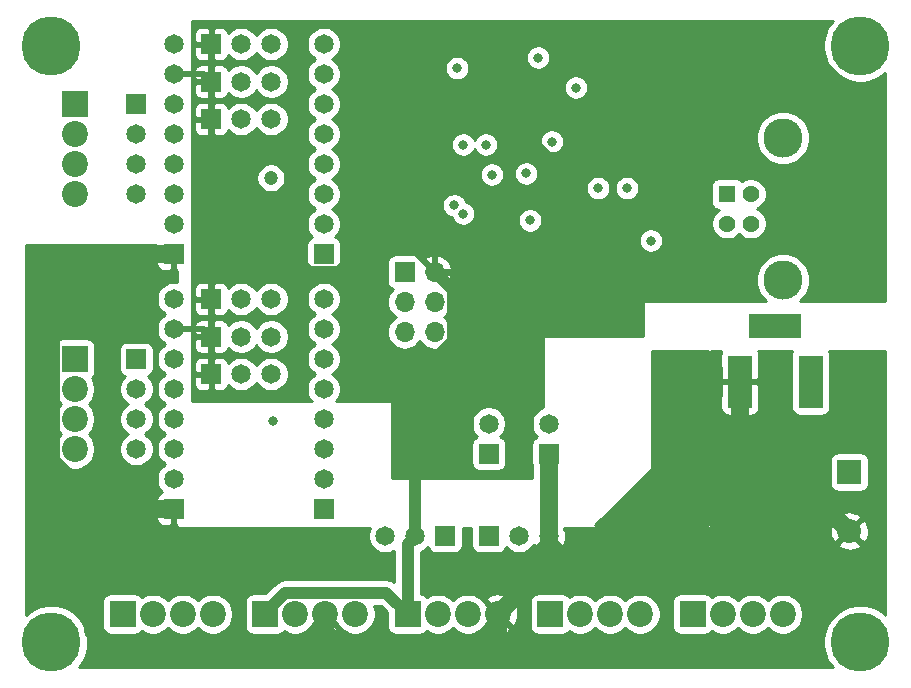
<source format=gbr>
G04 #@! TF.GenerationSoftware,KiCad,Pcbnew,5.1.2-1.fc30*
G04 #@! TF.CreationDate,2019-09-11T07:26:08-04:00*
G04 #@! TF.ProjectId,Platypus,506c6174-7970-4757-932e-6b696361645f,rev?*
G04 #@! TF.SameCoordinates,Original*
G04 #@! TF.FileFunction,Copper,L3,Inr*
G04 #@! TF.FilePolarity,Positive*
%FSLAX46Y46*%
G04 Gerber Fmt 4.6, Leading zero omitted, Abs format (unit mm)*
G04 Created by KiCad (PCBNEW 5.1.2-1.fc30) date 2019-09-11 07:26:08*
%MOMM*%
%LPD*%
G04 APERTURE LIST*
%ADD10C,1.651000*%
%ADD11R,1.651000X1.651000*%
%ADD12R,4.500000X2.000000*%
%ADD13R,2.000000X4.500000*%
%ADD14C,2.200000*%
%ADD15R,2.200000X2.200000*%
%ADD16R,1.700000X1.700000*%
%ADD17O,1.700000X1.700000*%
%ADD18C,3.316000*%
%ADD19C,1.428000*%
%ADD20R,1.428000X1.428000*%
%ADD21C,5.000000*%
%ADD22R,2.032000X2.032000*%
%ADD23C,2.032000*%
%ADD24C,0.800000*%
%ADD25C,1.200000*%
%ADD26C,0.500000*%
%ADD27C,1.000000*%
%ADD28C,1.500000*%
%ADD29C,0.254000*%
G04 APERTURE END LIST*
D10*
X176530000Y-72771000D03*
X179070000Y-72771000D03*
D11*
X181610000Y-72771000D03*
X161798000Y-37465000D03*
D10*
X164338000Y-37465000D03*
X166878000Y-37465000D03*
D11*
X161798000Y-34290000D03*
D10*
X164338000Y-34290000D03*
X166878000Y-34290000D03*
X166878000Y-31115000D03*
X164338000Y-31115000D03*
D11*
X161798000Y-31115000D03*
D10*
X171323000Y-31115000D03*
X171323000Y-33655000D03*
X171323000Y-36195000D03*
X171323000Y-38735000D03*
X171323000Y-41275000D03*
X171323000Y-43815000D03*
X171323000Y-46355000D03*
D11*
X171323000Y-48895000D03*
D10*
X158623000Y-31115000D03*
X158623000Y-33655000D03*
X158623000Y-36195000D03*
X158623000Y-38735000D03*
X158623000Y-41275000D03*
X158623000Y-43815000D03*
X158623000Y-46355000D03*
D11*
X158623000Y-48895000D03*
D10*
X166878000Y-59055000D03*
X164338000Y-59055000D03*
D11*
X161798000Y-59055000D03*
D10*
X166878000Y-55880000D03*
X164338000Y-55880000D03*
D11*
X161798000Y-55880000D03*
X161798000Y-52705000D03*
D10*
X164338000Y-52705000D03*
X166878000Y-52705000D03*
D11*
X171323000Y-70485000D03*
D10*
X171323000Y-67945000D03*
X171323000Y-65405000D03*
X171323000Y-62865000D03*
X171323000Y-60325000D03*
X171323000Y-57785000D03*
X171323000Y-55245000D03*
X171323000Y-52705000D03*
D11*
X158623000Y-70485000D03*
D10*
X158623000Y-67945000D03*
X158623000Y-65405000D03*
X158623000Y-62865000D03*
X158623000Y-60325000D03*
X158623000Y-57785000D03*
X158623000Y-55245000D03*
X158623000Y-52705000D03*
D12*
X209550000Y-54990000D03*
D13*
X206550000Y-59690000D03*
X212550000Y-59690000D03*
D14*
X186055000Y-79375000D03*
X183515000Y-79375000D03*
X180975000Y-79375000D03*
D15*
X178435000Y-79375000D03*
X190500000Y-79375000D03*
D14*
X193040000Y-79375000D03*
X195580000Y-79375000D03*
X198120000Y-79375000D03*
D11*
X190373000Y-65786000D03*
D10*
X190373000Y-63246000D03*
X185293000Y-63246000D03*
D11*
X185293000Y-65786000D03*
D14*
X210185000Y-79375000D03*
X207645000Y-79375000D03*
X205105000Y-79375000D03*
D15*
X202565000Y-79375000D03*
X154305000Y-79375000D03*
D14*
X156845000Y-79375000D03*
X159385000Y-79375000D03*
X161925000Y-79375000D03*
X173990000Y-79375000D03*
X171450000Y-79375000D03*
X168910000Y-79375000D03*
D15*
X166370000Y-79375000D03*
D16*
X178181000Y-50419000D03*
D17*
X180721000Y-50419000D03*
X178181000Y-52959000D03*
X180721000Y-52959000D03*
X178181000Y-55499000D03*
X180721000Y-55499000D03*
D15*
X150241000Y-36195000D03*
D14*
X150241000Y-38735000D03*
X150241000Y-41275000D03*
X150241000Y-43815000D03*
D11*
X155448000Y-36195000D03*
D10*
X155448000Y-38735000D03*
X155448000Y-41275000D03*
X155448000Y-43815000D03*
D15*
X150241000Y-57785000D03*
D14*
X150241000Y-60325000D03*
X150241000Y-62865000D03*
X150241000Y-65405000D03*
D10*
X155448000Y-65405000D03*
X155448000Y-62865000D03*
X155448000Y-60325000D03*
D11*
X155448000Y-57785000D03*
D18*
X210196000Y-39045000D03*
X210196000Y-51085000D03*
D19*
X207486000Y-43815000D03*
X207486000Y-46315000D03*
D20*
X205486000Y-43815000D03*
D19*
X205486000Y-46315000D03*
D21*
X216750000Y-31250000D03*
X148250000Y-81750000D03*
X148250000Y-31250000D03*
X216750000Y-81750000D03*
D22*
X215823000Y-67350000D03*
D23*
X215823000Y-72350000D03*
D10*
X190373000Y-72771000D03*
X187833000Y-72771000D03*
D11*
X185293000Y-72771000D03*
D24*
X199009000Y-47752000D03*
X183134000Y-45466000D03*
X183134000Y-39624000D03*
X192659000Y-34798000D03*
X189484000Y-32258000D03*
X182626000Y-33147000D03*
X167000000Y-63000000D03*
D25*
X166846703Y-42449298D03*
X196088000Y-40513000D03*
X203454000Y-32258000D03*
X186955998Y-37084000D03*
X193040000Y-52705000D03*
X196342000Y-53086000D03*
D24*
X188785500Y-46037500D03*
X182372000Y-44767500D03*
X190627000Y-39370000D03*
X188468000Y-42071120D03*
X185547000Y-42164000D03*
X185039000Y-39624000D03*
X194564000Y-43307000D03*
X196977000Y-43307000D03*
D26*
X193548000Y-40513000D02*
X196088000Y-40513000D01*
X196088000Y-40513000D02*
X196936528Y-40513000D01*
X196936528Y-40513000D02*
X201930000Y-40513000D01*
X201930000Y-40513000D02*
X203454000Y-38989000D01*
X203454000Y-38989000D02*
X203454000Y-32258000D01*
X190384998Y-40513000D02*
X186955998Y-37084000D01*
X193040000Y-40640000D02*
X192913000Y-40513000D01*
X196088000Y-40513000D02*
X192913000Y-40513000D01*
X192913000Y-40513000D02*
X190384998Y-40513000D01*
X192943001Y-49499999D02*
X193040000Y-49403000D01*
X193040000Y-52705000D02*
X193040000Y-49403000D01*
X193040000Y-49403000D02*
X193040000Y-40640000D01*
X193421000Y-53086000D02*
X193040000Y-52705000D01*
X196342000Y-53086000D02*
X193421000Y-53086000D01*
X192024000Y-50419000D02*
X193040000Y-49403000D01*
X180721000Y-50419000D02*
X192024000Y-50419000D01*
X161798000Y-52705000D02*
X161798000Y-55880000D01*
X161798000Y-59055000D02*
X161798000Y-55880000D01*
X161163000Y-55245000D02*
X161798000Y-55880000D01*
X158623000Y-55245000D02*
X161163000Y-55245000D01*
X161798000Y-41831002D02*
X161798000Y-37465000D01*
X170137499Y-50170501D02*
X161798000Y-41831002D01*
X172508501Y-50170501D02*
X170137499Y-50170501D01*
X174679002Y-48000000D02*
X172508501Y-50170501D01*
X180721000Y-50419000D02*
X178302000Y-48000000D01*
X178302000Y-48000000D02*
X174679002Y-48000000D01*
X161798000Y-52705000D02*
X161798000Y-37465000D01*
X161798000Y-37465000D02*
X161798000Y-34290000D01*
X161798000Y-34290000D02*
X161798000Y-31115000D01*
X161163000Y-33655000D02*
X161798000Y-34290000D01*
X158623000Y-33655000D02*
X161163000Y-33655000D01*
D27*
X178435000Y-73406000D02*
X179070000Y-72771000D01*
X178435000Y-79375000D02*
X178435000Y-73406000D01*
X181570999Y-51268999D02*
X180721000Y-50419000D01*
X182271001Y-51969001D02*
X181570999Y-51268999D01*
X182271001Y-56243001D02*
X182271001Y-51969001D01*
X179070000Y-72771000D02*
X179070000Y-59444002D01*
X179070000Y-59444002D02*
X182271001Y-56243001D01*
X176634999Y-77574999D02*
X178435000Y-79375000D01*
X168045999Y-77574999D02*
X176634999Y-77574999D01*
X166370000Y-79375000D02*
X166370000Y-79250998D01*
X166370000Y-79250998D02*
X168045999Y-77574999D01*
D28*
X206550000Y-59690000D02*
X206550000Y-64450000D01*
X206550000Y-64450000D02*
X195000000Y-76000000D01*
X206550000Y-63440000D02*
X206550000Y-59690000D01*
X156297500Y-48895000D02*
X158623000Y-48895000D01*
X155220998Y-48895000D02*
X156297500Y-48895000D01*
X148190999Y-55924999D02*
X155220998Y-48895000D01*
X148190999Y-66389001D02*
X148190999Y-55924999D01*
X158623000Y-70485000D02*
X152286998Y-70485000D01*
X152286998Y-70485000D02*
X148190999Y-66389001D01*
X213434001Y-71334001D02*
X206550000Y-64450000D01*
X215823000Y-72350000D02*
X214807001Y-71334001D01*
X214807001Y-71334001D02*
X213434001Y-71334001D01*
X151824001Y-79497501D02*
X151824001Y-80789734D01*
X148190999Y-66389001D02*
X148190999Y-75864499D01*
X148190999Y-75864499D02*
X151824001Y-79497501D01*
X151824001Y-80789734D02*
X153203267Y-82169000D01*
X171450000Y-80930634D02*
X171450000Y-79375000D01*
X153203267Y-82169000D02*
X170211634Y-82169000D01*
X170211634Y-82169000D02*
X171450000Y-80930634D01*
X189430000Y-76000000D02*
X186055000Y-79375000D01*
X195000000Y-76000000D02*
X189430000Y-76000000D01*
X171450000Y-80930634D02*
X172561366Y-82042000D01*
X186055000Y-80930634D02*
X186055000Y-79375000D01*
X172561366Y-82042000D02*
X184943634Y-82042000D01*
X184943634Y-82042000D02*
X186055000Y-80930634D01*
X189430000Y-74881433D02*
X189430000Y-76000000D01*
X190373000Y-72771000D02*
X190373000Y-73938433D01*
X190373000Y-73938433D02*
X189430000Y-74881433D01*
X190373000Y-72771000D02*
X190373000Y-65786000D01*
D29*
G36*
X214314886Y-29251554D02*
G01*
X213971799Y-29765021D01*
X213735476Y-30335554D01*
X213615000Y-30941229D01*
X213615000Y-31558771D01*
X213735476Y-32164446D01*
X213971799Y-32734979D01*
X214314886Y-33248446D01*
X214751554Y-33685114D01*
X215265021Y-34028201D01*
X215835554Y-34264524D01*
X216441229Y-34385000D01*
X217058771Y-34385000D01*
X217664446Y-34264524D01*
X218234979Y-34028201D01*
X218748446Y-33685114D01*
X218873000Y-33560560D01*
X218873000Y-52873000D01*
X211647360Y-52873000D01*
X211657702Y-52866090D01*
X211977090Y-52546702D01*
X212228030Y-52171143D01*
X212400881Y-51753843D01*
X212489000Y-51310841D01*
X212489000Y-50859159D01*
X212400881Y-50416157D01*
X212228030Y-49998857D01*
X211977090Y-49623298D01*
X211657702Y-49303910D01*
X211282143Y-49052970D01*
X210864843Y-48880119D01*
X210421841Y-48792000D01*
X209970159Y-48792000D01*
X209527157Y-48880119D01*
X209109857Y-49052970D01*
X208734298Y-49303910D01*
X208414910Y-49623298D01*
X208163970Y-49998857D01*
X207991119Y-50416157D01*
X207903000Y-50859159D01*
X207903000Y-51310841D01*
X207991119Y-51753843D01*
X208163970Y-52171143D01*
X208414910Y-52546702D01*
X208734298Y-52866090D01*
X208744640Y-52873000D01*
X198500000Y-52873000D01*
X198475224Y-52875440D01*
X198451399Y-52882667D01*
X198429443Y-52894403D01*
X198410197Y-52910197D01*
X198394403Y-52929443D01*
X198382667Y-52951399D01*
X198375440Y-52975224D01*
X198373000Y-53000000D01*
X198373000Y-55873000D01*
X190000000Y-55873000D01*
X189975224Y-55875440D01*
X189951399Y-55882667D01*
X189929443Y-55894403D01*
X189910197Y-55910197D01*
X189894403Y-55929443D01*
X189882667Y-55951399D01*
X189875440Y-55975224D01*
X189873000Y-56000000D01*
X189873000Y-61872273D01*
X189681194Y-61951721D01*
X189441985Y-62111555D01*
X189238555Y-62314985D01*
X189078721Y-62554194D01*
X188968626Y-62819988D01*
X188912500Y-63102153D01*
X188912500Y-63389847D01*
X188968626Y-63672012D01*
X189078721Y-63937806D01*
X189238555Y-64177015D01*
X189402463Y-64340923D01*
X189303320Y-64370998D01*
X189193006Y-64429963D01*
X189096315Y-64509315D01*
X189016963Y-64606006D01*
X188957998Y-64716320D01*
X188921688Y-64836018D01*
X188909428Y-64960500D01*
X188909428Y-66611500D01*
X188921688Y-66735982D01*
X188957998Y-66855680D01*
X188988001Y-66911810D01*
X188988001Y-67873000D01*
X177127000Y-67873000D01*
X177127000Y-64960500D01*
X183829428Y-64960500D01*
X183829428Y-66611500D01*
X183841688Y-66735982D01*
X183877998Y-66855680D01*
X183936963Y-66965994D01*
X184016315Y-67062685D01*
X184113006Y-67142037D01*
X184223320Y-67201002D01*
X184343018Y-67237312D01*
X184467500Y-67249572D01*
X186118500Y-67249572D01*
X186242982Y-67237312D01*
X186362680Y-67201002D01*
X186472994Y-67142037D01*
X186569685Y-67062685D01*
X186649037Y-66965994D01*
X186708002Y-66855680D01*
X186744312Y-66735982D01*
X186756572Y-66611500D01*
X186756572Y-64960500D01*
X186744312Y-64836018D01*
X186708002Y-64716320D01*
X186649037Y-64606006D01*
X186569685Y-64509315D01*
X186472994Y-64429963D01*
X186362680Y-64370998D01*
X186263537Y-64340923D01*
X186427445Y-64177015D01*
X186587279Y-63937806D01*
X186697374Y-63672012D01*
X186753500Y-63389847D01*
X186753500Y-63102153D01*
X186697374Y-62819988D01*
X186587279Y-62554194D01*
X186427445Y-62314985D01*
X186224015Y-62111555D01*
X185984806Y-61951721D01*
X185719012Y-61841626D01*
X185436847Y-61785500D01*
X185149153Y-61785500D01*
X184866988Y-61841626D01*
X184601194Y-61951721D01*
X184361985Y-62111555D01*
X184158555Y-62314985D01*
X183998721Y-62554194D01*
X183888626Y-62819988D01*
X183832500Y-63102153D01*
X183832500Y-63389847D01*
X183888626Y-63672012D01*
X183998721Y-63937806D01*
X184158555Y-64177015D01*
X184322463Y-64340923D01*
X184223320Y-64370998D01*
X184113006Y-64429963D01*
X184016315Y-64509315D01*
X183936963Y-64606006D01*
X183877998Y-64716320D01*
X183841688Y-64836018D01*
X183829428Y-64960500D01*
X177127000Y-64960500D01*
X177127000Y-61500000D01*
X177124560Y-61475224D01*
X177117333Y-61451399D01*
X177105597Y-61429443D01*
X177089803Y-61410197D01*
X177070557Y-61394403D01*
X177048601Y-61382667D01*
X177024776Y-61375440D01*
X177000000Y-61373000D01*
X172340460Y-61373000D01*
X172457445Y-61256015D01*
X172617279Y-61016806D01*
X172727374Y-60751012D01*
X172783500Y-60468847D01*
X172783500Y-60181153D01*
X172727374Y-59898988D01*
X172617279Y-59633194D01*
X172457445Y-59393985D01*
X172254015Y-59190555D01*
X172051142Y-59055000D01*
X172254015Y-58919445D01*
X172457445Y-58716015D01*
X172617279Y-58476806D01*
X172727374Y-58211012D01*
X172783500Y-57928847D01*
X172783500Y-57641153D01*
X172727374Y-57358988D01*
X172617279Y-57093194D01*
X172457445Y-56853985D01*
X172254015Y-56650555D01*
X172051142Y-56515000D01*
X172254015Y-56379445D01*
X172457445Y-56176015D01*
X172617279Y-55936806D01*
X172727374Y-55671012D01*
X172783500Y-55388847D01*
X172783500Y-55101153D01*
X172727374Y-54818988D01*
X172617279Y-54553194D01*
X172457445Y-54313985D01*
X172254015Y-54110555D01*
X172051142Y-53975000D01*
X172254015Y-53839445D01*
X172457445Y-53636015D01*
X172617279Y-53396806D01*
X172727374Y-53131012D01*
X172761589Y-52959000D01*
X176688815Y-52959000D01*
X176717487Y-53250111D01*
X176802401Y-53530034D01*
X176940294Y-53788014D01*
X177125866Y-54014134D01*
X177351986Y-54199706D01*
X177406791Y-54229000D01*
X177351986Y-54258294D01*
X177125866Y-54443866D01*
X176940294Y-54669986D01*
X176802401Y-54927966D01*
X176717487Y-55207889D01*
X176688815Y-55499000D01*
X176717487Y-55790111D01*
X176802401Y-56070034D01*
X176940294Y-56328014D01*
X177125866Y-56554134D01*
X177351986Y-56739706D01*
X177609966Y-56877599D01*
X177889889Y-56962513D01*
X178108050Y-56984000D01*
X178253950Y-56984000D01*
X178472111Y-56962513D01*
X178752034Y-56877599D01*
X179010014Y-56739706D01*
X179236134Y-56554134D01*
X179421706Y-56328014D01*
X179451000Y-56273209D01*
X179480294Y-56328014D01*
X179665866Y-56554134D01*
X179891986Y-56739706D01*
X180149966Y-56877599D01*
X180429889Y-56962513D01*
X180648050Y-56984000D01*
X180793950Y-56984000D01*
X181012111Y-56962513D01*
X181292034Y-56877599D01*
X181550014Y-56739706D01*
X181776134Y-56554134D01*
X181961706Y-56328014D01*
X182099599Y-56070034D01*
X182184513Y-55790111D01*
X182213185Y-55499000D01*
X182184513Y-55207889D01*
X182099599Y-54927966D01*
X181961706Y-54669986D01*
X181776134Y-54443866D01*
X181550014Y-54258294D01*
X181495209Y-54229000D01*
X181550014Y-54199706D01*
X181776134Y-54014134D01*
X181961706Y-53788014D01*
X182099599Y-53530034D01*
X182184513Y-53250111D01*
X182213185Y-52959000D01*
X182184513Y-52667889D01*
X182099599Y-52387966D01*
X181961706Y-52129986D01*
X181776134Y-51903866D01*
X181550014Y-51718294D01*
X181485477Y-51683799D01*
X181602355Y-51614178D01*
X181818588Y-51419269D01*
X181992641Y-51185920D01*
X182117825Y-50923099D01*
X182162476Y-50775890D01*
X182041155Y-50546000D01*
X180848000Y-50546000D01*
X180848000Y-50566000D01*
X180594000Y-50566000D01*
X180594000Y-50546000D01*
X180574000Y-50546000D01*
X180574000Y-50292000D01*
X180594000Y-50292000D01*
X180594000Y-49098186D01*
X180848000Y-49098186D01*
X180848000Y-50292000D01*
X182041155Y-50292000D01*
X182162476Y-50062110D01*
X182117825Y-49914901D01*
X181992641Y-49652080D01*
X181818588Y-49418731D01*
X181602355Y-49223822D01*
X181352252Y-49074843D01*
X181077891Y-48977519D01*
X180848000Y-49098186D01*
X180594000Y-49098186D01*
X180364109Y-48977519D01*
X180089748Y-49074843D01*
X179839645Y-49223822D01*
X179643498Y-49400626D01*
X179620502Y-49324820D01*
X179561537Y-49214506D01*
X179482185Y-49117815D01*
X179385494Y-49038463D01*
X179275180Y-48979498D01*
X179155482Y-48943188D01*
X179031000Y-48930928D01*
X177331000Y-48930928D01*
X177206518Y-48943188D01*
X177086820Y-48979498D01*
X176976506Y-49038463D01*
X176879815Y-49117815D01*
X176800463Y-49214506D01*
X176741498Y-49324820D01*
X176705188Y-49444518D01*
X176692928Y-49569000D01*
X176692928Y-51269000D01*
X176705188Y-51393482D01*
X176741498Y-51513180D01*
X176800463Y-51623494D01*
X176879815Y-51720185D01*
X176976506Y-51799537D01*
X177086820Y-51858502D01*
X177155687Y-51879393D01*
X177125866Y-51903866D01*
X176940294Y-52129986D01*
X176802401Y-52387966D01*
X176717487Y-52667889D01*
X176688815Y-52959000D01*
X172761589Y-52959000D01*
X172783500Y-52848847D01*
X172783500Y-52561153D01*
X172727374Y-52278988D01*
X172617279Y-52013194D01*
X172457445Y-51773985D01*
X172254015Y-51570555D01*
X172014806Y-51410721D01*
X171749012Y-51300626D01*
X171466847Y-51244500D01*
X171179153Y-51244500D01*
X170896988Y-51300626D01*
X170631194Y-51410721D01*
X170391985Y-51570555D01*
X170188555Y-51773985D01*
X170028721Y-52013194D01*
X169918626Y-52278988D01*
X169862500Y-52561153D01*
X169862500Y-52848847D01*
X169918626Y-53131012D01*
X170028721Y-53396806D01*
X170188555Y-53636015D01*
X170391985Y-53839445D01*
X170594858Y-53975000D01*
X170391985Y-54110555D01*
X170188555Y-54313985D01*
X170028721Y-54553194D01*
X169918626Y-54818988D01*
X169862500Y-55101153D01*
X169862500Y-55388847D01*
X169918626Y-55671012D01*
X170028721Y-55936806D01*
X170188555Y-56176015D01*
X170391985Y-56379445D01*
X170594858Y-56515000D01*
X170391985Y-56650555D01*
X170188555Y-56853985D01*
X170028721Y-57093194D01*
X169918626Y-57358988D01*
X169862500Y-57641153D01*
X169862500Y-57928847D01*
X169918626Y-58211012D01*
X170028721Y-58476806D01*
X170188555Y-58716015D01*
X170391985Y-58919445D01*
X170594858Y-59055000D01*
X170391985Y-59190555D01*
X170188555Y-59393985D01*
X170028721Y-59633194D01*
X169918626Y-59898988D01*
X169862500Y-60181153D01*
X169862500Y-60468847D01*
X169918626Y-60751012D01*
X170028721Y-61016806D01*
X170188555Y-61256015D01*
X170305540Y-61373000D01*
X160127000Y-61373000D01*
X160127000Y-59880500D01*
X160334428Y-59880500D01*
X160346688Y-60004982D01*
X160382998Y-60124680D01*
X160441963Y-60234994D01*
X160521315Y-60331685D01*
X160618006Y-60411037D01*
X160728320Y-60470002D01*
X160848018Y-60506312D01*
X160972500Y-60518572D01*
X161512250Y-60515500D01*
X161671000Y-60356750D01*
X161671000Y-59182000D01*
X160496250Y-59182000D01*
X160337500Y-59340750D01*
X160334428Y-59880500D01*
X160127000Y-59880500D01*
X160127000Y-58229500D01*
X160334428Y-58229500D01*
X160337500Y-58769250D01*
X160496250Y-58928000D01*
X161671000Y-58928000D01*
X161671000Y-57753250D01*
X161925000Y-57753250D01*
X161925000Y-58928000D01*
X161945000Y-58928000D01*
X161945000Y-59182000D01*
X161925000Y-59182000D01*
X161925000Y-60356750D01*
X162083750Y-60515500D01*
X162623500Y-60518572D01*
X162747982Y-60506312D01*
X162867680Y-60470002D01*
X162977994Y-60411037D01*
X163074685Y-60331685D01*
X163154037Y-60234994D01*
X163213002Y-60124680D01*
X163243077Y-60025537D01*
X163406985Y-60189445D01*
X163646194Y-60349279D01*
X163911988Y-60459374D01*
X164194153Y-60515500D01*
X164481847Y-60515500D01*
X164764012Y-60459374D01*
X165029806Y-60349279D01*
X165269015Y-60189445D01*
X165472445Y-59986015D01*
X165608000Y-59783142D01*
X165743555Y-59986015D01*
X165946985Y-60189445D01*
X166186194Y-60349279D01*
X166451988Y-60459374D01*
X166734153Y-60515500D01*
X167021847Y-60515500D01*
X167304012Y-60459374D01*
X167569806Y-60349279D01*
X167809015Y-60189445D01*
X168012445Y-59986015D01*
X168172279Y-59746806D01*
X168282374Y-59481012D01*
X168338500Y-59198847D01*
X168338500Y-58911153D01*
X168282374Y-58628988D01*
X168172279Y-58363194D01*
X168012445Y-58123985D01*
X167809015Y-57920555D01*
X167569806Y-57760721D01*
X167304012Y-57650626D01*
X167021847Y-57594500D01*
X166734153Y-57594500D01*
X166451988Y-57650626D01*
X166186194Y-57760721D01*
X165946985Y-57920555D01*
X165743555Y-58123985D01*
X165608000Y-58326858D01*
X165472445Y-58123985D01*
X165269015Y-57920555D01*
X165029806Y-57760721D01*
X164764012Y-57650626D01*
X164481847Y-57594500D01*
X164194153Y-57594500D01*
X163911988Y-57650626D01*
X163646194Y-57760721D01*
X163406985Y-57920555D01*
X163243077Y-58084463D01*
X163213002Y-57985320D01*
X163154037Y-57875006D01*
X163074685Y-57778315D01*
X162977994Y-57698963D01*
X162867680Y-57639998D01*
X162747982Y-57603688D01*
X162623500Y-57591428D01*
X162083750Y-57594500D01*
X161925000Y-57753250D01*
X161671000Y-57753250D01*
X161512250Y-57594500D01*
X160972500Y-57591428D01*
X160848018Y-57603688D01*
X160728320Y-57639998D01*
X160618006Y-57698963D01*
X160521315Y-57778315D01*
X160441963Y-57875006D01*
X160382998Y-57985320D01*
X160346688Y-58105018D01*
X160334428Y-58229500D01*
X160127000Y-58229500D01*
X160127000Y-56705500D01*
X160334428Y-56705500D01*
X160346688Y-56829982D01*
X160382998Y-56949680D01*
X160441963Y-57059994D01*
X160521315Y-57156685D01*
X160618006Y-57236037D01*
X160728320Y-57295002D01*
X160848018Y-57331312D01*
X160972500Y-57343572D01*
X161512250Y-57340500D01*
X161671000Y-57181750D01*
X161671000Y-56007000D01*
X160496250Y-56007000D01*
X160337500Y-56165750D01*
X160334428Y-56705500D01*
X160127000Y-56705500D01*
X160127000Y-55054500D01*
X160334428Y-55054500D01*
X160337500Y-55594250D01*
X160496250Y-55753000D01*
X161671000Y-55753000D01*
X161671000Y-54578250D01*
X161925000Y-54578250D01*
X161925000Y-55753000D01*
X161945000Y-55753000D01*
X161945000Y-56007000D01*
X161925000Y-56007000D01*
X161925000Y-57181750D01*
X162083750Y-57340500D01*
X162623500Y-57343572D01*
X162747982Y-57331312D01*
X162867680Y-57295002D01*
X162977994Y-57236037D01*
X163074685Y-57156685D01*
X163154037Y-57059994D01*
X163213002Y-56949680D01*
X163243077Y-56850537D01*
X163406985Y-57014445D01*
X163646194Y-57174279D01*
X163911988Y-57284374D01*
X164194153Y-57340500D01*
X164481847Y-57340500D01*
X164764012Y-57284374D01*
X165029806Y-57174279D01*
X165269015Y-57014445D01*
X165472445Y-56811015D01*
X165608000Y-56608142D01*
X165743555Y-56811015D01*
X165946985Y-57014445D01*
X166186194Y-57174279D01*
X166451988Y-57284374D01*
X166734153Y-57340500D01*
X167021847Y-57340500D01*
X167304012Y-57284374D01*
X167569806Y-57174279D01*
X167809015Y-57014445D01*
X168012445Y-56811015D01*
X168172279Y-56571806D01*
X168282374Y-56306012D01*
X168338500Y-56023847D01*
X168338500Y-55736153D01*
X168282374Y-55453988D01*
X168172279Y-55188194D01*
X168012445Y-54948985D01*
X167809015Y-54745555D01*
X167569806Y-54585721D01*
X167304012Y-54475626D01*
X167021847Y-54419500D01*
X166734153Y-54419500D01*
X166451988Y-54475626D01*
X166186194Y-54585721D01*
X165946985Y-54745555D01*
X165743555Y-54948985D01*
X165608000Y-55151858D01*
X165472445Y-54948985D01*
X165269015Y-54745555D01*
X165029806Y-54585721D01*
X164764012Y-54475626D01*
X164481847Y-54419500D01*
X164194153Y-54419500D01*
X163911988Y-54475626D01*
X163646194Y-54585721D01*
X163406985Y-54745555D01*
X163243077Y-54909463D01*
X163213002Y-54810320D01*
X163154037Y-54700006D01*
X163074685Y-54603315D01*
X162977994Y-54523963D01*
X162867680Y-54464998D01*
X162747982Y-54428688D01*
X162623500Y-54416428D01*
X162083750Y-54419500D01*
X161925000Y-54578250D01*
X161671000Y-54578250D01*
X161512250Y-54419500D01*
X160972500Y-54416428D01*
X160848018Y-54428688D01*
X160728320Y-54464998D01*
X160618006Y-54523963D01*
X160521315Y-54603315D01*
X160441963Y-54700006D01*
X160382998Y-54810320D01*
X160346688Y-54930018D01*
X160334428Y-55054500D01*
X160127000Y-55054500D01*
X160127000Y-53530500D01*
X160334428Y-53530500D01*
X160346688Y-53654982D01*
X160382998Y-53774680D01*
X160441963Y-53884994D01*
X160521315Y-53981685D01*
X160618006Y-54061037D01*
X160728320Y-54120002D01*
X160848018Y-54156312D01*
X160972500Y-54168572D01*
X161512250Y-54165500D01*
X161671000Y-54006750D01*
X161671000Y-52832000D01*
X160496250Y-52832000D01*
X160337500Y-52990750D01*
X160334428Y-53530500D01*
X160127000Y-53530500D01*
X160127000Y-51879500D01*
X160334428Y-51879500D01*
X160337500Y-52419250D01*
X160496250Y-52578000D01*
X161671000Y-52578000D01*
X161671000Y-51403250D01*
X161925000Y-51403250D01*
X161925000Y-52578000D01*
X161945000Y-52578000D01*
X161945000Y-52832000D01*
X161925000Y-52832000D01*
X161925000Y-54006750D01*
X162083750Y-54165500D01*
X162623500Y-54168572D01*
X162747982Y-54156312D01*
X162867680Y-54120002D01*
X162977994Y-54061037D01*
X163074685Y-53981685D01*
X163154037Y-53884994D01*
X163213002Y-53774680D01*
X163243077Y-53675537D01*
X163406985Y-53839445D01*
X163646194Y-53999279D01*
X163911988Y-54109374D01*
X164194153Y-54165500D01*
X164481847Y-54165500D01*
X164764012Y-54109374D01*
X165029806Y-53999279D01*
X165269015Y-53839445D01*
X165472445Y-53636015D01*
X165608000Y-53433142D01*
X165743555Y-53636015D01*
X165946985Y-53839445D01*
X166186194Y-53999279D01*
X166451988Y-54109374D01*
X166734153Y-54165500D01*
X167021847Y-54165500D01*
X167304012Y-54109374D01*
X167569806Y-53999279D01*
X167809015Y-53839445D01*
X168012445Y-53636015D01*
X168172279Y-53396806D01*
X168282374Y-53131012D01*
X168338500Y-52848847D01*
X168338500Y-52561153D01*
X168282374Y-52278988D01*
X168172279Y-52013194D01*
X168012445Y-51773985D01*
X167809015Y-51570555D01*
X167569806Y-51410721D01*
X167304012Y-51300626D01*
X167021847Y-51244500D01*
X166734153Y-51244500D01*
X166451988Y-51300626D01*
X166186194Y-51410721D01*
X165946985Y-51570555D01*
X165743555Y-51773985D01*
X165608000Y-51976858D01*
X165472445Y-51773985D01*
X165269015Y-51570555D01*
X165029806Y-51410721D01*
X164764012Y-51300626D01*
X164481847Y-51244500D01*
X164194153Y-51244500D01*
X163911988Y-51300626D01*
X163646194Y-51410721D01*
X163406985Y-51570555D01*
X163243077Y-51734463D01*
X163213002Y-51635320D01*
X163154037Y-51525006D01*
X163074685Y-51428315D01*
X162977994Y-51348963D01*
X162867680Y-51289998D01*
X162747982Y-51253688D01*
X162623500Y-51241428D01*
X162083750Y-51244500D01*
X161925000Y-51403250D01*
X161671000Y-51403250D01*
X161512250Y-51244500D01*
X160972500Y-51241428D01*
X160848018Y-51253688D01*
X160728320Y-51289998D01*
X160618006Y-51348963D01*
X160521315Y-51428315D01*
X160441963Y-51525006D01*
X160382998Y-51635320D01*
X160346688Y-51755018D01*
X160334428Y-51879500D01*
X160127000Y-51879500D01*
X160127000Y-48069500D01*
X169859428Y-48069500D01*
X169859428Y-49720500D01*
X169871688Y-49844982D01*
X169907998Y-49964680D01*
X169966963Y-50074994D01*
X170046315Y-50171685D01*
X170143006Y-50251037D01*
X170253320Y-50310002D01*
X170373018Y-50346312D01*
X170497500Y-50358572D01*
X172148500Y-50358572D01*
X172272982Y-50346312D01*
X172392680Y-50310002D01*
X172502994Y-50251037D01*
X172599685Y-50171685D01*
X172679037Y-50074994D01*
X172738002Y-49964680D01*
X172774312Y-49844982D01*
X172786572Y-49720500D01*
X172786572Y-48069500D01*
X172774312Y-47945018D01*
X172738002Y-47825320D01*
X172679037Y-47715006D01*
X172625739Y-47650061D01*
X197974000Y-47650061D01*
X197974000Y-47853939D01*
X198013774Y-48053898D01*
X198091795Y-48242256D01*
X198205063Y-48411774D01*
X198349226Y-48555937D01*
X198518744Y-48669205D01*
X198707102Y-48747226D01*
X198907061Y-48787000D01*
X199110939Y-48787000D01*
X199310898Y-48747226D01*
X199499256Y-48669205D01*
X199668774Y-48555937D01*
X199812937Y-48411774D01*
X199926205Y-48242256D01*
X200004226Y-48053898D01*
X200044000Y-47853939D01*
X200044000Y-47650061D01*
X200004226Y-47450102D01*
X199926205Y-47261744D01*
X199812937Y-47092226D01*
X199668774Y-46948063D01*
X199499256Y-46834795D01*
X199310898Y-46756774D01*
X199110939Y-46717000D01*
X198907061Y-46717000D01*
X198707102Y-46756774D01*
X198518744Y-46834795D01*
X198349226Y-46948063D01*
X198205063Y-47092226D01*
X198091795Y-47261744D01*
X198013774Y-47450102D01*
X197974000Y-47650061D01*
X172625739Y-47650061D01*
X172599685Y-47618315D01*
X172502994Y-47538963D01*
X172392680Y-47479998D01*
X172293537Y-47449923D01*
X172457445Y-47286015D01*
X172617279Y-47046806D01*
X172727374Y-46781012D01*
X172783500Y-46498847D01*
X172783500Y-46211153D01*
X172727374Y-45928988D01*
X172617279Y-45663194D01*
X172457445Y-45423985D01*
X172254015Y-45220555D01*
X172051142Y-45085000D01*
X172254015Y-44949445D01*
X172457445Y-44746015D01*
X172511202Y-44665561D01*
X181337000Y-44665561D01*
X181337000Y-44869439D01*
X181376774Y-45069398D01*
X181454795Y-45257756D01*
X181568063Y-45427274D01*
X181712226Y-45571437D01*
X181881744Y-45684705D01*
X182070102Y-45762726D01*
X182142605Y-45777148D01*
X182216795Y-45956256D01*
X182330063Y-46125774D01*
X182474226Y-46269937D01*
X182643744Y-46383205D01*
X182832102Y-46461226D01*
X183032061Y-46501000D01*
X183235939Y-46501000D01*
X183435898Y-46461226D01*
X183624256Y-46383205D01*
X183793774Y-46269937D01*
X183937937Y-46125774D01*
X184051205Y-45956256D01*
X184059777Y-45935561D01*
X187750500Y-45935561D01*
X187750500Y-46139439D01*
X187790274Y-46339398D01*
X187868295Y-46527756D01*
X187981563Y-46697274D01*
X188125726Y-46841437D01*
X188295244Y-46954705D01*
X188483602Y-47032726D01*
X188683561Y-47072500D01*
X188887439Y-47072500D01*
X189087398Y-47032726D01*
X189275756Y-46954705D01*
X189445274Y-46841437D01*
X189589437Y-46697274D01*
X189702705Y-46527756D01*
X189780726Y-46339398D01*
X189820500Y-46139439D01*
X189820500Y-45935561D01*
X189780726Y-45735602D01*
X189702705Y-45547244D01*
X189589437Y-45377726D01*
X189445274Y-45233563D01*
X189275756Y-45120295D01*
X189087398Y-45042274D01*
X188887439Y-45002500D01*
X188683561Y-45002500D01*
X188483602Y-45042274D01*
X188295244Y-45120295D01*
X188125726Y-45233563D01*
X187981563Y-45377726D01*
X187868295Y-45547244D01*
X187790274Y-45735602D01*
X187750500Y-45935561D01*
X184059777Y-45935561D01*
X184129226Y-45767898D01*
X184169000Y-45567939D01*
X184169000Y-45364061D01*
X184129226Y-45164102D01*
X184051205Y-44975744D01*
X183937937Y-44806226D01*
X183793774Y-44662063D01*
X183624256Y-44548795D01*
X183435898Y-44470774D01*
X183363395Y-44456352D01*
X183289205Y-44277244D01*
X183175937Y-44107726D01*
X183031774Y-43963563D01*
X182862256Y-43850295D01*
X182673898Y-43772274D01*
X182473939Y-43732500D01*
X182270061Y-43732500D01*
X182070102Y-43772274D01*
X181881744Y-43850295D01*
X181712226Y-43963563D01*
X181568063Y-44107726D01*
X181454795Y-44277244D01*
X181376774Y-44465602D01*
X181337000Y-44665561D01*
X172511202Y-44665561D01*
X172617279Y-44506806D01*
X172727374Y-44241012D01*
X172783500Y-43958847D01*
X172783500Y-43671153D01*
X172727374Y-43388988D01*
X172651190Y-43205061D01*
X193529000Y-43205061D01*
X193529000Y-43408939D01*
X193568774Y-43608898D01*
X193646795Y-43797256D01*
X193760063Y-43966774D01*
X193904226Y-44110937D01*
X194073744Y-44224205D01*
X194262102Y-44302226D01*
X194462061Y-44342000D01*
X194665939Y-44342000D01*
X194865898Y-44302226D01*
X195054256Y-44224205D01*
X195223774Y-44110937D01*
X195367937Y-43966774D01*
X195481205Y-43797256D01*
X195559226Y-43608898D01*
X195599000Y-43408939D01*
X195599000Y-43205061D01*
X195942000Y-43205061D01*
X195942000Y-43408939D01*
X195981774Y-43608898D01*
X196059795Y-43797256D01*
X196173063Y-43966774D01*
X196317226Y-44110937D01*
X196486744Y-44224205D01*
X196675102Y-44302226D01*
X196875061Y-44342000D01*
X197078939Y-44342000D01*
X197278898Y-44302226D01*
X197467256Y-44224205D01*
X197636774Y-44110937D01*
X197780937Y-43966774D01*
X197894205Y-43797256D01*
X197972226Y-43608898D01*
X198012000Y-43408939D01*
X198012000Y-43205061D01*
X197991302Y-43101000D01*
X204133928Y-43101000D01*
X204133928Y-44529000D01*
X204146188Y-44653482D01*
X204182498Y-44773180D01*
X204241463Y-44883494D01*
X204320815Y-44980185D01*
X204417506Y-45059537D01*
X204527820Y-45118502D01*
X204647518Y-45154812D01*
X204772000Y-45167072D01*
X204775860Y-45167072D01*
X204626063Y-45267163D01*
X204438163Y-45455063D01*
X204290532Y-45676009D01*
X204188842Y-45921511D01*
X204137000Y-46182135D01*
X204137000Y-46447865D01*
X204188842Y-46708489D01*
X204290532Y-46953991D01*
X204438163Y-47174937D01*
X204626063Y-47362837D01*
X204847009Y-47510468D01*
X205092511Y-47612158D01*
X205353135Y-47664000D01*
X205618865Y-47664000D01*
X205879489Y-47612158D01*
X206124991Y-47510468D01*
X206345937Y-47362837D01*
X206486000Y-47222774D01*
X206626063Y-47362837D01*
X206847009Y-47510468D01*
X207092511Y-47612158D01*
X207353135Y-47664000D01*
X207618865Y-47664000D01*
X207879489Y-47612158D01*
X208124991Y-47510468D01*
X208345937Y-47362837D01*
X208533837Y-47174937D01*
X208681468Y-46953991D01*
X208783158Y-46708489D01*
X208835000Y-46447865D01*
X208835000Y-46182135D01*
X208783158Y-45921511D01*
X208681468Y-45676009D01*
X208533837Y-45455063D01*
X208345937Y-45267163D01*
X208124991Y-45119532D01*
X207993339Y-45065000D01*
X208124991Y-45010468D01*
X208345937Y-44862837D01*
X208533837Y-44674937D01*
X208681468Y-44453991D01*
X208783158Y-44208489D01*
X208835000Y-43947865D01*
X208835000Y-43682135D01*
X208783158Y-43421511D01*
X208681468Y-43176009D01*
X208533837Y-42955063D01*
X208345937Y-42767163D01*
X208124991Y-42619532D01*
X207879489Y-42517842D01*
X207618865Y-42466000D01*
X207353135Y-42466000D01*
X207092511Y-42517842D01*
X206847009Y-42619532D01*
X206704486Y-42714763D01*
X206651185Y-42649815D01*
X206554494Y-42570463D01*
X206444180Y-42511498D01*
X206324482Y-42475188D01*
X206200000Y-42462928D01*
X204772000Y-42462928D01*
X204647518Y-42475188D01*
X204527820Y-42511498D01*
X204417506Y-42570463D01*
X204320815Y-42649815D01*
X204241463Y-42746506D01*
X204182498Y-42856820D01*
X204146188Y-42976518D01*
X204133928Y-43101000D01*
X197991302Y-43101000D01*
X197972226Y-43005102D01*
X197894205Y-42816744D01*
X197780937Y-42647226D01*
X197636774Y-42503063D01*
X197467256Y-42389795D01*
X197278898Y-42311774D01*
X197078939Y-42272000D01*
X196875061Y-42272000D01*
X196675102Y-42311774D01*
X196486744Y-42389795D01*
X196317226Y-42503063D01*
X196173063Y-42647226D01*
X196059795Y-42816744D01*
X195981774Y-43005102D01*
X195942000Y-43205061D01*
X195599000Y-43205061D01*
X195559226Y-43005102D01*
X195481205Y-42816744D01*
X195367937Y-42647226D01*
X195223774Y-42503063D01*
X195054256Y-42389795D01*
X194865898Y-42311774D01*
X194665939Y-42272000D01*
X194462061Y-42272000D01*
X194262102Y-42311774D01*
X194073744Y-42389795D01*
X193904226Y-42503063D01*
X193760063Y-42647226D01*
X193646795Y-42816744D01*
X193568774Y-43005102D01*
X193529000Y-43205061D01*
X172651190Y-43205061D01*
X172617279Y-43123194D01*
X172457445Y-42883985D01*
X172254015Y-42680555D01*
X172051142Y-42545000D01*
X172254015Y-42409445D01*
X172457445Y-42206015D01*
X172553631Y-42062061D01*
X184512000Y-42062061D01*
X184512000Y-42265939D01*
X184551774Y-42465898D01*
X184629795Y-42654256D01*
X184743063Y-42823774D01*
X184887226Y-42967937D01*
X185056744Y-43081205D01*
X185245102Y-43159226D01*
X185445061Y-43199000D01*
X185648939Y-43199000D01*
X185848898Y-43159226D01*
X186037256Y-43081205D01*
X186206774Y-42967937D01*
X186350937Y-42823774D01*
X186464205Y-42654256D01*
X186542226Y-42465898D01*
X186582000Y-42265939D01*
X186582000Y-42062061D01*
X186563526Y-41969181D01*
X187433000Y-41969181D01*
X187433000Y-42173059D01*
X187472774Y-42373018D01*
X187550795Y-42561376D01*
X187664063Y-42730894D01*
X187808226Y-42875057D01*
X187977744Y-42988325D01*
X188166102Y-43066346D01*
X188366061Y-43106120D01*
X188569939Y-43106120D01*
X188769898Y-43066346D01*
X188958256Y-42988325D01*
X189127774Y-42875057D01*
X189271937Y-42730894D01*
X189385205Y-42561376D01*
X189463226Y-42373018D01*
X189503000Y-42173059D01*
X189503000Y-41969181D01*
X189463226Y-41769222D01*
X189385205Y-41580864D01*
X189271937Y-41411346D01*
X189127774Y-41267183D01*
X188958256Y-41153915D01*
X188769898Y-41075894D01*
X188569939Y-41036120D01*
X188366061Y-41036120D01*
X188166102Y-41075894D01*
X187977744Y-41153915D01*
X187808226Y-41267183D01*
X187664063Y-41411346D01*
X187550795Y-41580864D01*
X187472774Y-41769222D01*
X187433000Y-41969181D01*
X186563526Y-41969181D01*
X186542226Y-41862102D01*
X186464205Y-41673744D01*
X186350937Y-41504226D01*
X186206774Y-41360063D01*
X186037256Y-41246795D01*
X185848898Y-41168774D01*
X185648939Y-41129000D01*
X185445061Y-41129000D01*
X185245102Y-41168774D01*
X185056744Y-41246795D01*
X184887226Y-41360063D01*
X184743063Y-41504226D01*
X184629795Y-41673744D01*
X184551774Y-41862102D01*
X184512000Y-42062061D01*
X172553631Y-42062061D01*
X172617279Y-41966806D01*
X172727374Y-41701012D01*
X172783500Y-41418847D01*
X172783500Y-41131153D01*
X172727374Y-40848988D01*
X172617279Y-40583194D01*
X172457445Y-40343985D01*
X172254015Y-40140555D01*
X172051142Y-40005000D01*
X172254015Y-39869445D01*
X172457445Y-39666015D01*
X172553631Y-39522061D01*
X182099000Y-39522061D01*
X182099000Y-39725939D01*
X182138774Y-39925898D01*
X182216795Y-40114256D01*
X182330063Y-40283774D01*
X182474226Y-40427937D01*
X182643744Y-40541205D01*
X182832102Y-40619226D01*
X183032061Y-40659000D01*
X183235939Y-40659000D01*
X183435898Y-40619226D01*
X183624256Y-40541205D01*
X183793774Y-40427937D01*
X183937937Y-40283774D01*
X184051205Y-40114256D01*
X184086500Y-40029047D01*
X184121795Y-40114256D01*
X184235063Y-40283774D01*
X184379226Y-40427937D01*
X184548744Y-40541205D01*
X184737102Y-40619226D01*
X184937061Y-40659000D01*
X185140939Y-40659000D01*
X185340898Y-40619226D01*
X185529256Y-40541205D01*
X185698774Y-40427937D01*
X185842937Y-40283774D01*
X185956205Y-40114256D01*
X186034226Y-39925898D01*
X186074000Y-39725939D01*
X186074000Y-39522061D01*
X186034226Y-39322102D01*
X186011842Y-39268061D01*
X189592000Y-39268061D01*
X189592000Y-39471939D01*
X189631774Y-39671898D01*
X189709795Y-39860256D01*
X189823063Y-40029774D01*
X189967226Y-40173937D01*
X190136744Y-40287205D01*
X190325102Y-40365226D01*
X190525061Y-40405000D01*
X190728939Y-40405000D01*
X190928898Y-40365226D01*
X191117256Y-40287205D01*
X191286774Y-40173937D01*
X191430937Y-40029774D01*
X191544205Y-39860256D01*
X191622226Y-39671898D01*
X191662000Y-39471939D01*
X191662000Y-39268061D01*
X191622226Y-39068102D01*
X191544205Y-38879744D01*
X191503724Y-38819159D01*
X207903000Y-38819159D01*
X207903000Y-39270841D01*
X207991119Y-39713843D01*
X208163970Y-40131143D01*
X208414910Y-40506702D01*
X208734298Y-40826090D01*
X209109857Y-41077030D01*
X209527157Y-41249881D01*
X209970159Y-41338000D01*
X210421841Y-41338000D01*
X210864843Y-41249881D01*
X211282143Y-41077030D01*
X211657702Y-40826090D01*
X211977090Y-40506702D01*
X212228030Y-40131143D01*
X212400881Y-39713843D01*
X212489000Y-39270841D01*
X212489000Y-38819159D01*
X212400881Y-38376157D01*
X212228030Y-37958857D01*
X211977090Y-37583298D01*
X211657702Y-37263910D01*
X211282143Y-37012970D01*
X210864843Y-36840119D01*
X210421841Y-36752000D01*
X209970159Y-36752000D01*
X209527157Y-36840119D01*
X209109857Y-37012970D01*
X208734298Y-37263910D01*
X208414910Y-37583298D01*
X208163970Y-37958857D01*
X207991119Y-38376157D01*
X207903000Y-38819159D01*
X191503724Y-38819159D01*
X191430937Y-38710226D01*
X191286774Y-38566063D01*
X191117256Y-38452795D01*
X190928898Y-38374774D01*
X190728939Y-38335000D01*
X190525061Y-38335000D01*
X190325102Y-38374774D01*
X190136744Y-38452795D01*
X189967226Y-38566063D01*
X189823063Y-38710226D01*
X189709795Y-38879744D01*
X189631774Y-39068102D01*
X189592000Y-39268061D01*
X186011842Y-39268061D01*
X185956205Y-39133744D01*
X185842937Y-38964226D01*
X185698774Y-38820063D01*
X185529256Y-38706795D01*
X185340898Y-38628774D01*
X185140939Y-38589000D01*
X184937061Y-38589000D01*
X184737102Y-38628774D01*
X184548744Y-38706795D01*
X184379226Y-38820063D01*
X184235063Y-38964226D01*
X184121795Y-39133744D01*
X184086500Y-39218953D01*
X184051205Y-39133744D01*
X183937937Y-38964226D01*
X183793774Y-38820063D01*
X183624256Y-38706795D01*
X183435898Y-38628774D01*
X183235939Y-38589000D01*
X183032061Y-38589000D01*
X182832102Y-38628774D01*
X182643744Y-38706795D01*
X182474226Y-38820063D01*
X182330063Y-38964226D01*
X182216795Y-39133744D01*
X182138774Y-39322102D01*
X182099000Y-39522061D01*
X172553631Y-39522061D01*
X172617279Y-39426806D01*
X172727374Y-39161012D01*
X172783500Y-38878847D01*
X172783500Y-38591153D01*
X172727374Y-38308988D01*
X172617279Y-38043194D01*
X172457445Y-37803985D01*
X172254015Y-37600555D01*
X172051142Y-37465000D01*
X172254015Y-37329445D01*
X172457445Y-37126015D01*
X172617279Y-36886806D01*
X172727374Y-36621012D01*
X172783500Y-36338847D01*
X172783500Y-36051153D01*
X172727374Y-35768988D01*
X172617279Y-35503194D01*
X172457445Y-35263985D01*
X172254015Y-35060555D01*
X172051142Y-34925000D01*
X172254015Y-34789445D01*
X172347399Y-34696061D01*
X191624000Y-34696061D01*
X191624000Y-34899939D01*
X191663774Y-35099898D01*
X191741795Y-35288256D01*
X191855063Y-35457774D01*
X191999226Y-35601937D01*
X192168744Y-35715205D01*
X192357102Y-35793226D01*
X192557061Y-35833000D01*
X192760939Y-35833000D01*
X192960898Y-35793226D01*
X193149256Y-35715205D01*
X193318774Y-35601937D01*
X193462937Y-35457774D01*
X193576205Y-35288256D01*
X193654226Y-35099898D01*
X193694000Y-34899939D01*
X193694000Y-34696061D01*
X193654226Y-34496102D01*
X193576205Y-34307744D01*
X193462937Y-34138226D01*
X193318774Y-33994063D01*
X193149256Y-33880795D01*
X192960898Y-33802774D01*
X192760939Y-33763000D01*
X192557061Y-33763000D01*
X192357102Y-33802774D01*
X192168744Y-33880795D01*
X191999226Y-33994063D01*
X191855063Y-34138226D01*
X191741795Y-34307744D01*
X191663774Y-34496102D01*
X191624000Y-34696061D01*
X172347399Y-34696061D01*
X172457445Y-34586015D01*
X172617279Y-34346806D01*
X172727374Y-34081012D01*
X172783500Y-33798847D01*
X172783500Y-33511153D01*
X172727374Y-33228988D01*
X172651190Y-33045061D01*
X181591000Y-33045061D01*
X181591000Y-33248939D01*
X181630774Y-33448898D01*
X181708795Y-33637256D01*
X181822063Y-33806774D01*
X181966226Y-33950937D01*
X182135744Y-34064205D01*
X182324102Y-34142226D01*
X182524061Y-34182000D01*
X182727939Y-34182000D01*
X182927898Y-34142226D01*
X183116256Y-34064205D01*
X183285774Y-33950937D01*
X183429937Y-33806774D01*
X183543205Y-33637256D01*
X183621226Y-33448898D01*
X183661000Y-33248939D01*
X183661000Y-33045061D01*
X183621226Y-32845102D01*
X183543205Y-32656744D01*
X183429937Y-32487226D01*
X183285774Y-32343063D01*
X183116256Y-32229795D01*
X182938248Y-32156061D01*
X188449000Y-32156061D01*
X188449000Y-32359939D01*
X188488774Y-32559898D01*
X188566795Y-32748256D01*
X188680063Y-32917774D01*
X188824226Y-33061937D01*
X188993744Y-33175205D01*
X189182102Y-33253226D01*
X189382061Y-33293000D01*
X189585939Y-33293000D01*
X189785898Y-33253226D01*
X189974256Y-33175205D01*
X190143774Y-33061937D01*
X190287937Y-32917774D01*
X190401205Y-32748256D01*
X190479226Y-32559898D01*
X190519000Y-32359939D01*
X190519000Y-32156061D01*
X190479226Y-31956102D01*
X190401205Y-31767744D01*
X190287937Y-31598226D01*
X190143774Y-31454063D01*
X189974256Y-31340795D01*
X189785898Y-31262774D01*
X189585939Y-31223000D01*
X189382061Y-31223000D01*
X189182102Y-31262774D01*
X188993744Y-31340795D01*
X188824226Y-31454063D01*
X188680063Y-31598226D01*
X188566795Y-31767744D01*
X188488774Y-31956102D01*
X188449000Y-32156061D01*
X182938248Y-32156061D01*
X182927898Y-32151774D01*
X182727939Y-32112000D01*
X182524061Y-32112000D01*
X182324102Y-32151774D01*
X182135744Y-32229795D01*
X181966226Y-32343063D01*
X181822063Y-32487226D01*
X181708795Y-32656744D01*
X181630774Y-32845102D01*
X181591000Y-33045061D01*
X172651190Y-33045061D01*
X172617279Y-32963194D01*
X172457445Y-32723985D01*
X172254015Y-32520555D01*
X172051142Y-32385000D01*
X172254015Y-32249445D01*
X172457445Y-32046015D01*
X172617279Y-31806806D01*
X172727374Y-31541012D01*
X172783500Y-31258847D01*
X172783500Y-30971153D01*
X172727374Y-30688988D01*
X172617279Y-30423194D01*
X172457445Y-30183985D01*
X172254015Y-29980555D01*
X172014806Y-29820721D01*
X171749012Y-29710626D01*
X171466847Y-29654500D01*
X171179153Y-29654500D01*
X170896988Y-29710626D01*
X170631194Y-29820721D01*
X170391985Y-29980555D01*
X170188555Y-30183985D01*
X170028721Y-30423194D01*
X169918626Y-30688988D01*
X169862500Y-30971153D01*
X169862500Y-31258847D01*
X169918626Y-31541012D01*
X170028721Y-31806806D01*
X170188555Y-32046015D01*
X170391985Y-32249445D01*
X170594858Y-32385000D01*
X170391985Y-32520555D01*
X170188555Y-32723985D01*
X170028721Y-32963194D01*
X169918626Y-33228988D01*
X169862500Y-33511153D01*
X169862500Y-33798847D01*
X169918626Y-34081012D01*
X170028721Y-34346806D01*
X170188555Y-34586015D01*
X170391985Y-34789445D01*
X170594858Y-34925000D01*
X170391985Y-35060555D01*
X170188555Y-35263985D01*
X170028721Y-35503194D01*
X169918626Y-35768988D01*
X169862500Y-36051153D01*
X169862500Y-36338847D01*
X169918626Y-36621012D01*
X170028721Y-36886806D01*
X170188555Y-37126015D01*
X170391985Y-37329445D01*
X170594858Y-37465000D01*
X170391985Y-37600555D01*
X170188555Y-37803985D01*
X170028721Y-38043194D01*
X169918626Y-38308988D01*
X169862500Y-38591153D01*
X169862500Y-38878847D01*
X169918626Y-39161012D01*
X170028721Y-39426806D01*
X170188555Y-39666015D01*
X170391985Y-39869445D01*
X170594858Y-40005000D01*
X170391985Y-40140555D01*
X170188555Y-40343985D01*
X170028721Y-40583194D01*
X169918626Y-40848988D01*
X169862500Y-41131153D01*
X169862500Y-41418847D01*
X169918626Y-41701012D01*
X170028721Y-41966806D01*
X170188555Y-42206015D01*
X170391985Y-42409445D01*
X170594858Y-42545000D01*
X170391985Y-42680555D01*
X170188555Y-42883985D01*
X170028721Y-43123194D01*
X169918626Y-43388988D01*
X169862500Y-43671153D01*
X169862500Y-43958847D01*
X169918626Y-44241012D01*
X170028721Y-44506806D01*
X170188555Y-44746015D01*
X170391985Y-44949445D01*
X170594858Y-45085000D01*
X170391985Y-45220555D01*
X170188555Y-45423985D01*
X170028721Y-45663194D01*
X169918626Y-45928988D01*
X169862500Y-46211153D01*
X169862500Y-46498847D01*
X169918626Y-46781012D01*
X170028721Y-47046806D01*
X170188555Y-47286015D01*
X170352463Y-47449923D01*
X170253320Y-47479998D01*
X170143006Y-47538963D01*
X170046315Y-47618315D01*
X169966963Y-47715006D01*
X169907998Y-47825320D01*
X169871688Y-47945018D01*
X169859428Y-48069500D01*
X160127000Y-48069500D01*
X160127000Y-42327661D01*
X165611703Y-42327661D01*
X165611703Y-42570935D01*
X165659163Y-42809534D01*
X165752260Y-43034290D01*
X165887416Y-43236565D01*
X166059436Y-43408585D01*
X166261711Y-43543741D01*
X166486467Y-43636838D01*
X166725066Y-43684298D01*
X166968340Y-43684298D01*
X167206939Y-43636838D01*
X167431695Y-43543741D01*
X167633970Y-43408585D01*
X167805990Y-43236565D01*
X167941146Y-43034290D01*
X168034243Y-42809534D01*
X168081703Y-42570935D01*
X168081703Y-42327661D01*
X168034243Y-42089062D01*
X167941146Y-41864306D01*
X167805990Y-41662031D01*
X167633970Y-41490011D01*
X167431695Y-41354855D01*
X167206939Y-41261758D01*
X166968340Y-41214298D01*
X166725066Y-41214298D01*
X166486467Y-41261758D01*
X166261711Y-41354855D01*
X166059436Y-41490011D01*
X165887416Y-41662031D01*
X165752260Y-41864306D01*
X165659163Y-42089062D01*
X165611703Y-42327661D01*
X160127000Y-42327661D01*
X160127000Y-38290500D01*
X160334428Y-38290500D01*
X160346688Y-38414982D01*
X160382998Y-38534680D01*
X160441963Y-38644994D01*
X160521315Y-38741685D01*
X160618006Y-38821037D01*
X160728320Y-38880002D01*
X160848018Y-38916312D01*
X160972500Y-38928572D01*
X161512250Y-38925500D01*
X161671000Y-38766750D01*
X161671000Y-37592000D01*
X160496250Y-37592000D01*
X160337500Y-37750750D01*
X160334428Y-38290500D01*
X160127000Y-38290500D01*
X160127000Y-36639500D01*
X160334428Y-36639500D01*
X160337500Y-37179250D01*
X160496250Y-37338000D01*
X161671000Y-37338000D01*
X161671000Y-36163250D01*
X161925000Y-36163250D01*
X161925000Y-37338000D01*
X161945000Y-37338000D01*
X161945000Y-37592000D01*
X161925000Y-37592000D01*
X161925000Y-38766750D01*
X162083750Y-38925500D01*
X162623500Y-38928572D01*
X162747982Y-38916312D01*
X162867680Y-38880002D01*
X162977994Y-38821037D01*
X163074685Y-38741685D01*
X163154037Y-38644994D01*
X163213002Y-38534680D01*
X163243077Y-38435537D01*
X163406985Y-38599445D01*
X163646194Y-38759279D01*
X163911988Y-38869374D01*
X164194153Y-38925500D01*
X164481847Y-38925500D01*
X164764012Y-38869374D01*
X165029806Y-38759279D01*
X165269015Y-38599445D01*
X165472445Y-38396015D01*
X165608000Y-38193142D01*
X165743555Y-38396015D01*
X165946985Y-38599445D01*
X166186194Y-38759279D01*
X166451988Y-38869374D01*
X166734153Y-38925500D01*
X167021847Y-38925500D01*
X167304012Y-38869374D01*
X167569806Y-38759279D01*
X167809015Y-38599445D01*
X168012445Y-38396015D01*
X168172279Y-38156806D01*
X168282374Y-37891012D01*
X168338500Y-37608847D01*
X168338500Y-37321153D01*
X168282374Y-37038988D01*
X168172279Y-36773194D01*
X168012445Y-36533985D01*
X167809015Y-36330555D01*
X167569806Y-36170721D01*
X167304012Y-36060626D01*
X167021847Y-36004500D01*
X166734153Y-36004500D01*
X166451988Y-36060626D01*
X166186194Y-36170721D01*
X165946985Y-36330555D01*
X165743555Y-36533985D01*
X165608000Y-36736858D01*
X165472445Y-36533985D01*
X165269015Y-36330555D01*
X165029806Y-36170721D01*
X164764012Y-36060626D01*
X164481847Y-36004500D01*
X164194153Y-36004500D01*
X163911988Y-36060626D01*
X163646194Y-36170721D01*
X163406985Y-36330555D01*
X163243077Y-36494463D01*
X163213002Y-36395320D01*
X163154037Y-36285006D01*
X163074685Y-36188315D01*
X162977994Y-36108963D01*
X162867680Y-36049998D01*
X162747982Y-36013688D01*
X162623500Y-36001428D01*
X162083750Y-36004500D01*
X161925000Y-36163250D01*
X161671000Y-36163250D01*
X161512250Y-36004500D01*
X160972500Y-36001428D01*
X160848018Y-36013688D01*
X160728320Y-36049998D01*
X160618006Y-36108963D01*
X160521315Y-36188315D01*
X160441963Y-36285006D01*
X160382998Y-36395320D01*
X160346688Y-36515018D01*
X160334428Y-36639500D01*
X160127000Y-36639500D01*
X160127000Y-35115500D01*
X160334428Y-35115500D01*
X160346688Y-35239982D01*
X160382998Y-35359680D01*
X160441963Y-35469994D01*
X160521315Y-35566685D01*
X160618006Y-35646037D01*
X160728320Y-35705002D01*
X160848018Y-35741312D01*
X160972500Y-35753572D01*
X161512250Y-35750500D01*
X161671000Y-35591750D01*
X161671000Y-34417000D01*
X160496250Y-34417000D01*
X160337500Y-34575750D01*
X160334428Y-35115500D01*
X160127000Y-35115500D01*
X160127000Y-33464500D01*
X160334428Y-33464500D01*
X160337500Y-34004250D01*
X160496250Y-34163000D01*
X161671000Y-34163000D01*
X161671000Y-32988250D01*
X161925000Y-32988250D01*
X161925000Y-34163000D01*
X161945000Y-34163000D01*
X161945000Y-34417000D01*
X161925000Y-34417000D01*
X161925000Y-35591750D01*
X162083750Y-35750500D01*
X162623500Y-35753572D01*
X162747982Y-35741312D01*
X162867680Y-35705002D01*
X162977994Y-35646037D01*
X163074685Y-35566685D01*
X163154037Y-35469994D01*
X163213002Y-35359680D01*
X163243077Y-35260537D01*
X163406985Y-35424445D01*
X163646194Y-35584279D01*
X163911988Y-35694374D01*
X164194153Y-35750500D01*
X164481847Y-35750500D01*
X164764012Y-35694374D01*
X165029806Y-35584279D01*
X165269015Y-35424445D01*
X165472445Y-35221015D01*
X165608000Y-35018142D01*
X165743555Y-35221015D01*
X165946985Y-35424445D01*
X166186194Y-35584279D01*
X166451988Y-35694374D01*
X166734153Y-35750500D01*
X167021847Y-35750500D01*
X167304012Y-35694374D01*
X167569806Y-35584279D01*
X167809015Y-35424445D01*
X168012445Y-35221015D01*
X168172279Y-34981806D01*
X168282374Y-34716012D01*
X168338500Y-34433847D01*
X168338500Y-34146153D01*
X168282374Y-33863988D01*
X168172279Y-33598194D01*
X168012445Y-33358985D01*
X167809015Y-33155555D01*
X167569806Y-32995721D01*
X167304012Y-32885626D01*
X167021847Y-32829500D01*
X166734153Y-32829500D01*
X166451988Y-32885626D01*
X166186194Y-32995721D01*
X165946985Y-33155555D01*
X165743555Y-33358985D01*
X165608000Y-33561858D01*
X165472445Y-33358985D01*
X165269015Y-33155555D01*
X165029806Y-32995721D01*
X164764012Y-32885626D01*
X164481847Y-32829500D01*
X164194153Y-32829500D01*
X163911988Y-32885626D01*
X163646194Y-32995721D01*
X163406985Y-33155555D01*
X163243077Y-33319463D01*
X163213002Y-33220320D01*
X163154037Y-33110006D01*
X163074685Y-33013315D01*
X162977994Y-32933963D01*
X162867680Y-32874998D01*
X162747982Y-32838688D01*
X162623500Y-32826428D01*
X162083750Y-32829500D01*
X161925000Y-32988250D01*
X161671000Y-32988250D01*
X161512250Y-32829500D01*
X160972500Y-32826428D01*
X160848018Y-32838688D01*
X160728320Y-32874998D01*
X160618006Y-32933963D01*
X160521315Y-33013315D01*
X160441963Y-33110006D01*
X160382998Y-33220320D01*
X160346688Y-33340018D01*
X160334428Y-33464500D01*
X160127000Y-33464500D01*
X160127000Y-31940500D01*
X160334428Y-31940500D01*
X160346688Y-32064982D01*
X160382998Y-32184680D01*
X160441963Y-32294994D01*
X160521315Y-32391685D01*
X160618006Y-32471037D01*
X160728320Y-32530002D01*
X160848018Y-32566312D01*
X160972500Y-32578572D01*
X161512250Y-32575500D01*
X161671000Y-32416750D01*
X161671000Y-31242000D01*
X160496250Y-31242000D01*
X160337500Y-31400750D01*
X160334428Y-31940500D01*
X160127000Y-31940500D01*
X160127000Y-30289500D01*
X160334428Y-30289500D01*
X160337500Y-30829250D01*
X160496250Y-30988000D01*
X161671000Y-30988000D01*
X161671000Y-29813250D01*
X161925000Y-29813250D01*
X161925000Y-30988000D01*
X161945000Y-30988000D01*
X161945000Y-31242000D01*
X161925000Y-31242000D01*
X161925000Y-32416750D01*
X162083750Y-32575500D01*
X162623500Y-32578572D01*
X162747982Y-32566312D01*
X162867680Y-32530002D01*
X162977994Y-32471037D01*
X163074685Y-32391685D01*
X163154037Y-32294994D01*
X163213002Y-32184680D01*
X163243077Y-32085537D01*
X163406985Y-32249445D01*
X163646194Y-32409279D01*
X163911988Y-32519374D01*
X164194153Y-32575500D01*
X164481847Y-32575500D01*
X164764012Y-32519374D01*
X165029806Y-32409279D01*
X165269015Y-32249445D01*
X165472445Y-32046015D01*
X165608000Y-31843142D01*
X165743555Y-32046015D01*
X165946985Y-32249445D01*
X166186194Y-32409279D01*
X166451988Y-32519374D01*
X166734153Y-32575500D01*
X167021847Y-32575500D01*
X167304012Y-32519374D01*
X167569806Y-32409279D01*
X167809015Y-32249445D01*
X168012445Y-32046015D01*
X168172279Y-31806806D01*
X168282374Y-31541012D01*
X168338500Y-31258847D01*
X168338500Y-30971153D01*
X168282374Y-30688988D01*
X168172279Y-30423194D01*
X168012445Y-30183985D01*
X167809015Y-29980555D01*
X167569806Y-29820721D01*
X167304012Y-29710626D01*
X167021847Y-29654500D01*
X166734153Y-29654500D01*
X166451988Y-29710626D01*
X166186194Y-29820721D01*
X165946985Y-29980555D01*
X165743555Y-30183985D01*
X165608000Y-30386858D01*
X165472445Y-30183985D01*
X165269015Y-29980555D01*
X165029806Y-29820721D01*
X164764012Y-29710626D01*
X164481847Y-29654500D01*
X164194153Y-29654500D01*
X163911988Y-29710626D01*
X163646194Y-29820721D01*
X163406985Y-29980555D01*
X163243077Y-30144463D01*
X163213002Y-30045320D01*
X163154037Y-29935006D01*
X163074685Y-29838315D01*
X162977994Y-29758963D01*
X162867680Y-29699998D01*
X162747982Y-29663688D01*
X162623500Y-29651428D01*
X162083750Y-29654500D01*
X161925000Y-29813250D01*
X161671000Y-29813250D01*
X161512250Y-29654500D01*
X160972500Y-29651428D01*
X160848018Y-29663688D01*
X160728320Y-29699998D01*
X160618006Y-29758963D01*
X160521315Y-29838315D01*
X160441963Y-29935006D01*
X160382998Y-30045320D01*
X160346688Y-30165018D01*
X160334428Y-30289500D01*
X160127000Y-30289500D01*
X160127000Y-29127000D01*
X214439440Y-29127000D01*
X214314886Y-29251554D01*
X214314886Y-29251554D01*
G37*
X214314886Y-29251554D02*
X213971799Y-29765021D01*
X213735476Y-30335554D01*
X213615000Y-30941229D01*
X213615000Y-31558771D01*
X213735476Y-32164446D01*
X213971799Y-32734979D01*
X214314886Y-33248446D01*
X214751554Y-33685114D01*
X215265021Y-34028201D01*
X215835554Y-34264524D01*
X216441229Y-34385000D01*
X217058771Y-34385000D01*
X217664446Y-34264524D01*
X218234979Y-34028201D01*
X218748446Y-33685114D01*
X218873000Y-33560560D01*
X218873000Y-52873000D01*
X211647360Y-52873000D01*
X211657702Y-52866090D01*
X211977090Y-52546702D01*
X212228030Y-52171143D01*
X212400881Y-51753843D01*
X212489000Y-51310841D01*
X212489000Y-50859159D01*
X212400881Y-50416157D01*
X212228030Y-49998857D01*
X211977090Y-49623298D01*
X211657702Y-49303910D01*
X211282143Y-49052970D01*
X210864843Y-48880119D01*
X210421841Y-48792000D01*
X209970159Y-48792000D01*
X209527157Y-48880119D01*
X209109857Y-49052970D01*
X208734298Y-49303910D01*
X208414910Y-49623298D01*
X208163970Y-49998857D01*
X207991119Y-50416157D01*
X207903000Y-50859159D01*
X207903000Y-51310841D01*
X207991119Y-51753843D01*
X208163970Y-52171143D01*
X208414910Y-52546702D01*
X208734298Y-52866090D01*
X208744640Y-52873000D01*
X198500000Y-52873000D01*
X198475224Y-52875440D01*
X198451399Y-52882667D01*
X198429443Y-52894403D01*
X198410197Y-52910197D01*
X198394403Y-52929443D01*
X198382667Y-52951399D01*
X198375440Y-52975224D01*
X198373000Y-53000000D01*
X198373000Y-55873000D01*
X190000000Y-55873000D01*
X189975224Y-55875440D01*
X189951399Y-55882667D01*
X189929443Y-55894403D01*
X189910197Y-55910197D01*
X189894403Y-55929443D01*
X189882667Y-55951399D01*
X189875440Y-55975224D01*
X189873000Y-56000000D01*
X189873000Y-61872273D01*
X189681194Y-61951721D01*
X189441985Y-62111555D01*
X189238555Y-62314985D01*
X189078721Y-62554194D01*
X188968626Y-62819988D01*
X188912500Y-63102153D01*
X188912500Y-63389847D01*
X188968626Y-63672012D01*
X189078721Y-63937806D01*
X189238555Y-64177015D01*
X189402463Y-64340923D01*
X189303320Y-64370998D01*
X189193006Y-64429963D01*
X189096315Y-64509315D01*
X189016963Y-64606006D01*
X188957998Y-64716320D01*
X188921688Y-64836018D01*
X188909428Y-64960500D01*
X188909428Y-66611500D01*
X188921688Y-66735982D01*
X188957998Y-66855680D01*
X188988001Y-66911810D01*
X188988001Y-67873000D01*
X177127000Y-67873000D01*
X177127000Y-64960500D01*
X183829428Y-64960500D01*
X183829428Y-66611500D01*
X183841688Y-66735982D01*
X183877998Y-66855680D01*
X183936963Y-66965994D01*
X184016315Y-67062685D01*
X184113006Y-67142037D01*
X184223320Y-67201002D01*
X184343018Y-67237312D01*
X184467500Y-67249572D01*
X186118500Y-67249572D01*
X186242982Y-67237312D01*
X186362680Y-67201002D01*
X186472994Y-67142037D01*
X186569685Y-67062685D01*
X186649037Y-66965994D01*
X186708002Y-66855680D01*
X186744312Y-66735982D01*
X186756572Y-66611500D01*
X186756572Y-64960500D01*
X186744312Y-64836018D01*
X186708002Y-64716320D01*
X186649037Y-64606006D01*
X186569685Y-64509315D01*
X186472994Y-64429963D01*
X186362680Y-64370998D01*
X186263537Y-64340923D01*
X186427445Y-64177015D01*
X186587279Y-63937806D01*
X186697374Y-63672012D01*
X186753500Y-63389847D01*
X186753500Y-63102153D01*
X186697374Y-62819988D01*
X186587279Y-62554194D01*
X186427445Y-62314985D01*
X186224015Y-62111555D01*
X185984806Y-61951721D01*
X185719012Y-61841626D01*
X185436847Y-61785500D01*
X185149153Y-61785500D01*
X184866988Y-61841626D01*
X184601194Y-61951721D01*
X184361985Y-62111555D01*
X184158555Y-62314985D01*
X183998721Y-62554194D01*
X183888626Y-62819988D01*
X183832500Y-63102153D01*
X183832500Y-63389847D01*
X183888626Y-63672012D01*
X183998721Y-63937806D01*
X184158555Y-64177015D01*
X184322463Y-64340923D01*
X184223320Y-64370998D01*
X184113006Y-64429963D01*
X184016315Y-64509315D01*
X183936963Y-64606006D01*
X183877998Y-64716320D01*
X183841688Y-64836018D01*
X183829428Y-64960500D01*
X177127000Y-64960500D01*
X177127000Y-61500000D01*
X177124560Y-61475224D01*
X177117333Y-61451399D01*
X177105597Y-61429443D01*
X177089803Y-61410197D01*
X177070557Y-61394403D01*
X177048601Y-61382667D01*
X177024776Y-61375440D01*
X177000000Y-61373000D01*
X172340460Y-61373000D01*
X172457445Y-61256015D01*
X172617279Y-61016806D01*
X172727374Y-60751012D01*
X172783500Y-60468847D01*
X172783500Y-60181153D01*
X172727374Y-59898988D01*
X172617279Y-59633194D01*
X172457445Y-59393985D01*
X172254015Y-59190555D01*
X172051142Y-59055000D01*
X172254015Y-58919445D01*
X172457445Y-58716015D01*
X172617279Y-58476806D01*
X172727374Y-58211012D01*
X172783500Y-57928847D01*
X172783500Y-57641153D01*
X172727374Y-57358988D01*
X172617279Y-57093194D01*
X172457445Y-56853985D01*
X172254015Y-56650555D01*
X172051142Y-56515000D01*
X172254015Y-56379445D01*
X172457445Y-56176015D01*
X172617279Y-55936806D01*
X172727374Y-55671012D01*
X172783500Y-55388847D01*
X172783500Y-55101153D01*
X172727374Y-54818988D01*
X172617279Y-54553194D01*
X172457445Y-54313985D01*
X172254015Y-54110555D01*
X172051142Y-53975000D01*
X172254015Y-53839445D01*
X172457445Y-53636015D01*
X172617279Y-53396806D01*
X172727374Y-53131012D01*
X172761589Y-52959000D01*
X176688815Y-52959000D01*
X176717487Y-53250111D01*
X176802401Y-53530034D01*
X176940294Y-53788014D01*
X177125866Y-54014134D01*
X177351986Y-54199706D01*
X177406791Y-54229000D01*
X177351986Y-54258294D01*
X177125866Y-54443866D01*
X176940294Y-54669986D01*
X176802401Y-54927966D01*
X176717487Y-55207889D01*
X176688815Y-55499000D01*
X176717487Y-55790111D01*
X176802401Y-56070034D01*
X176940294Y-56328014D01*
X177125866Y-56554134D01*
X177351986Y-56739706D01*
X177609966Y-56877599D01*
X177889889Y-56962513D01*
X178108050Y-56984000D01*
X178253950Y-56984000D01*
X178472111Y-56962513D01*
X178752034Y-56877599D01*
X179010014Y-56739706D01*
X179236134Y-56554134D01*
X179421706Y-56328014D01*
X179451000Y-56273209D01*
X179480294Y-56328014D01*
X179665866Y-56554134D01*
X179891986Y-56739706D01*
X180149966Y-56877599D01*
X180429889Y-56962513D01*
X180648050Y-56984000D01*
X180793950Y-56984000D01*
X181012111Y-56962513D01*
X181292034Y-56877599D01*
X181550014Y-56739706D01*
X181776134Y-56554134D01*
X181961706Y-56328014D01*
X182099599Y-56070034D01*
X182184513Y-55790111D01*
X182213185Y-55499000D01*
X182184513Y-55207889D01*
X182099599Y-54927966D01*
X181961706Y-54669986D01*
X181776134Y-54443866D01*
X181550014Y-54258294D01*
X181495209Y-54229000D01*
X181550014Y-54199706D01*
X181776134Y-54014134D01*
X181961706Y-53788014D01*
X182099599Y-53530034D01*
X182184513Y-53250111D01*
X182213185Y-52959000D01*
X182184513Y-52667889D01*
X182099599Y-52387966D01*
X181961706Y-52129986D01*
X181776134Y-51903866D01*
X181550014Y-51718294D01*
X181485477Y-51683799D01*
X181602355Y-51614178D01*
X181818588Y-51419269D01*
X181992641Y-51185920D01*
X182117825Y-50923099D01*
X182162476Y-50775890D01*
X182041155Y-50546000D01*
X180848000Y-50546000D01*
X180848000Y-50566000D01*
X180594000Y-50566000D01*
X180594000Y-50546000D01*
X180574000Y-50546000D01*
X180574000Y-50292000D01*
X180594000Y-50292000D01*
X180594000Y-49098186D01*
X180848000Y-49098186D01*
X180848000Y-50292000D01*
X182041155Y-50292000D01*
X182162476Y-50062110D01*
X182117825Y-49914901D01*
X181992641Y-49652080D01*
X181818588Y-49418731D01*
X181602355Y-49223822D01*
X181352252Y-49074843D01*
X181077891Y-48977519D01*
X180848000Y-49098186D01*
X180594000Y-49098186D01*
X180364109Y-48977519D01*
X180089748Y-49074843D01*
X179839645Y-49223822D01*
X179643498Y-49400626D01*
X179620502Y-49324820D01*
X179561537Y-49214506D01*
X179482185Y-49117815D01*
X179385494Y-49038463D01*
X179275180Y-48979498D01*
X179155482Y-48943188D01*
X179031000Y-48930928D01*
X177331000Y-48930928D01*
X177206518Y-48943188D01*
X177086820Y-48979498D01*
X176976506Y-49038463D01*
X176879815Y-49117815D01*
X176800463Y-49214506D01*
X176741498Y-49324820D01*
X176705188Y-49444518D01*
X176692928Y-49569000D01*
X176692928Y-51269000D01*
X176705188Y-51393482D01*
X176741498Y-51513180D01*
X176800463Y-51623494D01*
X176879815Y-51720185D01*
X176976506Y-51799537D01*
X177086820Y-51858502D01*
X177155687Y-51879393D01*
X177125866Y-51903866D01*
X176940294Y-52129986D01*
X176802401Y-52387966D01*
X176717487Y-52667889D01*
X176688815Y-52959000D01*
X172761589Y-52959000D01*
X172783500Y-52848847D01*
X172783500Y-52561153D01*
X172727374Y-52278988D01*
X172617279Y-52013194D01*
X172457445Y-51773985D01*
X172254015Y-51570555D01*
X172014806Y-51410721D01*
X171749012Y-51300626D01*
X171466847Y-51244500D01*
X171179153Y-51244500D01*
X170896988Y-51300626D01*
X170631194Y-51410721D01*
X170391985Y-51570555D01*
X170188555Y-51773985D01*
X170028721Y-52013194D01*
X169918626Y-52278988D01*
X169862500Y-52561153D01*
X169862500Y-52848847D01*
X169918626Y-53131012D01*
X170028721Y-53396806D01*
X170188555Y-53636015D01*
X170391985Y-53839445D01*
X170594858Y-53975000D01*
X170391985Y-54110555D01*
X170188555Y-54313985D01*
X170028721Y-54553194D01*
X169918626Y-54818988D01*
X169862500Y-55101153D01*
X169862500Y-55388847D01*
X169918626Y-55671012D01*
X170028721Y-55936806D01*
X170188555Y-56176015D01*
X170391985Y-56379445D01*
X170594858Y-56515000D01*
X170391985Y-56650555D01*
X170188555Y-56853985D01*
X170028721Y-57093194D01*
X169918626Y-57358988D01*
X169862500Y-57641153D01*
X169862500Y-57928847D01*
X169918626Y-58211012D01*
X170028721Y-58476806D01*
X170188555Y-58716015D01*
X170391985Y-58919445D01*
X170594858Y-59055000D01*
X170391985Y-59190555D01*
X170188555Y-59393985D01*
X170028721Y-59633194D01*
X169918626Y-59898988D01*
X169862500Y-60181153D01*
X169862500Y-60468847D01*
X169918626Y-60751012D01*
X170028721Y-61016806D01*
X170188555Y-61256015D01*
X170305540Y-61373000D01*
X160127000Y-61373000D01*
X160127000Y-59880500D01*
X160334428Y-59880500D01*
X160346688Y-60004982D01*
X160382998Y-60124680D01*
X160441963Y-60234994D01*
X160521315Y-60331685D01*
X160618006Y-60411037D01*
X160728320Y-60470002D01*
X160848018Y-60506312D01*
X160972500Y-60518572D01*
X161512250Y-60515500D01*
X161671000Y-60356750D01*
X161671000Y-59182000D01*
X160496250Y-59182000D01*
X160337500Y-59340750D01*
X160334428Y-59880500D01*
X160127000Y-59880500D01*
X160127000Y-58229500D01*
X160334428Y-58229500D01*
X160337500Y-58769250D01*
X160496250Y-58928000D01*
X161671000Y-58928000D01*
X161671000Y-57753250D01*
X161925000Y-57753250D01*
X161925000Y-58928000D01*
X161945000Y-58928000D01*
X161945000Y-59182000D01*
X161925000Y-59182000D01*
X161925000Y-60356750D01*
X162083750Y-60515500D01*
X162623500Y-60518572D01*
X162747982Y-60506312D01*
X162867680Y-60470002D01*
X162977994Y-60411037D01*
X163074685Y-60331685D01*
X163154037Y-60234994D01*
X163213002Y-60124680D01*
X163243077Y-60025537D01*
X163406985Y-60189445D01*
X163646194Y-60349279D01*
X163911988Y-60459374D01*
X164194153Y-60515500D01*
X164481847Y-60515500D01*
X164764012Y-60459374D01*
X165029806Y-60349279D01*
X165269015Y-60189445D01*
X165472445Y-59986015D01*
X165608000Y-59783142D01*
X165743555Y-59986015D01*
X165946985Y-60189445D01*
X166186194Y-60349279D01*
X166451988Y-60459374D01*
X166734153Y-60515500D01*
X167021847Y-60515500D01*
X167304012Y-60459374D01*
X167569806Y-60349279D01*
X167809015Y-60189445D01*
X168012445Y-59986015D01*
X168172279Y-59746806D01*
X168282374Y-59481012D01*
X168338500Y-59198847D01*
X168338500Y-58911153D01*
X168282374Y-58628988D01*
X168172279Y-58363194D01*
X168012445Y-58123985D01*
X167809015Y-57920555D01*
X167569806Y-57760721D01*
X167304012Y-57650626D01*
X167021847Y-57594500D01*
X166734153Y-57594500D01*
X166451988Y-57650626D01*
X166186194Y-57760721D01*
X165946985Y-57920555D01*
X165743555Y-58123985D01*
X165608000Y-58326858D01*
X165472445Y-58123985D01*
X165269015Y-57920555D01*
X165029806Y-57760721D01*
X164764012Y-57650626D01*
X164481847Y-57594500D01*
X164194153Y-57594500D01*
X163911988Y-57650626D01*
X163646194Y-57760721D01*
X163406985Y-57920555D01*
X163243077Y-58084463D01*
X163213002Y-57985320D01*
X163154037Y-57875006D01*
X163074685Y-57778315D01*
X162977994Y-57698963D01*
X162867680Y-57639998D01*
X162747982Y-57603688D01*
X162623500Y-57591428D01*
X162083750Y-57594500D01*
X161925000Y-57753250D01*
X161671000Y-57753250D01*
X161512250Y-57594500D01*
X160972500Y-57591428D01*
X160848018Y-57603688D01*
X160728320Y-57639998D01*
X160618006Y-57698963D01*
X160521315Y-57778315D01*
X160441963Y-57875006D01*
X160382998Y-57985320D01*
X160346688Y-58105018D01*
X160334428Y-58229500D01*
X160127000Y-58229500D01*
X160127000Y-56705500D01*
X160334428Y-56705500D01*
X160346688Y-56829982D01*
X160382998Y-56949680D01*
X160441963Y-57059994D01*
X160521315Y-57156685D01*
X160618006Y-57236037D01*
X160728320Y-57295002D01*
X160848018Y-57331312D01*
X160972500Y-57343572D01*
X161512250Y-57340500D01*
X161671000Y-57181750D01*
X161671000Y-56007000D01*
X160496250Y-56007000D01*
X160337500Y-56165750D01*
X160334428Y-56705500D01*
X160127000Y-56705500D01*
X160127000Y-55054500D01*
X160334428Y-55054500D01*
X160337500Y-55594250D01*
X160496250Y-55753000D01*
X161671000Y-55753000D01*
X161671000Y-54578250D01*
X161925000Y-54578250D01*
X161925000Y-55753000D01*
X161945000Y-55753000D01*
X161945000Y-56007000D01*
X161925000Y-56007000D01*
X161925000Y-57181750D01*
X162083750Y-57340500D01*
X162623500Y-57343572D01*
X162747982Y-57331312D01*
X162867680Y-57295002D01*
X162977994Y-57236037D01*
X163074685Y-57156685D01*
X163154037Y-57059994D01*
X163213002Y-56949680D01*
X163243077Y-56850537D01*
X163406985Y-57014445D01*
X163646194Y-57174279D01*
X163911988Y-57284374D01*
X164194153Y-57340500D01*
X164481847Y-57340500D01*
X164764012Y-57284374D01*
X165029806Y-57174279D01*
X165269015Y-57014445D01*
X165472445Y-56811015D01*
X165608000Y-56608142D01*
X165743555Y-56811015D01*
X165946985Y-57014445D01*
X166186194Y-57174279D01*
X166451988Y-57284374D01*
X166734153Y-57340500D01*
X167021847Y-57340500D01*
X167304012Y-57284374D01*
X167569806Y-57174279D01*
X167809015Y-57014445D01*
X168012445Y-56811015D01*
X168172279Y-56571806D01*
X168282374Y-56306012D01*
X168338500Y-56023847D01*
X168338500Y-55736153D01*
X168282374Y-55453988D01*
X168172279Y-55188194D01*
X168012445Y-54948985D01*
X167809015Y-54745555D01*
X167569806Y-54585721D01*
X167304012Y-54475626D01*
X167021847Y-54419500D01*
X166734153Y-54419500D01*
X166451988Y-54475626D01*
X166186194Y-54585721D01*
X165946985Y-54745555D01*
X165743555Y-54948985D01*
X165608000Y-55151858D01*
X165472445Y-54948985D01*
X165269015Y-54745555D01*
X165029806Y-54585721D01*
X164764012Y-54475626D01*
X164481847Y-54419500D01*
X164194153Y-54419500D01*
X163911988Y-54475626D01*
X163646194Y-54585721D01*
X163406985Y-54745555D01*
X163243077Y-54909463D01*
X163213002Y-54810320D01*
X163154037Y-54700006D01*
X163074685Y-54603315D01*
X162977994Y-54523963D01*
X162867680Y-54464998D01*
X162747982Y-54428688D01*
X162623500Y-54416428D01*
X162083750Y-54419500D01*
X161925000Y-54578250D01*
X161671000Y-54578250D01*
X161512250Y-54419500D01*
X160972500Y-54416428D01*
X160848018Y-54428688D01*
X160728320Y-54464998D01*
X160618006Y-54523963D01*
X160521315Y-54603315D01*
X160441963Y-54700006D01*
X160382998Y-54810320D01*
X160346688Y-54930018D01*
X160334428Y-55054500D01*
X160127000Y-55054500D01*
X160127000Y-53530500D01*
X160334428Y-53530500D01*
X160346688Y-53654982D01*
X160382998Y-53774680D01*
X160441963Y-53884994D01*
X160521315Y-53981685D01*
X160618006Y-54061037D01*
X160728320Y-54120002D01*
X160848018Y-54156312D01*
X160972500Y-54168572D01*
X161512250Y-54165500D01*
X161671000Y-54006750D01*
X161671000Y-52832000D01*
X160496250Y-52832000D01*
X160337500Y-52990750D01*
X160334428Y-53530500D01*
X160127000Y-53530500D01*
X160127000Y-51879500D01*
X160334428Y-51879500D01*
X160337500Y-52419250D01*
X160496250Y-52578000D01*
X161671000Y-52578000D01*
X161671000Y-51403250D01*
X161925000Y-51403250D01*
X161925000Y-52578000D01*
X161945000Y-52578000D01*
X161945000Y-52832000D01*
X161925000Y-52832000D01*
X161925000Y-54006750D01*
X162083750Y-54165500D01*
X162623500Y-54168572D01*
X162747982Y-54156312D01*
X162867680Y-54120002D01*
X162977994Y-54061037D01*
X163074685Y-53981685D01*
X163154037Y-53884994D01*
X163213002Y-53774680D01*
X163243077Y-53675537D01*
X163406985Y-53839445D01*
X163646194Y-53999279D01*
X163911988Y-54109374D01*
X164194153Y-54165500D01*
X164481847Y-54165500D01*
X164764012Y-54109374D01*
X165029806Y-53999279D01*
X165269015Y-53839445D01*
X165472445Y-53636015D01*
X165608000Y-53433142D01*
X165743555Y-53636015D01*
X165946985Y-53839445D01*
X166186194Y-53999279D01*
X166451988Y-54109374D01*
X166734153Y-54165500D01*
X167021847Y-54165500D01*
X167304012Y-54109374D01*
X167569806Y-53999279D01*
X167809015Y-53839445D01*
X168012445Y-53636015D01*
X168172279Y-53396806D01*
X168282374Y-53131012D01*
X168338500Y-52848847D01*
X168338500Y-52561153D01*
X168282374Y-52278988D01*
X168172279Y-52013194D01*
X168012445Y-51773985D01*
X167809015Y-51570555D01*
X167569806Y-51410721D01*
X167304012Y-51300626D01*
X167021847Y-51244500D01*
X166734153Y-51244500D01*
X166451988Y-51300626D01*
X166186194Y-51410721D01*
X165946985Y-51570555D01*
X165743555Y-51773985D01*
X165608000Y-51976858D01*
X165472445Y-51773985D01*
X165269015Y-51570555D01*
X165029806Y-51410721D01*
X164764012Y-51300626D01*
X164481847Y-51244500D01*
X164194153Y-51244500D01*
X163911988Y-51300626D01*
X163646194Y-51410721D01*
X163406985Y-51570555D01*
X163243077Y-51734463D01*
X163213002Y-51635320D01*
X163154037Y-51525006D01*
X163074685Y-51428315D01*
X162977994Y-51348963D01*
X162867680Y-51289998D01*
X162747982Y-51253688D01*
X162623500Y-51241428D01*
X162083750Y-51244500D01*
X161925000Y-51403250D01*
X161671000Y-51403250D01*
X161512250Y-51244500D01*
X160972500Y-51241428D01*
X160848018Y-51253688D01*
X160728320Y-51289998D01*
X160618006Y-51348963D01*
X160521315Y-51428315D01*
X160441963Y-51525006D01*
X160382998Y-51635320D01*
X160346688Y-51755018D01*
X160334428Y-51879500D01*
X160127000Y-51879500D01*
X160127000Y-48069500D01*
X169859428Y-48069500D01*
X169859428Y-49720500D01*
X169871688Y-49844982D01*
X169907998Y-49964680D01*
X169966963Y-50074994D01*
X170046315Y-50171685D01*
X170143006Y-50251037D01*
X170253320Y-50310002D01*
X170373018Y-50346312D01*
X170497500Y-50358572D01*
X172148500Y-50358572D01*
X172272982Y-50346312D01*
X172392680Y-50310002D01*
X172502994Y-50251037D01*
X172599685Y-50171685D01*
X172679037Y-50074994D01*
X172738002Y-49964680D01*
X172774312Y-49844982D01*
X172786572Y-49720500D01*
X172786572Y-48069500D01*
X172774312Y-47945018D01*
X172738002Y-47825320D01*
X172679037Y-47715006D01*
X172625739Y-47650061D01*
X197974000Y-47650061D01*
X197974000Y-47853939D01*
X198013774Y-48053898D01*
X198091795Y-48242256D01*
X198205063Y-48411774D01*
X198349226Y-48555937D01*
X198518744Y-48669205D01*
X198707102Y-48747226D01*
X198907061Y-48787000D01*
X199110939Y-48787000D01*
X199310898Y-48747226D01*
X199499256Y-48669205D01*
X199668774Y-48555937D01*
X199812937Y-48411774D01*
X199926205Y-48242256D01*
X200004226Y-48053898D01*
X200044000Y-47853939D01*
X200044000Y-47650061D01*
X200004226Y-47450102D01*
X199926205Y-47261744D01*
X199812937Y-47092226D01*
X199668774Y-46948063D01*
X199499256Y-46834795D01*
X199310898Y-46756774D01*
X199110939Y-46717000D01*
X198907061Y-46717000D01*
X198707102Y-46756774D01*
X198518744Y-46834795D01*
X198349226Y-46948063D01*
X198205063Y-47092226D01*
X198091795Y-47261744D01*
X198013774Y-47450102D01*
X197974000Y-47650061D01*
X172625739Y-47650061D01*
X172599685Y-47618315D01*
X172502994Y-47538963D01*
X172392680Y-47479998D01*
X172293537Y-47449923D01*
X172457445Y-47286015D01*
X172617279Y-47046806D01*
X172727374Y-46781012D01*
X172783500Y-46498847D01*
X172783500Y-46211153D01*
X172727374Y-45928988D01*
X172617279Y-45663194D01*
X172457445Y-45423985D01*
X172254015Y-45220555D01*
X172051142Y-45085000D01*
X172254015Y-44949445D01*
X172457445Y-44746015D01*
X172511202Y-44665561D01*
X181337000Y-44665561D01*
X181337000Y-44869439D01*
X181376774Y-45069398D01*
X181454795Y-45257756D01*
X181568063Y-45427274D01*
X181712226Y-45571437D01*
X181881744Y-45684705D01*
X182070102Y-45762726D01*
X182142605Y-45777148D01*
X182216795Y-45956256D01*
X182330063Y-46125774D01*
X182474226Y-46269937D01*
X182643744Y-46383205D01*
X182832102Y-46461226D01*
X183032061Y-46501000D01*
X183235939Y-46501000D01*
X183435898Y-46461226D01*
X183624256Y-46383205D01*
X183793774Y-46269937D01*
X183937937Y-46125774D01*
X184051205Y-45956256D01*
X184059777Y-45935561D01*
X187750500Y-45935561D01*
X187750500Y-46139439D01*
X187790274Y-46339398D01*
X187868295Y-46527756D01*
X187981563Y-46697274D01*
X188125726Y-46841437D01*
X188295244Y-46954705D01*
X188483602Y-47032726D01*
X188683561Y-47072500D01*
X188887439Y-47072500D01*
X189087398Y-47032726D01*
X189275756Y-46954705D01*
X189445274Y-46841437D01*
X189589437Y-46697274D01*
X189702705Y-46527756D01*
X189780726Y-46339398D01*
X189820500Y-46139439D01*
X189820500Y-45935561D01*
X189780726Y-45735602D01*
X189702705Y-45547244D01*
X189589437Y-45377726D01*
X189445274Y-45233563D01*
X189275756Y-45120295D01*
X189087398Y-45042274D01*
X188887439Y-45002500D01*
X188683561Y-45002500D01*
X188483602Y-45042274D01*
X188295244Y-45120295D01*
X188125726Y-45233563D01*
X187981563Y-45377726D01*
X187868295Y-45547244D01*
X187790274Y-45735602D01*
X187750500Y-45935561D01*
X184059777Y-45935561D01*
X184129226Y-45767898D01*
X184169000Y-45567939D01*
X184169000Y-45364061D01*
X184129226Y-45164102D01*
X184051205Y-44975744D01*
X183937937Y-44806226D01*
X183793774Y-44662063D01*
X183624256Y-44548795D01*
X183435898Y-44470774D01*
X183363395Y-44456352D01*
X183289205Y-44277244D01*
X183175937Y-44107726D01*
X183031774Y-43963563D01*
X182862256Y-43850295D01*
X182673898Y-43772274D01*
X182473939Y-43732500D01*
X182270061Y-43732500D01*
X182070102Y-43772274D01*
X181881744Y-43850295D01*
X181712226Y-43963563D01*
X181568063Y-44107726D01*
X181454795Y-44277244D01*
X181376774Y-44465602D01*
X181337000Y-44665561D01*
X172511202Y-44665561D01*
X172617279Y-44506806D01*
X172727374Y-44241012D01*
X172783500Y-43958847D01*
X172783500Y-43671153D01*
X172727374Y-43388988D01*
X172651190Y-43205061D01*
X193529000Y-43205061D01*
X193529000Y-43408939D01*
X193568774Y-43608898D01*
X193646795Y-43797256D01*
X193760063Y-43966774D01*
X193904226Y-44110937D01*
X194073744Y-44224205D01*
X194262102Y-44302226D01*
X194462061Y-44342000D01*
X194665939Y-44342000D01*
X194865898Y-44302226D01*
X195054256Y-44224205D01*
X195223774Y-44110937D01*
X195367937Y-43966774D01*
X195481205Y-43797256D01*
X195559226Y-43608898D01*
X195599000Y-43408939D01*
X195599000Y-43205061D01*
X195942000Y-43205061D01*
X195942000Y-43408939D01*
X195981774Y-43608898D01*
X196059795Y-43797256D01*
X196173063Y-43966774D01*
X196317226Y-44110937D01*
X196486744Y-44224205D01*
X196675102Y-44302226D01*
X196875061Y-44342000D01*
X197078939Y-44342000D01*
X197278898Y-44302226D01*
X197467256Y-44224205D01*
X197636774Y-44110937D01*
X197780937Y-43966774D01*
X197894205Y-43797256D01*
X197972226Y-43608898D01*
X198012000Y-43408939D01*
X198012000Y-43205061D01*
X197991302Y-43101000D01*
X204133928Y-43101000D01*
X204133928Y-44529000D01*
X204146188Y-44653482D01*
X204182498Y-44773180D01*
X204241463Y-44883494D01*
X204320815Y-44980185D01*
X204417506Y-45059537D01*
X204527820Y-45118502D01*
X204647518Y-45154812D01*
X204772000Y-45167072D01*
X204775860Y-45167072D01*
X204626063Y-45267163D01*
X204438163Y-45455063D01*
X204290532Y-45676009D01*
X204188842Y-45921511D01*
X204137000Y-46182135D01*
X204137000Y-46447865D01*
X204188842Y-46708489D01*
X204290532Y-46953991D01*
X204438163Y-47174937D01*
X204626063Y-47362837D01*
X204847009Y-47510468D01*
X205092511Y-47612158D01*
X205353135Y-47664000D01*
X205618865Y-47664000D01*
X205879489Y-47612158D01*
X206124991Y-47510468D01*
X206345937Y-47362837D01*
X206486000Y-47222774D01*
X206626063Y-47362837D01*
X206847009Y-47510468D01*
X207092511Y-47612158D01*
X207353135Y-47664000D01*
X207618865Y-47664000D01*
X207879489Y-47612158D01*
X208124991Y-47510468D01*
X208345937Y-47362837D01*
X208533837Y-47174937D01*
X208681468Y-46953991D01*
X208783158Y-46708489D01*
X208835000Y-46447865D01*
X208835000Y-46182135D01*
X208783158Y-45921511D01*
X208681468Y-45676009D01*
X208533837Y-45455063D01*
X208345937Y-45267163D01*
X208124991Y-45119532D01*
X207993339Y-45065000D01*
X208124991Y-45010468D01*
X208345937Y-44862837D01*
X208533837Y-44674937D01*
X208681468Y-44453991D01*
X208783158Y-44208489D01*
X208835000Y-43947865D01*
X208835000Y-43682135D01*
X208783158Y-43421511D01*
X208681468Y-43176009D01*
X208533837Y-42955063D01*
X208345937Y-42767163D01*
X208124991Y-42619532D01*
X207879489Y-42517842D01*
X207618865Y-42466000D01*
X207353135Y-42466000D01*
X207092511Y-42517842D01*
X206847009Y-42619532D01*
X206704486Y-42714763D01*
X206651185Y-42649815D01*
X206554494Y-42570463D01*
X206444180Y-42511498D01*
X206324482Y-42475188D01*
X206200000Y-42462928D01*
X204772000Y-42462928D01*
X204647518Y-42475188D01*
X204527820Y-42511498D01*
X204417506Y-42570463D01*
X204320815Y-42649815D01*
X204241463Y-42746506D01*
X204182498Y-42856820D01*
X204146188Y-42976518D01*
X204133928Y-43101000D01*
X197991302Y-43101000D01*
X197972226Y-43005102D01*
X197894205Y-42816744D01*
X197780937Y-42647226D01*
X197636774Y-42503063D01*
X197467256Y-42389795D01*
X197278898Y-42311774D01*
X197078939Y-42272000D01*
X196875061Y-42272000D01*
X196675102Y-42311774D01*
X196486744Y-42389795D01*
X196317226Y-42503063D01*
X196173063Y-42647226D01*
X196059795Y-42816744D01*
X195981774Y-43005102D01*
X195942000Y-43205061D01*
X195599000Y-43205061D01*
X195559226Y-43005102D01*
X195481205Y-42816744D01*
X195367937Y-42647226D01*
X195223774Y-42503063D01*
X195054256Y-42389795D01*
X194865898Y-42311774D01*
X194665939Y-42272000D01*
X194462061Y-42272000D01*
X194262102Y-42311774D01*
X194073744Y-42389795D01*
X193904226Y-42503063D01*
X193760063Y-42647226D01*
X193646795Y-42816744D01*
X193568774Y-43005102D01*
X193529000Y-43205061D01*
X172651190Y-43205061D01*
X172617279Y-43123194D01*
X172457445Y-42883985D01*
X172254015Y-42680555D01*
X172051142Y-42545000D01*
X172254015Y-42409445D01*
X172457445Y-42206015D01*
X172553631Y-42062061D01*
X184512000Y-42062061D01*
X184512000Y-42265939D01*
X184551774Y-42465898D01*
X184629795Y-42654256D01*
X184743063Y-42823774D01*
X184887226Y-42967937D01*
X185056744Y-43081205D01*
X185245102Y-43159226D01*
X185445061Y-43199000D01*
X185648939Y-43199000D01*
X185848898Y-43159226D01*
X186037256Y-43081205D01*
X186206774Y-42967937D01*
X186350937Y-42823774D01*
X186464205Y-42654256D01*
X186542226Y-42465898D01*
X186582000Y-42265939D01*
X186582000Y-42062061D01*
X186563526Y-41969181D01*
X187433000Y-41969181D01*
X187433000Y-42173059D01*
X187472774Y-42373018D01*
X187550795Y-42561376D01*
X187664063Y-42730894D01*
X187808226Y-42875057D01*
X187977744Y-42988325D01*
X188166102Y-43066346D01*
X188366061Y-43106120D01*
X188569939Y-43106120D01*
X188769898Y-43066346D01*
X188958256Y-42988325D01*
X189127774Y-42875057D01*
X189271937Y-42730894D01*
X189385205Y-42561376D01*
X189463226Y-42373018D01*
X189503000Y-42173059D01*
X189503000Y-41969181D01*
X189463226Y-41769222D01*
X189385205Y-41580864D01*
X189271937Y-41411346D01*
X189127774Y-41267183D01*
X188958256Y-41153915D01*
X188769898Y-41075894D01*
X188569939Y-41036120D01*
X188366061Y-41036120D01*
X188166102Y-41075894D01*
X187977744Y-41153915D01*
X187808226Y-41267183D01*
X187664063Y-41411346D01*
X187550795Y-41580864D01*
X187472774Y-41769222D01*
X187433000Y-41969181D01*
X186563526Y-41969181D01*
X186542226Y-41862102D01*
X186464205Y-41673744D01*
X186350937Y-41504226D01*
X186206774Y-41360063D01*
X186037256Y-41246795D01*
X185848898Y-41168774D01*
X185648939Y-41129000D01*
X185445061Y-41129000D01*
X185245102Y-41168774D01*
X185056744Y-41246795D01*
X184887226Y-41360063D01*
X184743063Y-41504226D01*
X184629795Y-41673744D01*
X184551774Y-41862102D01*
X184512000Y-42062061D01*
X172553631Y-42062061D01*
X172617279Y-41966806D01*
X172727374Y-41701012D01*
X172783500Y-41418847D01*
X172783500Y-41131153D01*
X172727374Y-40848988D01*
X172617279Y-40583194D01*
X172457445Y-40343985D01*
X172254015Y-40140555D01*
X172051142Y-40005000D01*
X172254015Y-39869445D01*
X172457445Y-39666015D01*
X172553631Y-39522061D01*
X182099000Y-39522061D01*
X182099000Y-39725939D01*
X182138774Y-39925898D01*
X182216795Y-40114256D01*
X182330063Y-40283774D01*
X182474226Y-40427937D01*
X182643744Y-40541205D01*
X182832102Y-40619226D01*
X183032061Y-40659000D01*
X183235939Y-40659000D01*
X183435898Y-40619226D01*
X183624256Y-40541205D01*
X183793774Y-40427937D01*
X183937937Y-40283774D01*
X184051205Y-40114256D01*
X184086500Y-40029047D01*
X184121795Y-40114256D01*
X184235063Y-40283774D01*
X184379226Y-40427937D01*
X184548744Y-40541205D01*
X184737102Y-40619226D01*
X184937061Y-40659000D01*
X185140939Y-40659000D01*
X185340898Y-40619226D01*
X185529256Y-40541205D01*
X185698774Y-40427937D01*
X185842937Y-40283774D01*
X185956205Y-40114256D01*
X186034226Y-39925898D01*
X186074000Y-39725939D01*
X186074000Y-39522061D01*
X186034226Y-39322102D01*
X186011842Y-39268061D01*
X189592000Y-39268061D01*
X189592000Y-39471939D01*
X189631774Y-39671898D01*
X189709795Y-39860256D01*
X189823063Y-40029774D01*
X189967226Y-40173937D01*
X190136744Y-40287205D01*
X190325102Y-40365226D01*
X190525061Y-40405000D01*
X190728939Y-40405000D01*
X190928898Y-40365226D01*
X191117256Y-40287205D01*
X191286774Y-40173937D01*
X191430937Y-40029774D01*
X191544205Y-39860256D01*
X191622226Y-39671898D01*
X191662000Y-39471939D01*
X191662000Y-39268061D01*
X191622226Y-39068102D01*
X191544205Y-38879744D01*
X191503724Y-38819159D01*
X207903000Y-38819159D01*
X207903000Y-39270841D01*
X207991119Y-39713843D01*
X208163970Y-40131143D01*
X208414910Y-40506702D01*
X208734298Y-40826090D01*
X209109857Y-41077030D01*
X209527157Y-41249881D01*
X209970159Y-41338000D01*
X210421841Y-41338000D01*
X210864843Y-41249881D01*
X211282143Y-41077030D01*
X211657702Y-40826090D01*
X211977090Y-40506702D01*
X212228030Y-40131143D01*
X212400881Y-39713843D01*
X212489000Y-39270841D01*
X212489000Y-38819159D01*
X212400881Y-38376157D01*
X212228030Y-37958857D01*
X211977090Y-37583298D01*
X211657702Y-37263910D01*
X211282143Y-37012970D01*
X210864843Y-36840119D01*
X210421841Y-36752000D01*
X209970159Y-36752000D01*
X209527157Y-36840119D01*
X209109857Y-37012970D01*
X208734298Y-37263910D01*
X208414910Y-37583298D01*
X208163970Y-37958857D01*
X207991119Y-38376157D01*
X207903000Y-38819159D01*
X191503724Y-38819159D01*
X191430937Y-38710226D01*
X191286774Y-38566063D01*
X191117256Y-38452795D01*
X190928898Y-38374774D01*
X190728939Y-38335000D01*
X190525061Y-38335000D01*
X190325102Y-38374774D01*
X190136744Y-38452795D01*
X189967226Y-38566063D01*
X189823063Y-38710226D01*
X189709795Y-38879744D01*
X189631774Y-39068102D01*
X189592000Y-39268061D01*
X186011842Y-39268061D01*
X185956205Y-39133744D01*
X185842937Y-38964226D01*
X185698774Y-38820063D01*
X185529256Y-38706795D01*
X185340898Y-38628774D01*
X185140939Y-38589000D01*
X184937061Y-38589000D01*
X184737102Y-38628774D01*
X184548744Y-38706795D01*
X184379226Y-38820063D01*
X184235063Y-38964226D01*
X184121795Y-39133744D01*
X184086500Y-39218953D01*
X184051205Y-39133744D01*
X183937937Y-38964226D01*
X183793774Y-38820063D01*
X183624256Y-38706795D01*
X183435898Y-38628774D01*
X183235939Y-38589000D01*
X183032061Y-38589000D01*
X182832102Y-38628774D01*
X182643744Y-38706795D01*
X182474226Y-38820063D01*
X182330063Y-38964226D01*
X182216795Y-39133744D01*
X182138774Y-39322102D01*
X182099000Y-39522061D01*
X172553631Y-39522061D01*
X172617279Y-39426806D01*
X172727374Y-39161012D01*
X172783500Y-38878847D01*
X172783500Y-38591153D01*
X172727374Y-38308988D01*
X172617279Y-38043194D01*
X172457445Y-37803985D01*
X172254015Y-37600555D01*
X172051142Y-37465000D01*
X172254015Y-37329445D01*
X172457445Y-37126015D01*
X172617279Y-36886806D01*
X172727374Y-36621012D01*
X172783500Y-36338847D01*
X172783500Y-36051153D01*
X172727374Y-35768988D01*
X172617279Y-35503194D01*
X172457445Y-35263985D01*
X172254015Y-35060555D01*
X172051142Y-34925000D01*
X172254015Y-34789445D01*
X172347399Y-34696061D01*
X191624000Y-34696061D01*
X191624000Y-34899939D01*
X191663774Y-35099898D01*
X191741795Y-35288256D01*
X191855063Y-35457774D01*
X191999226Y-35601937D01*
X192168744Y-35715205D01*
X192357102Y-35793226D01*
X192557061Y-35833000D01*
X192760939Y-35833000D01*
X192960898Y-35793226D01*
X193149256Y-35715205D01*
X193318774Y-35601937D01*
X193462937Y-35457774D01*
X193576205Y-35288256D01*
X193654226Y-35099898D01*
X193694000Y-34899939D01*
X193694000Y-34696061D01*
X193654226Y-34496102D01*
X193576205Y-34307744D01*
X193462937Y-34138226D01*
X193318774Y-33994063D01*
X193149256Y-33880795D01*
X192960898Y-33802774D01*
X192760939Y-33763000D01*
X192557061Y-33763000D01*
X192357102Y-33802774D01*
X192168744Y-33880795D01*
X191999226Y-33994063D01*
X191855063Y-34138226D01*
X191741795Y-34307744D01*
X191663774Y-34496102D01*
X191624000Y-34696061D01*
X172347399Y-34696061D01*
X172457445Y-34586015D01*
X172617279Y-34346806D01*
X172727374Y-34081012D01*
X172783500Y-33798847D01*
X172783500Y-33511153D01*
X172727374Y-33228988D01*
X172651190Y-33045061D01*
X181591000Y-33045061D01*
X181591000Y-33248939D01*
X181630774Y-33448898D01*
X181708795Y-33637256D01*
X181822063Y-33806774D01*
X181966226Y-33950937D01*
X182135744Y-34064205D01*
X182324102Y-34142226D01*
X182524061Y-34182000D01*
X182727939Y-34182000D01*
X182927898Y-34142226D01*
X183116256Y-34064205D01*
X183285774Y-33950937D01*
X183429937Y-33806774D01*
X183543205Y-33637256D01*
X183621226Y-33448898D01*
X183661000Y-33248939D01*
X183661000Y-33045061D01*
X183621226Y-32845102D01*
X183543205Y-32656744D01*
X183429937Y-32487226D01*
X183285774Y-32343063D01*
X183116256Y-32229795D01*
X182938248Y-32156061D01*
X188449000Y-32156061D01*
X188449000Y-32359939D01*
X188488774Y-32559898D01*
X188566795Y-32748256D01*
X188680063Y-32917774D01*
X188824226Y-33061937D01*
X188993744Y-33175205D01*
X189182102Y-33253226D01*
X189382061Y-33293000D01*
X189585939Y-33293000D01*
X189785898Y-33253226D01*
X189974256Y-33175205D01*
X190143774Y-33061937D01*
X190287937Y-32917774D01*
X190401205Y-32748256D01*
X190479226Y-32559898D01*
X190519000Y-32359939D01*
X190519000Y-32156061D01*
X190479226Y-31956102D01*
X190401205Y-31767744D01*
X190287937Y-31598226D01*
X190143774Y-31454063D01*
X189974256Y-31340795D01*
X189785898Y-31262774D01*
X189585939Y-31223000D01*
X189382061Y-31223000D01*
X189182102Y-31262774D01*
X188993744Y-31340795D01*
X188824226Y-31454063D01*
X188680063Y-31598226D01*
X188566795Y-31767744D01*
X188488774Y-31956102D01*
X188449000Y-32156061D01*
X182938248Y-32156061D01*
X182927898Y-32151774D01*
X182727939Y-32112000D01*
X182524061Y-32112000D01*
X182324102Y-32151774D01*
X182135744Y-32229795D01*
X181966226Y-32343063D01*
X181822063Y-32487226D01*
X181708795Y-32656744D01*
X181630774Y-32845102D01*
X181591000Y-33045061D01*
X172651190Y-33045061D01*
X172617279Y-32963194D01*
X172457445Y-32723985D01*
X172254015Y-32520555D01*
X172051142Y-32385000D01*
X172254015Y-32249445D01*
X172457445Y-32046015D01*
X172617279Y-31806806D01*
X172727374Y-31541012D01*
X172783500Y-31258847D01*
X172783500Y-30971153D01*
X172727374Y-30688988D01*
X172617279Y-30423194D01*
X172457445Y-30183985D01*
X172254015Y-29980555D01*
X172014806Y-29820721D01*
X171749012Y-29710626D01*
X171466847Y-29654500D01*
X171179153Y-29654500D01*
X170896988Y-29710626D01*
X170631194Y-29820721D01*
X170391985Y-29980555D01*
X170188555Y-30183985D01*
X170028721Y-30423194D01*
X169918626Y-30688988D01*
X169862500Y-30971153D01*
X169862500Y-31258847D01*
X169918626Y-31541012D01*
X170028721Y-31806806D01*
X170188555Y-32046015D01*
X170391985Y-32249445D01*
X170594858Y-32385000D01*
X170391985Y-32520555D01*
X170188555Y-32723985D01*
X170028721Y-32963194D01*
X169918626Y-33228988D01*
X169862500Y-33511153D01*
X169862500Y-33798847D01*
X169918626Y-34081012D01*
X170028721Y-34346806D01*
X170188555Y-34586015D01*
X170391985Y-34789445D01*
X170594858Y-34925000D01*
X170391985Y-35060555D01*
X170188555Y-35263985D01*
X170028721Y-35503194D01*
X169918626Y-35768988D01*
X169862500Y-36051153D01*
X169862500Y-36338847D01*
X169918626Y-36621012D01*
X170028721Y-36886806D01*
X170188555Y-37126015D01*
X170391985Y-37329445D01*
X170594858Y-37465000D01*
X170391985Y-37600555D01*
X170188555Y-37803985D01*
X170028721Y-38043194D01*
X169918626Y-38308988D01*
X169862500Y-38591153D01*
X169862500Y-38878847D01*
X169918626Y-39161012D01*
X170028721Y-39426806D01*
X170188555Y-39666015D01*
X170391985Y-39869445D01*
X170594858Y-40005000D01*
X170391985Y-40140555D01*
X170188555Y-40343985D01*
X170028721Y-40583194D01*
X169918626Y-40848988D01*
X169862500Y-41131153D01*
X169862500Y-41418847D01*
X169918626Y-41701012D01*
X170028721Y-41966806D01*
X170188555Y-42206015D01*
X170391985Y-42409445D01*
X170594858Y-42545000D01*
X170391985Y-42680555D01*
X170188555Y-42883985D01*
X170028721Y-43123194D01*
X169918626Y-43388988D01*
X169862500Y-43671153D01*
X169862500Y-43958847D01*
X169918626Y-44241012D01*
X170028721Y-44506806D01*
X170188555Y-44746015D01*
X170391985Y-44949445D01*
X170594858Y-45085000D01*
X170391985Y-45220555D01*
X170188555Y-45423985D01*
X170028721Y-45663194D01*
X169918626Y-45928988D01*
X169862500Y-46211153D01*
X169862500Y-46498847D01*
X169918626Y-46781012D01*
X170028721Y-47046806D01*
X170188555Y-47286015D01*
X170352463Y-47449923D01*
X170253320Y-47479998D01*
X170143006Y-47538963D01*
X170046315Y-47618315D01*
X169966963Y-47715006D01*
X169907998Y-47825320D01*
X169871688Y-47945018D01*
X169859428Y-48069500D01*
X160127000Y-48069500D01*
X160127000Y-42327661D01*
X165611703Y-42327661D01*
X165611703Y-42570935D01*
X165659163Y-42809534D01*
X165752260Y-43034290D01*
X165887416Y-43236565D01*
X166059436Y-43408585D01*
X166261711Y-43543741D01*
X166486467Y-43636838D01*
X166725066Y-43684298D01*
X166968340Y-43684298D01*
X167206939Y-43636838D01*
X167431695Y-43543741D01*
X167633970Y-43408585D01*
X167805990Y-43236565D01*
X167941146Y-43034290D01*
X168034243Y-42809534D01*
X168081703Y-42570935D01*
X168081703Y-42327661D01*
X168034243Y-42089062D01*
X167941146Y-41864306D01*
X167805990Y-41662031D01*
X167633970Y-41490011D01*
X167431695Y-41354855D01*
X167206939Y-41261758D01*
X166968340Y-41214298D01*
X166725066Y-41214298D01*
X166486467Y-41261758D01*
X166261711Y-41354855D01*
X166059436Y-41490011D01*
X165887416Y-41662031D01*
X165752260Y-41864306D01*
X165659163Y-42089062D01*
X165611703Y-42327661D01*
X160127000Y-42327661D01*
X160127000Y-38290500D01*
X160334428Y-38290500D01*
X160346688Y-38414982D01*
X160382998Y-38534680D01*
X160441963Y-38644994D01*
X160521315Y-38741685D01*
X160618006Y-38821037D01*
X160728320Y-38880002D01*
X160848018Y-38916312D01*
X160972500Y-38928572D01*
X161512250Y-38925500D01*
X161671000Y-38766750D01*
X161671000Y-37592000D01*
X160496250Y-37592000D01*
X160337500Y-37750750D01*
X160334428Y-38290500D01*
X160127000Y-38290500D01*
X160127000Y-36639500D01*
X160334428Y-36639500D01*
X160337500Y-37179250D01*
X160496250Y-37338000D01*
X161671000Y-37338000D01*
X161671000Y-36163250D01*
X161925000Y-36163250D01*
X161925000Y-37338000D01*
X161945000Y-37338000D01*
X161945000Y-37592000D01*
X161925000Y-37592000D01*
X161925000Y-38766750D01*
X162083750Y-38925500D01*
X162623500Y-38928572D01*
X162747982Y-38916312D01*
X162867680Y-38880002D01*
X162977994Y-38821037D01*
X163074685Y-38741685D01*
X163154037Y-38644994D01*
X163213002Y-38534680D01*
X163243077Y-38435537D01*
X163406985Y-38599445D01*
X163646194Y-38759279D01*
X163911988Y-38869374D01*
X164194153Y-38925500D01*
X164481847Y-38925500D01*
X164764012Y-38869374D01*
X165029806Y-38759279D01*
X165269015Y-38599445D01*
X165472445Y-38396015D01*
X165608000Y-38193142D01*
X165743555Y-38396015D01*
X165946985Y-38599445D01*
X166186194Y-38759279D01*
X166451988Y-38869374D01*
X166734153Y-38925500D01*
X167021847Y-38925500D01*
X167304012Y-38869374D01*
X167569806Y-38759279D01*
X167809015Y-38599445D01*
X168012445Y-38396015D01*
X168172279Y-38156806D01*
X168282374Y-37891012D01*
X168338500Y-37608847D01*
X168338500Y-37321153D01*
X168282374Y-37038988D01*
X168172279Y-36773194D01*
X168012445Y-36533985D01*
X167809015Y-36330555D01*
X167569806Y-36170721D01*
X167304012Y-36060626D01*
X167021847Y-36004500D01*
X166734153Y-36004500D01*
X166451988Y-36060626D01*
X166186194Y-36170721D01*
X165946985Y-36330555D01*
X165743555Y-36533985D01*
X165608000Y-36736858D01*
X165472445Y-36533985D01*
X165269015Y-36330555D01*
X165029806Y-36170721D01*
X164764012Y-36060626D01*
X164481847Y-36004500D01*
X164194153Y-36004500D01*
X163911988Y-36060626D01*
X163646194Y-36170721D01*
X163406985Y-36330555D01*
X163243077Y-36494463D01*
X163213002Y-36395320D01*
X163154037Y-36285006D01*
X163074685Y-36188315D01*
X162977994Y-36108963D01*
X162867680Y-36049998D01*
X162747982Y-36013688D01*
X162623500Y-36001428D01*
X162083750Y-36004500D01*
X161925000Y-36163250D01*
X161671000Y-36163250D01*
X161512250Y-36004500D01*
X160972500Y-36001428D01*
X160848018Y-36013688D01*
X160728320Y-36049998D01*
X160618006Y-36108963D01*
X160521315Y-36188315D01*
X160441963Y-36285006D01*
X160382998Y-36395320D01*
X160346688Y-36515018D01*
X160334428Y-36639500D01*
X160127000Y-36639500D01*
X160127000Y-35115500D01*
X160334428Y-35115500D01*
X160346688Y-35239982D01*
X160382998Y-35359680D01*
X160441963Y-35469994D01*
X160521315Y-35566685D01*
X160618006Y-35646037D01*
X160728320Y-35705002D01*
X160848018Y-35741312D01*
X160972500Y-35753572D01*
X161512250Y-35750500D01*
X161671000Y-35591750D01*
X161671000Y-34417000D01*
X160496250Y-34417000D01*
X160337500Y-34575750D01*
X160334428Y-35115500D01*
X160127000Y-35115500D01*
X160127000Y-33464500D01*
X160334428Y-33464500D01*
X160337500Y-34004250D01*
X160496250Y-34163000D01*
X161671000Y-34163000D01*
X161671000Y-32988250D01*
X161925000Y-32988250D01*
X161925000Y-34163000D01*
X161945000Y-34163000D01*
X161945000Y-34417000D01*
X161925000Y-34417000D01*
X161925000Y-35591750D01*
X162083750Y-35750500D01*
X162623500Y-35753572D01*
X162747982Y-35741312D01*
X162867680Y-35705002D01*
X162977994Y-35646037D01*
X163074685Y-35566685D01*
X163154037Y-35469994D01*
X163213002Y-35359680D01*
X163243077Y-35260537D01*
X163406985Y-35424445D01*
X163646194Y-35584279D01*
X163911988Y-35694374D01*
X164194153Y-35750500D01*
X164481847Y-35750500D01*
X164764012Y-35694374D01*
X165029806Y-35584279D01*
X165269015Y-35424445D01*
X165472445Y-35221015D01*
X165608000Y-35018142D01*
X165743555Y-35221015D01*
X165946985Y-35424445D01*
X166186194Y-35584279D01*
X166451988Y-35694374D01*
X166734153Y-35750500D01*
X167021847Y-35750500D01*
X167304012Y-35694374D01*
X167569806Y-35584279D01*
X167809015Y-35424445D01*
X168012445Y-35221015D01*
X168172279Y-34981806D01*
X168282374Y-34716012D01*
X168338500Y-34433847D01*
X168338500Y-34146153D01*
X168282374Y-33863988D01*
X168172279Y-33598194D01*
X168012445Y-33358985D01*
X167809015Y-33155555D01*
X167569806Y-32995721D01*
X167304012Y-32885626D01*
X167021847Y-32829500D01*
X166734153Y-32829500D01*
X166451988Y-32885626D01*
X166186194Y-32995721D01*
X165946985Y-33155555D01*
X165743555Y-33358985D01*
X165608000Y-33561858D01*
X165472445Y-33358985D01*
X165269015Y-33155555D01*
X165029806Y-32995721D01*
X164764012Y-32885626D01*
X164481847Y-32829500D01*
X164194153Y-32829500D01*
X163911988Y-32885626D01*
X163646194Y-32995721D01*
X163406985Y-33155555D01*
X163243077Y-33319463D01*
X163213002Y-33220320D01*
X163154037Y-33110006D01*
X163074685Y-33013315D01*
X162977994Y-32933963D01*
X162867680Y-32874998D01*
X162747982Y-32838688D01*
X162623500Y-32826428D01*
X162083750Y-32829500D01*
X161925000Y-32988250D01*
X161671000Y-32988250D01*
X161512250Y-32829500D01*
X160972500Y-32826428D01*
X160848018Y-32838688D01*
X160728320Y-32874998D01*
X160618006Y-32933963D01*
X160521315Y-33013315D01*
X160441963Y-33110006D01*
X160382998Y-33220320D01*
X160346688Y-33340018D01*
X160334428Y-33464500D01*
X160127000Y-33464500D01*
X160127000Y-31940500D01*
X160334428Y-31940500D01*
X160346688Y-32064982D01*
X160382998Y-32184680D01*
X160441963Y-32294994D01*
X160521315Y-32391685D01*
X160618006Y-32471037D01*
X160728320Y-32530002D01*
X160848018Y-32566312D01*
X160972500Y-32578572D01*
X161512250Y-32575500D01*
X161671000Y-32416750D01*
X161671000Y-31242000D01*
X160496250Y-31242000D01*
X160337500Y-31400750D01*
X160334428Y-31940500D01*
X160127000Y-31940500D01*
X160127000Y-30289500D01*
X160334428Y-30289500D01*
X160337500Y-30829250D01*
X160496250Y-30988000D01*
X161671000Y-30988000D01*
X161671000Y-29813250D01*
X161925000Y-29813250D01*
X161925000Y-30988000D01*
X161945000Y-30988000D01*
X161945000Y-31242000D01*
X161925000Y-31242000D01*
X161925000Y-32416750D01*
X162083750Y-32575500D01*
X162623500Y-32578572D01*
X162747982Y-32566312D01*
X162867680Y-32530002D01*
X162977994Y-32471037D01*
X163074685Y-32391685D01*
X163154037Y-32294994D01*
X163213002Y-32184680D01*
X163243077Y-32085537D01*
X163406985Y-32249445D01*
X163646194Y-32409279D01*
X163911988Y-32519374D01*
X164194153Y-32575500D01*
X164481847Y-32575500D01*
X164764012Y-32519374D01*
X165029806Y-32409279D01*
X165269015Y-32249445D01*
X165472445Y-32046015D01*
X165608000Y-31843142D01*
X165743555Y-32046015D01*
X165946985Y-32249445D01*
X166186194Y-32409279D01*
X166451988Y-32519374D01*
X166734153Y-32575500D01*
X167021847Y-32575500D01*
X167304012Y-32519374D01*
X167569806Y-32409279D01*
X167809015Y-32249445D01*
X168012445Y-32046015D01*
X168172279Y-31806806D01*
X168282374Y-31541012D01*
X168338500Y-31258847D01*
X168338500Y-30971153D01*
X168282374Y-30688988D01*
X168172279Y-30423194D01*
X168012445Y-30183985D01*
X167809015Y-29980555D01*
X167569806Y-29820721D01*
X167304012Y-29710626D01*
X167021847Y-29654500D01*
X166734153Y-29654500D01*
X166451988Y-29710626D01*
X166186194Y-29820721D01*
X165946985Y-29980555D01*
X165743555Y-30183985D01*
X165608000Y-30386858D01*
X165472445Y-30183985D01*
X165269015Y-29980555D01*
X165029806Y-29820721D01*
X164764012Y-29710626D01*
X164481847Y-29654500D01*
X164194153Y-29654500D01*
X163911988Y-29710626D01*
X163646194Y-29820721D01*
X163406985Y-29980555D01*
X163243077Y-30144463D01*
X163213002Y-30045320D01*
X163154037Y-29935006D01*
X163074685Y-29838315D01*
X162977994Y-29758963D01*
X162867680Y-29699998D01*
X162747982Y-29663688D01*
X162623500Y-29651428D01*
X162083750Y-29654500D01*
X161925000Y-29813250D01*
X161671000Y-29813250D01*
X161512250Y-29654500D01*
X160972500Y-29651428D01*
X160848018Y-29663688D01*
X160728320Y-29699998D01*
X160618006Y-29758963D01*
X160521315Y-29838315D01*
X160441963Y-29935006D01*
X160382998Y-30045320D01*
X160346688Y-30165018D01*
X160334428Y-30289500D01*
X160127000Y-30289500D01*
X160127000Y-29127000D01*
X214439440Y-29127000D01*
X214314886Y-29251554D01*
G36*
X157162500Y-48609250D02*
G01*
X157321250Y-48768000D01*
X158496000Y-48768000D01*
X158496000Y-48748000D01*
X158750000Y-48748000D01*
X158750000Y-48768000D01*
X158770000Y-48768000D01*
X158770000Y-49022000D01*
X158750000Y-49022000D01*
X158750000Y-50196750D01*
X158873000Y-50319750D01*
X158873000Y-51265615D01*
X158766847Y-51244500D01*
X158479153Y-51244500D01*
X158196988Y-51300626D01*
X157931194Y-51410721D01*
X157691985Y-51570555D01*
X157488555Y-51773985D01*
X157328721Y-52013194D01*
X157218626Y-52278988D01*
X157162500Y-52561153D01*
X157162500Y-52848847D01*
X157218626Y-53131012D01*
X157328721Y-53396806D01*
X157488555Y-53636015D01*
X157691985Y-53839445D01*
X157894858Y-53975000D01*
X157691985Y-54110555D01*
X157488555Y-54313985D01*
X157328721Y-54553194D01*
X157218626Y-54818988D01*
X157162500Y-55101153D01*
X157162500Y-55388847D01*
X157218626Y-55671012D01*
X157328721Y-55936806D01*
X157488555Y-56176015D01*
X157691985Y-56379445D01*
X157894858Y-56515000D01*
X157691985Y-56650555D01*
X157488555Y-56853985D01*
X157328721Y-57093194D01*
X157218626Y-57358988D01*
X157162500Y-57641153D01*
X157162500Y-57928847D01*
X157218626Y-58211012D01*
X157328721Y-58476806D01*
X157488555Y-58716015D01*
X157691985Y-58919445D01*
X157894858Y-59055000D01*
X157691985Y-59190555D01*
X157488555Y-59393985D01*
X157328721Y-59633194D01*
X157218626Y-59898988D01*
X157162500Y-60181153D01*
X157162500Y-60468847D01*
X157218626Y-60751012D01*
X157328721Y-61016806D01*
X157488555Y-61256015D01*
X157691985Y-61459445D01*
X157894858Y-61595000D01*
X157691985Y-61730555D01*
X157488555Y-61933985D01*
X157328721Y-62173194D01*
X157218626Y-62438988D01*
X157162500Y-62721153D01*
X157162500Y-63008847D01*
X157218626Y-63291012D01*
X157328721Y-63556806D01*
X157488555Y-63796015D01*
X157691985Y-63999445D01*
X157894858Y-64135000D01*
X157691985Y-64270555D01*
X157488555Y-64473985D01*
X157328721Y-64713194D01*
X157218626Y-64978988D01*
X157162500Y-65261153D01*
X157162500Y-65548847D01*
X157218626Y-65831012D01*
X157328721Y-66096806D01*
X157488555Y-66336015D01*
X157691985Y-66539445D01*
X157894858Y-66675000D01*
X157691985Y-66810555D01*
X157488555Y-67013985D01*
X157328721Y-67253194D01*
X157218626Y-67518988D01*
X157162500Y-67801153D01*
X157162500Y-68088847D01*
X157218626Y-68371012D01*
X157328721Y-68636806D01*
X157488555Y-68876015D01*
X157652463Y-69039923D01*
X157553320Y-69069998D01*
X157443006Y-69128963D01*
X157346315Y-69208315D01*
X157266963Y-69305006D01*
X157207998Y-69415320D01*
X157171688Y-69535018D01*
X157159428Y-69659500D01*
X157162500Y-70199250D01*
X157321250Y-70358000D01*
X158496000Y-70358000D01*
X158496000Y-70338000D01*
X158750000Y-70338000D01*
X158750000Y-70358000D01*
X158770000Y-70358000D01*
X158770000Y-70612000D01*
X158750000Y-70612000D01*
X158750000Y-71786750D01*
X158873000Y-71909750D01*
X158873000Y-72000000D01*
X158875440Y-72024776D01*
X158882667Y-72048601D01*
X158894403Y-72070557D01*
X158910197Y-72089803D01*
X158929443Y-72105597D01*
X158951399Y-72117333D01*
X158975224Y-72124560D01*
X159000000Y-72127000D01*
X175215919Y-72127000D01*
X175125626Y-72344988D01*
X175069500Y-72627153D01*
X175069500Y-72914847D01*
X175125626Y-73197012D01*
X175235721Y-73462806D01*
X175395555Y-73702015D01*
X175598985Y-73905445D01*
X175838194Y-74065279D01*
X176103988Y-74175374D01*
X176386153Y-74231500D01*
X176673847Y-74231500D01*
X176956012Y-74175374D01*
X177221806Y-74065279D01*
X177300001Y-74013031D01*
X177300000Y-76652467D01*
X177268622Y-76626715D01*
X177071446Y-76521323D01*
X176857498Y-76456422D01*
X176690751Y-76439999D01*
X176690750Y-76439999D01*
X176634999Y-76434508D01*
X176579248Y-76439999D01*
X168101751Y-76439999D01*
X168045999Y-76434508D01*
X167823500Y-76456422D01*
X167609552Y-76521323D01*
X167412376Y-76626715D01*
X167282855Y-76733010D01*
X167282854Y-76733011D01*
X167239550Y-76768550D01*
X167204012Y-76811853D01*
X166378938Y-77636928D01*
X165270000Y-77636928D01*
X165145518Y-77649188D01*
X165025820Y-77685498D01*
X164915506Y-77744463D01*
X164818815Y-77823815D01*
X164739463Y-77920506D01*
X164680498Y-78030820D01*
X164644188Y-78150518D01*
X164631928Y-78275000D01*
X164631928Y-80475000D01*
X164644188Y-80599482D01*
X164680498Y-80719180D01*
X164739463Y-80829494D01*
X164818815Y-80926185D01*
X164915506Y-81005537D01*
X165025820Y-81064502D01*
X165145518Y-81100812D01*
X165270000Y-81113072D01*
X167470000Y-81113072D01*
X167594482Y-81100812D01*
X167714180Y-81064502D01*
X167824494Y-81005537D01*
X167921185Y-80926185D01*
X167987557Y-80845310D01*
X168088169Y-80912537D01*
X168403919Y-81043325D01*
X168739117Y-81110000D01*
X169080883Y-81110000D01*
X169416081Y-81043325D01*
X169731831Y-80912537D01*
X170015998Y-80722663D01*
X170156949Y-80581712D01*
X170422893Y-80581712D01*
X170530726Y-80856338D01*
X170837384Y-81007216D01*
X171167585Y-81095369D01*
X171508639Y-81117409D01*
X171847439Y-81072489D01*
X172170966Y-80962336D01*
X172369274Y-80856338D01*
X172477107Y-80581712D01*
X171450000Y-79554605D01*
X170422893Y-80581712D01*
X170156949Y-80581712D01*
X170257663Y-80480998D01*
X170445469Y-80199926D01*
X171270395Y-79375000D01*
X171256253Y-79360858D01*
X171435858Y-79181253D01*
X171450000Y-79195395D01*
X171464143Y-79181253D01*
X171643748Y-79360858D01*
X171629605Y-79375000D01*
X172454531Y-80199926D01*
X172642337Y-80480998D01*
X172884002Y-80722663D01*
X173168169Y-80912537D01*
X173483919Y-81043325D01*
X173819117Y-81110000D01*
X174160883Y-81110000D01*
X174496081Y-81043325D01*
X174811831Y-80912537D01*
X175095998Y-80722663D01*
X175337663Y-80480998D01*
X175527537Y-80196831D01*
X175658325Y-79881081D01*
X175725000Y-79545883D01*
X175725000Y-79204117D01*
X175658325Y-78868919D01*
X175592498Y-78709999D01*
X176164868Y-78709999D01*
X176696928Y-79242059D01*
X176696928Y-80475000D01*
X176709188Y-80599482D01*
X176745498Y-80719180D01*
X176804463Y-80829494D01*
X176883815Y-80926185D01*
X176980506Y-81005537D01*
X177090820Y-81064502D01*
X177210518Y-81100812D01*
X177335000Y-81113072D01*
X179535000Y-81113072D01*
X179659482Y-81100812D01*
X179779180Y-81064502D01*
X179889494Y-81005537D01*
X179986185Y-80926185D01*
X180052557Y-80845310D01*
X180153169Y-80912537D01*
X180468919Y-81043325D01*
X180804117Y-81110000D01*
X181145883Y-81110000D01*
X181481081Y-81043325D01*
X181796831Y-80912537D01*
X182080998Y-80722663D01*
X182245000Y-80558661D01*
X182409002Y-80722663D01*
X182693169Y-80912537D01*
X183008919Y-81043325D01*
X183344117Y-81110000D01*
X183685883Y-81110000D01*
X184021081Y-81043325D01*
X184336831Y-80912537D01*
X184620998Y-80722663D01*
X184761949Y-80581712D01*
X185027893Y-80581712D01*
X185135726Y-80856338D01*
X185442384Y-81007216D01*
X185772585Y-81095369D01*
X186113639Y-81117409D01*
X186452439Y-81072489D01*
X186775966Y-80962336D01*
X186974274Y-80856338D01*
X187082107Y-80581712D01*
X186055000Y-79554605D01*
X185027893Y-80581712D01*
X184761949Y-80581712D01*
X184862663Y-80480998D01*
X185050469Y-80199926D01*
X185875395Y-79375000D01*
X186234605Y-79375000D01*
X187261712Y-80402107D01*
X187536338Y-80294274D01*
X187687216Y-79987616D01*
X187775369Y-79657415D01*
X187797409Y-79316361D01*
X187752489Y-78977561D01*
X187642336Y-78654034D01*
X187536338Y-78455726D01*
X187261712Y-78347893D01*
X186234605Y-79375000D01*
X185875395Y-79375000D01*
X185050469Y-78550074D01*
X184862663Y-78269002D01*
X184761949Y-78168288D01*
X185027893Y-78168288D01*
X186055000Y-79195395D01*
X186975395Y-78275000D01*
X188761928Y-78275000D01*
X188761928Y-80475000D01*
X188774188Y-80599482D01*
X188810498Y-80719180D01*
X188869463Y-80829494D01*
X188948815Y-80926185D01*
X189045506Y-81005537D01*
X189155820Y-81064502D01*
X189275518Y-81100812D01*
X189400000Y-81113072D01*
X191600000Y-81113072D01*
X191724482Y-81100812D01*
X191844180Y-81064502D01*
X191954494Y-81005537D01*
X192051185Y-80926185D01*
X192117557Y-80845310D01*
X192218169Y-80912537D01*
X192533919Y-81043325D01*
X192869117Y-81110000D01*
X193210883Y-81110000D01*
X193546081Y-81043325D01*
X193861831Y-80912537D01*
X194145998Y-80722663D01*
X194310000Y-80558661D01*
X194474002Y-80722663D01*
X194758169Y-80912537D01*
X195073919Y-81043325D01*
X195409117Y-81110000D01*
X195750883Y-81110000D01*
X196086081Y-81043325D01*
X196401831Y-80912537D01*
X196685998Y-80722663D01*
X196850000Y-80558661D01*
X197014002Y-80722663D01*
X197298169Y-80912537D01*
X197613919Y-81043325D01*
X197949117Y-81110000D01*
X198290883Y-81110000D01*
X198626081Y-81043325D01*
X198941831Y-80912537D01*
X199225998Y-80722663D01*
X199467663Y-80480998D01*
X199657537Y-80196831D01*
X199788325Y-79881081D01*
X199855000Y-79545883D01*
X199855000Y-79204117D01*
X199788325Y-78868919D01*
X199657537Y-78553169D01*
X199471671Y-78275000D01*
X200826928Y-78275000D01*
X200826928Y-80475000D01*
X200839188Y-80599482D01*
X200875498Y-80719180D01*
X200934463Y-80829494D01*
X201013815Y-80926185D01*
X201110506Y-81005537D01*
X201220820Y-81064502D01*
X201340518Y-81100812D01*
X201465000Y-81113072D01*
X203665000Y-81113072D01*
X203789482Y-81100812D01*
X203909180Y-81064502D01*
X204019494Y-81005537D01*
X204116185Y-80926185D01*
X204182557Y-80845310D01*
X204283169Y-80912537D01*
X204598919Y-81043325D01*
X204934117Y-81110000D01*
X205275883Y-81110000D01*
X205611081Y-81043325D01*
X205926831Y-80912537D01*
X206210998Y-80722663D01*
X206375000Y-80558661D01*
X206539002Y-80722663D01*
X206823169Y-80912537D01*
X207138919Y-81043325D01*
X207474117Y-81110000D01*
X207815883Y-81110000D01*
X208151081Y-81043325D01*
X208466831Y-80912537D01*
X208750998Y-80722663D01*
X208915000Y-80558661D01*
X209079002Y-80722663D01*
X209363169Y-80912537D01*
X209678919Y-81043325D01*
X210014117Y-81110000D01*
X210355883Y-81110000D01*
X210691081Y-81043325D01*
X211006831Y-80912537D01*
X211290998Y-80722663D01*
X211532663Y-80480998D01*
X211722537Y-80196831D01*
X211853325Y-79881081D01*
X211920000Y-79545883D01*
X211920000Y-79204117D01*
X211853325Y-78868919D01*
X211722537Y-78553169D01*
X211532663Y-78269002D01*
X211290998Y-78027337D01*
X211006831Y-77837463D01*
X210691081Y-77706675D01*
X210355883Y-77640000D01*
X210014117Y-77640000D01*
X209678919Y-77706675D01*
X209363169Y-77837463D01*
X209079002Y-78027337D01*
X208915000Y-78191339D01*
X208750998Y-78027337D01*
X208466831Y-77837463D01*
X208151081Y-77706675D01*
X207815883Y-77640000D01*
X207474117Y-77640000D01*
X207138919Y-77706675D01*
X206823169Y-77837463D01*
X206539002Y-78027337D01*
X206375000Y-78191339D01*
X206210998Y-78027337D01*
X205926831Y-77837463D01*
X205611081Y-77706675D01*
X205275883Y-77640000D01*
X204934117Y-77640000D01*
X204598919Y-77706675D01*
X204283169Y-77837463D01*
X204182557Y-77904690D01*
X204116185Y-77823815D01*
X204019494Y-77744463D01*
X203909180Y-77685498D01*
X203789482Y-77649188D01*
X203665000Y-77636928D01*
X201465000Y-77636928D01*
X201340518Y-77649188D01*
X201220820Y-77685498D01*
X201110506Y-77744463D01*
X201013815Y-77823815D01*
X200934463Y-77920506D01*
X200875498Y-78030820D01*
X200839188Y-78150518D01*
X200826928Y-78275000D01*
X199471671Y-78275000D01*
X199467663Y-78269002D01*
X199225998Y-78027337D01*
X198941831Y-77837463D01*
X198626081Y-77706675D01*
X198290883Y-77640000D01*
X197949117Y-77640000D01*
X197613919Y-77706675D01*
X197298169Y-77837463D01*
X197014002Y-78027337D01*
X196850000Y-78191339D01*
X196685998Y-78027337D01*
X196401831Y-77837463D01*
X196086081Y-77706675D01*
X195750883Y-77640000D01*
X195409117Y-77640000D01*
X195073919Y-77706675D01*
X194758169Y-77837463D01*
X194474002Y-78027337D01*
X194310000Y-78191339D01*
X194145998Y-78027337D01*
X193861831Y-77837463D01*
X193546081Y-77706675D01*
X193210883Y-77640000D01*
X192869117Y-77640000D01*
X192533919Y-77706675D01*
X192218169Y-77837463D01*
X192117557Y-77904690D01*
X192051185Y-77823815D01*
X191954494Y-77744463D01*
X191844180Y-77685498D01*
X191724482Y-77649188D01*
X191600000Y-77636928D01*
X189400000Y-77636928D01*
X189275518Y-77649188D01*
X189155820Y-77685498D01*
X189045506Y-77744463D01*
X188948815Y-77823815D01*
X188869463Y-77920506D01*
X188810498Y-78030820D01*
X188774188Y-78150518D01*
X188761928Y-78275000D01*
X186975395Y-78275000D01*
X187082107Y-78168288D01*
X186974274Y-77893662D01*
X186667616Y-77742784D01*
X186337415Y-77654631D01*
X185996361Y-77632591D01*
X185657561Y-77677511D01*
X185334034Y-77787664D01*
X185135726Y-77893662D01*
X185027893Y-78168288D01*
X184761949Y-78168288D01*
X184620998Y-78027337D01*
X184336831Y-77837463D01*
X184021081Y-77706675D01*
X183685883Y-77640000D01*
X183344117Y-77640000D01*
X183008919Y-77706675D01*
X182693169Y-77837463D01*
X182409002Y-78027337D01*
X182245000Y-78191339D01*
X182080998Y-78027337D01*
X181796831Y-77837463D01*
X181481081Y-77706675D01*
X181145883Y-77640000D01*
X180804117Y-77640000D01*
X180468919Y-77706675D01*
X180153169Y-77837463D01*
X180052557Y-77904690D01*
X179986185Y-77823815D01*
X179889494Y-77744463D01*
X179779180Y-77685498D01*
X179659482Y-77649188D01*
X179570000Y-77640375D01*
X179570000Y-74144727D01*
X179761806Y-74065279D01*
X180001015Y-73905445D01*
X180164923Y-73741537D01*
X180194998Y-73840680D01*
X180253963Y-73950994D01*
X180333315Y-74047685D01*
X180430006Y-74127037D01*
X180540320Y-74186002D01*
X180660018Y-74222312D01*
X180784500Y-74234572D01*
X182435500Y-74234572D01*
X182559982Y-74222312D01*
X182679680Y-74186002D01*
X182789994Y-74127037D01*
X182886685Y-74047685D01*
X182966037Y-73950994D01*
X183025002Y-73840680D01*
X183061312Y-73720982D01*
X183073572Y-73596500D01*
X183073572Y-72127000D01*
X183829428Y-72127000D01*
X183829428Y-73596500D01*
X183841688Y-73720982D01*
X183877998Y-73840680D01*
X183936963Y-73950994D01*
X184016315Y-74047685D01*
X184113006Y-74127037D01*
X184223320Y-74186002D01*
X184343018Y-74222312D01*
X184467500Y-74234572D01*
X186118500Y-74234572D01*
X186242982Y-74222312D01*
X186362680Y-74186002D01*
X186472994Y-74127037D01*
X186569685Y-74047685D01*
X186649037Y-73950994D01*
X186708002Y-73840680D01*
X186738077Y-73741537D01*
X186901985Y-73905445D01*
X187141194Y-74065279D01*
X187406988Y-74175374D01*
X187689153Y-74231500D01*
X187976847Y-74231500D01*
X188259012Y-74175374D01*
X188524806Y-74065279D01*
X188764015Y-73905445D01*
X188887551Y-73781909D01*
X189541696Y-73781909D01*
X189616367Y-74028481D01*
X189876228Y-74151931D01*
X190155180Y-74222313D01*
X190442502Y-74236921D01*
X190727154Y-74195194D01*
X190998196Y-74098737D01*
X191129633Y-74028481D01*
X191204304Y-73781909D01*
X190373000Y-72950605D01*
X189541696Y-73781909D01*
X188887551Y-73781909D01*
X188967445Y-73702015D01*
X189101494Y-73501395D01*
X189115519Y-73527633D01*
X189362091Y-73602304D01*
X190193395Y-72771000D01*
X190179253Y-72756858D01*
X190358858Y-72577253D01*
X190373000Y-72591395D01*
X190387143Y-72577253D01*
X190566748Y-72756858D01*
X190552605Y-72771000D01*
X191383909Y-73602304D01*
X191630481Y-73527633D01*
X191645117Y-73496823D01*
X214855782Y-73496823D01*
X214953478Y-73762860D01*
X215245821Y-73905348D01*
X215560344Y-73988064D01*
X215884962Y-74007831D01*
X216207198Y-73963888D01*
X216514670Y-73857924D01*
X216692522Y-73762860D01*
X216790218Y-73496823D01*
X215823000Y-72529605D01*
X214855782Y-73496823D01*
X191645117Y-73496823D01*
X191753931Y-73267772D01*
X191824313Y-72988820D01*
X191838921Y-72701498D01*
X191797194Y-72416846D01*
X191795456Y-72411962D01*
X214165169Y-72411962D01*
X214209112Y-72734198D01*
X214315076Y-73041670D01*
X214410140Y-73219522D01*
X214676177Y-73317218D01*
X215643395Y-72350000D01*
X216002605Y-72350000D01*
X216969823Y-73317218D01*
X217235860Y-73219522D01*
X217378348Y-72927179D01*
X217461064Y-72612656D01*
X217480831Y-72288038D01*
X217436888Y-71965802D01*
X217330924Y-71658330D01*
X217235860Y-71480478D01*
X216969823Y-71382782D01*
X216002605Y-72350000D01*
X215643395Y-72350000D01*
X214676177Y-71382782D01*
X214410140Y-71480478D01*
X214267652Y-71772821D01*
X214184936Y-72087344D01*
X214165169Y-72411962D01*
X191795456Y-72411962D01*
X191700737Y-72145804D01*
X191690686Y-72127000D01*
X204000000Y-72127000D01*
X204024776Y-72124560D01*
X204048601Y-72117333D01*
X204070557Y-72105597D01*
X204089803Y-72089803D01*
X204105597Y-72070557D01*
X204117333Y-72048601D01*
X204124560Y-72024776D01*
X204127000Y-72000000D01*
X204127000Y-71203177D01*
X214855782Y-71203177D01*
X215823000Y-72170395D01*
X216790218Y-71203177D01*
X216692522Y-70937140D01*
X216400179Y-70794652D01*
X216085656Y-70711936D01*
X215761038Y-70692169D01*
X215438802Y-70736112D01*
X215131330Y-70842076D01*
X214953478Y-70937140D01*
X214855782Y-71203177D01*
X204127000Y-71203177D01*
X204127000Y-66334000D01*
X214168928Y-66334000D01*
X214168928Y-68366000D01*
X214181188Y-68490482D01*
X214217498Y-68610180D01*
X214276463Y-68720494D01*
X214355815Y-68817185D01*
X214452506Y-68896537D01*
X214562820Y-68955502D01*
X214682518Y-68991812D01*
X214807000Y-69004072D01*
X216839000Y-69004072D01*
X216963482Y-68991812D01*
X217083180Y-68955502D01*
X217193494Y-68896537D01*
X217290185Y-68817185D01*
X217369537Y-68720494D01*
X217428502Y-68610180D01*
X217464812Y-68490482D01*
X217477072Y-68366000D01*
X217477072Y-66334000D01*
X217464812Y-66209518D01*
X217428502Y-66089820D01*
X217369537Y-65979506D01*
X217290185Y-65882815D01*
X217193494Y-65803463D01*
X217083180Y-65744498D01*
X216963482Y-65708188D01*
X216839000Y-65695928D01*
X214807000Y-65695928D01*
X214682518Y-65708188D01*
X214562820Y-65744498D01*
X214452506Y-65803463D01*
X214355815Y-65882815D01*
X214276463Y-65979506D01*
X214217498Y-66089820D01*
X214181188Y-66209518D01*
X214168928Y-66334000D01*
X204127000Y-66334000D01*
X204127000Y-61940000D01*
X204911928Y-61940000D01*
X204924188Y-62064482D01*
X204960498Y-62184180D01*
X205019463Y-62294494D01*
X205098815Y-62391185D01*
X205195506Y-62470537D01*
X205305820Y-62529502D01*
X205425518Y-62565812D01*
X205550000Y-62578072D01*
X206264250Y-62575000D01*
X206423000Y-62416250D01*
X206423000Y-59817000D01*
X206677000Y-59817000D01*
X206677000Y-62416250D01*
X206835750Y-62575000D01*
X207550000Y-62578072D01*
X207674482Y-62565812D01*
X207794180Y-62529502D01*
X207904494Y-62470537D01*
X208001185Y-62391185D01*
X208080537Y-62294494D01*
X208139502Y-62184180D01*
X208175812Y-62064482D01*
X208188072Y-61940000D01*
X208185000Y-59975750D01*
X208026250Y-59817000D01*
X206677000Y-59817000D01*
X206423000Y-59817000D01*
X205073750Y-59817000D01*
X204915000Y-59975750D01*
X204911928Y-61940000D01*
X204127000Y-61940000D01*
X204127000Y-57127000D01*
X204997284Y-57127000D01*
X204960498Y-57195820D01*
X204924188Y-57315518D01*
X204911928Y-57440000D01*
X204915000Y-59404250D01*
X205073750Y-59563000D01*
X206423000Y-59563000D01*
X206423000Y-59543000D01*
X206677000Y-59543000D01*
X206677000Y-59563000D01*
X208026250Y-59563000D01*
X208185000Y-59404250D01*
X208188072Y-57440000D01*
X208175812Y-57315518D01*
X208139502Y-57195820D01*
X208102716Y-57127000D01*
X210997284Y-57127000D01*
X210960498Y-57195820D01*
X210924188Y-57315518D01*
X210911928Y-57440000D01*
X210911928Y-61940000D01*
X210924188Y-62064482D01*
X210960498Y-62184180D01*
X211019463Y-62294494D01*
X211098815Y-62391185D01*
X211195506Y-62470537D01*
X211305820Y-62529502D01*
X211425518Y-62565812D01*
X211550000Y-62578072D01*
X213550000Y-62578072D01*
X213674482Y-62565812D01*
X213794180Y-62529502D01*
X213904494Y-62470537D01*
X214001185Y-62391185D01*
X214080537Y-62294494D01*
X214139502Y-62184180D01*
X214175812Y-62064482D01*
X214188072Y-61940000D01*
X214188072Y-57440000D01*
X214175812Y-57315518D01*
X214139502Y-57195820D01*
X214102716Y-57127000D01*
X218873000Y-57127000D01*
X218873000Y-79439440D01*
X218748446Y-79314886D01*
X218234979Y-78971799D01*
X217664446Y-78735476D01*
X217058771Y-78615000D01*
X216441229Y-78615000D01*
X215835554Y-78735476D01*
X215265021Y-78971799D01*
X214751554Y-79314886D01*
X214314886Y-79751554D01*
X213971799Y-80265021D01*
X213735476Y-80835554D01*
X213615000Y-81441229D01*
X213615000Y-82058771D01*
X213735476Y-82664446D01*
X213971799Y-83234979D01*
X214314886Y-83748446D01*
X214439440Y-83873000D01*
X150560560Y-83873000D01*
X150685114Y-83748446D01*
X151028201Y-83234979D01*
X151264524Y-82664446D01*
X151385000Y-82058771D01*
X151385000Y-81441229D01*
X151264524Y-80835554D01*
X151028201Y-80265021D01*
X150685114Y-79751554D01*
X150248446Y-79314886D01*
X149734979Y-78971799D01*
X149164446Y-78735476D01*
X148558771Y-78615000D01*
X147941229Y-78615000D01*
X147335554Y-78735476D01*
X146765021Y-78971799D01*
X146251554Y-79314886D01*
X146127000Y-79439440D01*
X146127000Y-78275000D01*
X152566928Y-78275000D01*
X152566928Y-80475000D01*
X152579188Y-80599482D01*
X152615498Y-80719180D01*
X152674463Y-80829494D01*
X152753815Y-80926185D01*
X152850506Y-81005537D01*
X152960820Y-81064502D01*
X153080518Y-81100812D01*
X153205000Y-81113072D01*
X155405000Y-81113072D01*
X155529482Y-81100812D01*
X155649180Y-81064502D01*
X155759494Y-81005537D01*
X155856185Y-80926185D01*
X155922557Y-80845310D01*
X156023169Y-80912537D01*
X156338919Y-81043325D01*
X156674117Y-81110000D01*
X157015883Y-81110000D01*
X157351081Y-81043325D01*
X157666831Y-80912537D01*
X157950998Y-80722663D01*
X158115000Y-80558661D01*
X158279002Y-80722663D01*
X158563169Y-80912537D01*
X158878919Y-81043325D01*
X159214117Y-81110000D01*
X159555883Y-81110000D01*
X159891081Y-81043325D01*
X160206831Y-80912537D01*
X160490998Y-80722663D01*
X160655000Y-80558661D01*
X160819002Y-80722663D01*
X161103169Y-80912537D01*
X161418919Y-81043325D01*
X161754117Y-81110000D01*
X162095883Y-81110000D01*
X162431081Y-81043325D01*
X162746831Y-80912537D01*
X163030998Y-80722663D01*
X163272663Y-80480998D01*
X163462537Y-80196831D01*
X163593325Y-79881081D01*
X163660000Y-79545883D01*
X163660000Y-79204117D01*
X163593325Y-78868919D01*
X163462537Y-78553169D01*
X163272663Y-78269002D01*
X163030998Y-78027337D01*
X162746831Y-77837463D01*
X162431081Y-77706675D01*
X162095883Y-77640000D01*
X161754117Y-77640000D01*
X161418919Y-77706675D01*
X161103169Y-77837463D01*
X160819002Y-78027337D01*
X160655000Y-78191339D01*
X160490998Y-78027337D01*
X160206831Y-77837463D01*
X159891081Y-77706675D01*
X159555883Y-77640000D01*
X159214117Y-77640000D01*
X158878919Y-77706675D01*
X158563169Y-77837463D01*
X158279002Y-78027337D01*
X158115000Y-78191339D01*
X157950998Y-78027337D01*
X157666831Y-77837463D01*
X157351081Y-77706675D01*
X157015883Y-77640000D01*
X156674117Y-77640000D01*
X156338919Y-77706675D01*
X156023169Y-77837463D01*
X155922557Y-77904690D01*
X155856185Y-77823815D01*
X155759494Y-77744463D01*
X155649180Y-77685498D01*
X155529482Y-77649188D01*
X155405000Y-77636928D01*
X153205000Y-77636928D01*
X153080518Y-77649188D01*
X152960820Y-77685498D01*
X152850506Y-77744463D01*
X152753815Y-77823815D01*
X152674463Y-77920506D01*
X152615498Y-78030820D01*
X152579188Y-78150518D01*
X152566928Y-78275000D01*
X146127000Y-78275000D01*
X146127000Y-71310500D01*
X157159428Y-71310500D01*
X157171688Y-71434982D01*
X157207998Y-71554680D01*
X157266963Y-71664994D01*
X157346315Y-71761685D01*
X157443006Y-71841037D01*
X157553320Y-71900002D01*
X157673018Y-71936312D01*
X157797500Y-71948572D01*
X158337250Y-71945500D01*
X158496000Y-71786750D01*
X158496000Y-70612000D01*
X157321250Y-70612000D01*
X157162500Y-70770750D01*
X157159428Y-71310500D01*
X146127000Y-71310500D01*
X146127000Y-56685000D01*
X148502928Y-56685000D01*
X148502928Y-58885000D01*
X148515188Y-59009482D01*
X148551498Y-59129180D01*
X148610463Y-59239494D01*
X148689815Y-59336185D01*
X148770690Y-59402557D01*
X148703463Y-59503169D01*
X148572675Y-59818919D01*
X148506000Y-60154117D01*
X148506000Y-60495883D01*
X148572675Y-60831081D01*
X148703463Y-61146831D01*
X148893337Y-61430998D01*
X149057339Y-61595000D01*
X148893337Y-61759002D01*
X148703463Y-62043169D01*
X148572675Y-62358919D01*
X148506000Y-62694117D01*
X148506000Y-63035883D01*
X148572675Y-63371081D01*
X148703463Y-63686831D01*
X148893337Y-63970998D01*
X149057339Y-64135000D01*
X148893337Y-64299002D01*
X148703463Y-64583169D01*
X148572675Y-64898919D01*
X148506000Y-65234117D01*
X148506000Y-65575883D01*
X148572675Y-65911081D01*
X148703463Y-66226831D01*
X148893337Y-66510998D01*
X149135002Y-66752663D01*
X149419169Y-66942537D01*
X149734919Y-67073325D01*
X150070117Y-67140000D01*
X150411883Y-67140000D01*
X150747081Y-67073325D01*
X151062831Y-66942537D01*
X151346998Y-66752663D01*
X151588663Y-66510998D01*
X151778537Y-66226831D01*
X151909325Y-65911081D01*
X151976000Y-65575883D01*
X151976000Y-65234117D01*
X151909325Y-64898919D01*
X151778537Y-64583169D01*
X151588663Y-64299002D01*
X151424661Y-64135000D01*
X151588663Y-63970998D01*
X151778537Y-63686831D01*
X151909325Y-63371081D01*
X151976000Y-63035883D01*
X151976000Y-62694117D01*
X151909325Y-62358919D01*
X151778537Y-62043169D01*
X151588663Y-61759002D01*
X151424661Y-61595000D01*
X151588663Y-61430998D01*
X151778537Y-61146831D01*
X151909325Y-60831081D01*
X151976000Y-60495883D01*
X151976000Y-60154117D01*
X151909325Y-59818919D01*
X151778537Y-59503169D01*
X151711310Y-59402557D01*
X151792185Y-59336185D01*
X151871537Y-59239494D01*
X151930502Y-59129180D01*
X151966812Y-59009482D01*
X151979072Y-58885000D01*
X151979072Y-56959500D01*
X153984428Y-56959500D01*
X153984428Y-58610500D01*
X153996688Y-58734982D01*
X154032998Y-58854680D01*
X154091963Y-58964994D01*
X154171315Y-59061685D01*
X154268006Y-59141037D01*
X154378320Y-59200002D01*
X154477463Y-59230077D01*
X154313555Y-59393985D01*
X154153721Y-59633194D01*
X154043626Y-59898988D01*
X153987500Y-60181153D01*
X153987500Y-60468847D01*
X154043626Y-60751012D01*
X154153721Y-61016806D01*
X154313555Y-61256015D01*
X154516985Y-61459445D01*
X154719858Y-61595000D01*
X154516985Y-61730555D01*
X154313555Y-61933985D01*
X154153721Y-62173194D01*
X154043626Y-62438988D01*
X153987500Y-62721153D01*
X153987500Y-63008847D01*
X154043626Y-63291012D01*
X154153721Y-63556806D01*
X154313555Y-63796015D01*
X154516985Y-63999445D01*
X154719858Y-64135000D01*
X154516985Y-64270555D01*
X154313555Y-64473985D01*
X154153721Y-64713194D01*
X154043626Y-64978988D01*
X153987500Y-65261153D01*
X153987500Y-65548847D01*
X154043626Y-65831012D01*
X154153721Y-66096806D01*
X154313555Y-66336015D01*
X154516985Y-66539445D01*
X154756194Y-66699279D01*
X155021988Y-66809374D01*
X155304153Y-66865500D01*
X155591847Y-66865500D01*
X155874012Y-66809374D01*
X156139806Y-66699279D01*
X156379015Y-66539445D01*
X156582445Y-66336015D01*
X156742279Y-66096806D01*
X156852374Y-65831012D01*
X156908500Y-65548847D01*
X156908500Y-65261153D01*
X156852374Y-64978988D01*
X156742279Y-64713194D01*
X156582445Y-64473985D01*
X156379015Y-64270555D01*
X156176142Y-64135000D01*
X156379015Y-63999445D01*
X156582445Y-63796015D01*
X156742279Y-63556806D01*
X156852374Y-63291012D01*
X156908500Y-63008847D01*
X156908500Y-62721153D01*
X156852374Y-62438988D01*
X156742279Y-62173194D01*
X156582445Y-61933985D01*
X156379015Y-61730555D01*
X156176142Y-61595000D01*
X156379015Y-61459445D01*
X156582445Y-61256015D01*
X156742279Y-61016806D01*
X156852374Y-60751012D01*
X156908500Y-60468847D01*
X156908500Y-60181153D01*
X156852374Y-59898988D01*
X156742279Y-59633194D01*
X156582445Y-59393985D01*
X156418537Y-59230077D01*
X156517680Y-59200002D01*
X156627994Y-59141037D01*
X156724685Y-59061685D01*
X156804037Y-58964994D01*
X156863002Y-58854680D01*
X156899312Y-58734982D01*
X156911572Y-58610500D01*
X156911572Y-56959500D01*
X156899312Y-56835018D01*
X156863002Y-56715320D01*
X156804037Y-56605006D01*
X156724685Y-56508315D01*
X156627994Y-56428963D01*
X156517680Y-56369998D01*
X156397982Y-56333688D01*
X156273500Y-56321428D01*
X154622500Y-56321428D01*
X154498018Y-56333688D01*
X154378320Y-56369998D01*
X154268006Y-56428963D01*
X154171315Y-56508315D01*
X154091963Y-56605006D01*
X154032998Y-56715320D01*
X153996688Y-56835018D01*
X153984428Y-56959500D01*
X151979072Y-56959500D01*
X151979072Y-56685000D01*
X151966812Y-56560518D01*
X151930502Y-56440820D01*
X151871537Y-56330506D01*
X151792185Y-56233815D01*
X151695494Y-56154463D01*
X151585180Y-56095498D01*
X151465482Y-56059188D01*
X151341000Y-56046928D01*
X149141000Y-56046928D01*
X149016518Y-56059188D01*
X148896820Y-56095498D01*
X148786506Y-56154463D01*
X148689815Y-56233815D01*
X148610463Y-56330506D01*
X148551498Y-56440820D01*
X148515188Y-56560518D01*
X148502928Y-56685000D01*
X146127000Y-56685000D01*
X146127000Y-49720500D01*
X157159428Y-49720500D01*
X157171688Y-49844982D01*
X157207998Y-49964680D01*
X157266963Y-50074994D01*
X157346315Y-50171685D01*
X157443006Y-50251037D01*
X157553320Y-50310002D01*
X157673018Y-50346312D01*
X157797500Y-50358572D01*
X158337250Y-50355500D01*
X158496000Y-50196750D01*
X158496000Y-49022000D01*
X157321250Y-49022000D01*
X157162500Y-49180750D01*
X157159428Y-49720500D01*
X146127000Y-49720500D01*
X146127000Y-48127000D01*
X157159755Y-48127000D01*
X157162500Y-48609250D01*
X157162500Y-48609250D01*
G37*
X157162500Y-48609250D02*
X157321250Y-48768000D01*
X158496000Y-48768000D01*
X158496000Y-48748000D01*
X158750000Y-48748000D01*
X158750000Y-48768000D01*
X158770000Y-48768000D01*
X158770000Y-49022000D01*
X158750000Y-49022000D01*
X158750000Y-50196750D01*
X158873000Y-50319750D01*
X158873000Y-51265615D01*
X158766847Y-51244500D01*
X158479153Y-51244500D01*
X158196988Y-51300626D01*
X157931194Y-51410721D01*
X157691985Y-51570555D01*
X157488555Y-51773985D01*
X157328721Y-52013194D01*
X157218626Y-52278988D01*
X157162500Y-52561153D01*
X157162500Y-52848847D01*
X157218626Y-53131012D01*
X157328721Y-53396806D01*
X157488555Y-53636015D01*
X157691985Y-53839445D01*
X157894858Y-53975000D01*
X157691985Y-54110555D01*
X157488555Y-54313985D01*
X157328721Y-54553194D01*
X157218626Y-54818988D01*
X157162500Y-55101153D01*
X157162500Y-55388847D01*
X157218626Y-55671012D01*
X157328721Y-55936806D01*
X157488555Y-56176015D01*
X157691985Y-56379445D01*
X157894858Y-56515000D01*
X157691985Y-56650555D01*
X157488555Y-56853985D01*
X157328721Y-57093194D01*
X157218626Y-57358988D01*
X157162500Y-57641153D01*
X157162500Y-57928847D01*
X157218626Y-58211012D01*
X157328721Y-58476806D01*
X157488555Y-58716015D01*
X157691985Y-58919445D01*
X157894858Y-59055000D01*
X157691985Y-59190555D01*
X157488555Y-59393985D01*
X157328721Y-59633194D01*
X157218626Y-59898988D01*
X157162500Y-60181153D01*
X157162500Y-60468847D01*
X157218626Y-60751012D01*
X157328721Y-61016806D01*
X157488555Y-61256015D01*
X157691985Y-61459445D01*
X157894858Y-61595000D01*
X157691985Y-61730555D01*
X157488555Y-61933985D01*
X157328721Y-62173194D01*
X157218626Y-62438988D01*
X157162500Y-62721153D01*
X157162500Y-63008847D01*
X157218626Y-63291012D01*
X157328721Y-63556806D01*
X157488555Y-63796015D01*
X157691985Y-63999445D01*
X157894858Y-64135000D01*
X157691985Y-64270555D01*
X157488555Y-64473985D01*
X157328721Y-64713194D01*
X157218626Y-64978988D01*
X157162500Y-65261153D01*
X157162500Y-65548847D01*
X157218626Y-65831012D01*
X157328721Y-66096806D01*
X157488555Y-66336015D01*
X157691985Y-66539445D01*
X157894858Y-66675000D01*
X157691985Y-66810555D01*
X157488555Y-67013985D01*
X157328721Y-67253194D01*
X157218626Y-67518988D01*
X157162500Y-67801153D01*
X157162500Y-68088847D01*
X157218626Y-68371012D01*
X157328721Y-68636806D01*
X157488555Y-68876015D01*
X157652463Y-69039923D01*
X157553320Y-69069998D01*
X157443006Y-69128963D01*
X157346315Y-69208315D01*
X157266963Y-69305006D01*
X157207998Y-69415320D01*
X157171688Y-69535018D01*
X157159428Y-69659500D01*
X157162500Y-70199250D01*
X157321250Y-70358000D01*
X158496000Y-70358000D01*
X158496000Y-70338000D01*
X158750000Y-70338000D01*
X158750000Y-70358000D01*
X158770000Y-70358000D01*
X158770000Y-70612000D01*
X158750000Y-70612000D01*
X158750000Y-71786750D01*
X158873000Y-71909750D01*
X158873000Y-72000000D01*
X158875440Y-72024776D01*
X158882667Y-72048601D01*
X158894403Y-72070557D01*
X158910197Y-72089803D01*
X158929443Y-72105597D01*
X158951399Y-72117333D01*
X158975224Y-72124560D01*
X159000000Y-72127000D01*
X175215919Y-72127000D01*
X175125626Y-72344988D01*
X175069500Y-72627153D01*
X175069500Y-72914847D01*
X175125626Y-73197012D01*
X175235721Y-73462806D01*
X175395555Y-73702015D01*
X175598985Y-73905445D01*
X175838194Y-74065279D01*
X176103988Y-74175374D01*
X176386153Y-74231500D01*
X176673847Y-74231500D01*
X176956012Y-74175374D01*
X177221806Y-74065279D01*
X177300001Y-74013031D01*
X177300000Y-76652467D01*
X177268622Y-76626715D01*
X177071446Y-76521323D01*
X176857498Y-76456422D01*
X176690751Y-76439999D01*
X176690750Y-76439999D01*
X176634999Y-76434508D01*
X176579248Y-76439999D01*
X168101751Y-76439999D01*
X168045999Y-76434508D01*
X167823500Y-76456422D01*
X167609552Y-76521323D01*
X167412376Y-76626715D01*
X167282855Y-76733010D01*
X167282854Y-76733011D01*
X167239550Y-76768550D01*
X167204012Y-76811853D01*
X166378938Y-77636928D01*
X165270000Y-77636928D01*
X165145518Y-77649188D01*
X165025820Y-77685498D01*
X164915506Y-77744463D01*
X164818815Y-77823815D01*
X164739463Y-77920506D01*
X164680498Y-78030820D01*
X164644188Y-78150518D01*
X164631928Y-78275000D01*
X164631928Y-80475000D01*
X164644188Y-80599482D01*
X164680498Y-80719180D01*
X164739463Y-80829494D01*
X164818815Y-80926185D01*
X164915506Y-81005537D01*
X165025820Y-81064502D01*
X165145518Y-81100812D01*
X165270000Y-81113072D01*
X167470000Y-81113072D01*
X167594482Y-81100812D01*
X167714180Y-81064502D01*
X167824494Y-81005537D01*
X167921185Y-80926185D01*
X167987557Y-80845310D01*
X168088169Y-80912537D01*
X168403919Y-81043325D01*
X168739117Y-81110000D01*
X169080883Y-81110000D01*
X169416081Y-81043325D01*
X169731831Y-80912537D01*
X170015998Y-80722663D01*
X170156949Y-80581712D01*
X170422893Y-80581712D01*
X170530726Y-80856338D01*
X170837384Y-81007216D01*
X171167585Y-81095369D01*
X171508639Y-81117409D01*
X171847439Y-81072489D01*
X172170966Y-80962336D01*
X172369274Y-80856338D01*
X172477107Y-80581712D01*
X171450000Y-79554605D01*
X170422893Y-80581712D01*
X170156949Y-80581712D01*
X170257663Y-80480998D01*
X170445469Y-80199926D01*
X171270395Y-79375000D01*
X171256253Y-79360858D01*
X171435858Y-79181253D01*
X171450000Y-79195395D01*
X171464143Y-79181253D01*
X171643748Y-79360858D01*
X171629605Y-79375000D01*
X172454531Y-80199926D01*
X172642337Y-80480998D01*
X172884002Y-80722663D01*
X173168169Y-80912537D01*
X173483919Y-81043325D01*
X173819117Y-81110000D01*
X174160883Y-81110000D01*
X174496081Y-81043325D01*
X174811831Y-80912537D01*
X175095998Y-80722663D01*
X175337663Y-80480998D01*
X175527537Y-80196831D01*
X175658325Y-79881081D01*
X175725000Y-79545883D01*
X175725000Y-79204117D01*
X175658325Y-78868919D01*
X175592498Y-78709999D01*
X176164868Y-78709999D01*
X176696928Y-79242059D01*
X176696928Y-80475000D01*
X176709188Y-80599482D01*
X176745498Y-80719180D01*
X176804463Y-80829494D01*
X176883815Y-80926185D01*
X176980506Y-81005537D01*
X177090820Y-81064502D01*
X177210518Y-81100812D01*
X177335000Y-81113072D01*
X179535000Y-81113072D01*
X179659482Y-81100812D01*
X179779180Y-81064502D01*
X179889494Y-81005537D01*
X179986185Y-80926185D01*
X180052557Y-80845310D01*
X180153169Y-80912537D01*
X180468919Y-81043325D01*
X180804117Y-81110000D01*
X181145883Y-81110000D01*
X181481081Y-81043325D01*
X181796831Y-80912537D01*
X182080998Y-80722663D01*
X182245000Y-80558661D01*
X182409002Y-80722663D01*
X182693169Y-80912537D01*
X183008919Y-81043325D01*
X183344117Y-81110000D01*
X183685883Y-81110000D01*
X184021081Y-81043325D01*
X184336831Y-80912537D01*
X184620998Y-80722663D01*
X184761949Y-80581712D01*
X185027893Y-80581712D01*
X185135726Y-80856338D01*
X185442384Y-81007216D01*
X185772585Y-81095369D01*
X186113639Y-81117409D01*
X186452439Y-81072489D01*
X186775966Y-80962336D01*
X186974274Y-80856338D01*
X187082107Y-80581712D01*
X186055000Y-79554605D01*
X185027893Y-80581712D01*
X184761949Y-80581712D01*
X184862663Y-80480998D01*
X185050469Y-80199926D01*
X185875395Y-79375000D01*
X186234605Y-79375000D01*
X187261712Y-80402107D01*
X187536338Y-80294274D01*
X187687216Y-79987616D01*
X187775369Y-79657415D01*
X187797409Y-79316361D01*
X187752489Y-78977561D01*
X187642336Y-78654034D01*
X187536338Y-78455726D01*
X187261712Y-78347893D01*
X186234605Y-79375000D01*
X185875395Y-79375000D01*
X185050469Y-78550074D01*
X184862663Y-78269002D01*
X184761949Y-78168288D01*
X185027893Y-78168288D01*
X186055000Y-79195395D01*
X186975395Y-78275000D01*
X188761928Y-78275000D01*
X188761928Y-80475000D01*
X188774188Y-80599482D01*
X188810498Y-80719180D01*
X188869463Y-80829494D01*
X188948815Y-80926185D01*
X189045506Y-81005537D01*
X189155820Y-81064502D01*
X189275518Y-81100812D01*
X189400000Y-81113072D01*
X191600000Y-81113072D01*
X191724482Y-81100812D01*
X191844180Y-81064502D01*
X191954494Y-81005537D01*
X192051185Y-80926185D01*
X192117557Y-80845310D01*
X192218169Y-80912537D01*
X192533919Y-81043325D01*
X192869117Y-81110000D01*
X193210883Y-81110000D01*
X193546081Y-81043325D01*
X193861831Y-80912537D01*
X194145998Y-80722663D01*
X194310000Y-80558661D01*
X194474002Y-80722663D01*
X194758169Y-80912537D01*
X195073919Y-81043325D01*
X195409117Y-81110000D01*
X195750883Y-81110000D01*
X196086081Y-81043325D01*
X196401831Y-80912537D01*
X196685998Y-80722663D01*
X196850000Y-80558661D01*
X197014002Y-80722663D01*
X197298169Y-80912537D01*
X197613919Y-81043325D01*
X197949117Y-81110000D01*
X198290883Y-81110000D01*
X198626081Y-81043325D01*
X198941831Y-80912537D01*
X199225998Y-80722663D01*
X199467663Y-80480998D01*
X199657537Y-80196831D01*
X199788325Y-79881081D01*
X199855000Y-79545883D01*
X199855000Y-79204117D01*
X199788325Y-78868919D01*
X199657537Y-78553169D01*
X199471671Y-78275000D01*
X200826928Y-78275000D01*
X200826928Y-80475000D01*
X200839188Y-80599482D01*
X200875498Y-80719180D01*
X200934463Y-80829494D01*
X201013815Y-80926185D01*
X201110506Y-81005537D01*
X201220820Y-81064502D01*
X201340518Y-81100812D01*
X201465000Y-81113072D01*
X203665000Y-81113072D01*
X203789482Y-81100812D01*
X203909180Y-81064502D01*
X204019494Y-81005537D01*
X204116185Y-80926185D01*
X204182557Y-80845310D01*
X204283169Y-80912537D01*
X204598919Y-81043325D01*
X204934117Y-81110000D01*
X205275883Y-81110000D01*
X205611081Y-81043325D01*
X205926831Y-80912537D01*
X206210998Y-80722663D01*
X206375000Y-80558661D01*
X206539002Y-80722663D01*
X206823169Y-80912537D01*
X207138919Y-81043325D01*
X207474117Y-81110000D01*
X207815883Y-81110000D01*
X208151081Y-81043325D01*
X208466831Y-80912537D01*
X208750998Y-80722663D01*
X208915000Y-80558661D01*
X209079002Y-80722663D01*
X209363169Y-80912537D01*
X209678919Y-81043325D01*
X210014117Y-81110000D01*
X210355883Y-81110000D01*
X210691081Y-81043325D01*
X211006831Y-80912537D01*
X211290998Y-80722663D01*
X211532663Y-80480998D01*
X211722537Y-80196831D01*
X211853325Y-79881081D01*
X211920000Y-79545883D01*
X211920000Y-79204117D01*
X211853325Y-78868919D01*
X211722537Y-78553169D01*
X211532663Y-78269002D01*
X211290998Y-78027337D01*
X211006831Y-77837463D01*
X210691081Y-77706675D01*
X210355883Y-77640000D01*
X210014117Y-77640000D01*
X209678919Y-77706675D01*
X209363169Y-77837463D01*
X209079002Y-78027337D01*
X208915000Y-78191339D01*
X208750998Y-78027337D01*
X208466831Y-77837463D01*
X208151081Y-77706675D01*
X207815883Y-77640000D01*
X207474117Y-77640000D01*
X207138919Y-77706675D01*
X206823169Y-77837463D01*
X206539002Y-78027337D01*
X206375000Y-78191339D01*
X206210998Y-78027337D01*
X205926831Y-77837463D01*
X205611081Y-77706675D01*
X205275883Y-77640000D01*
X204934117Y-77640000D01*
X204598919Y-77706675D01*
X204283169Y-77837463D01*
X204182557Y-77904690D01*
X204116185Y-77823815D01*
X204019494Y-77744463D01*
X203909180Y-77685498D01*
X203789482Y-77649188D01*
X203665000Y-77636928D01*
X201465000Y-77636928D01*
X201340518Y-77649188D01*
X201220820Y-77685498D01*
X201110506Y-77744463D01*
X201013815Y-77823815D01*
X200934463Y-77920506D01*
X200875498Y-78030820D01*
X200839188Y-78150518D01*
X200826928Y-78275000D01*
X199471671Y-78275000D01*
X199467663Y-78269002D01*
X199225998Y-78027337D01*
X198941831Y-77837463D01*
X198626081Y-77706675D01*
X198290883Y-77640000D01*
X197949117Y-77640000D01*
X197613919Y-77706675D01*
X197298169Y-77837463D01*
X197014002Y-78027337D01*
X196850000Y-78191339D01*
X196685998Y-78027337D01*
X196401831Y-77837463D01*
X196086081Y-77706675D01*
X195750883Y-77640000D01*
X195409117Y-77640000D01*
X195073919Y-77706675D01*
X194758169Y-77837463D01*
X194474002Y-78027337D01*
X194310000Y-78191339D01*
X194145998Y-78027337D01*
X193861831Y-77837463D01*
X193546081Y-77706675D01*
X193210883Y-77640000D01*
X192869117Y-77640000D01*
X192533919Y-77706675D01*
X192218169Y-77837463D01*
X192117557Y-77904690D01*
X192051185Y-77823815D01*
X191954494Y-77744463D01*
X191844180Y-77685498D01*
X191724482Y-77649188D01*
X191600000Y-77636928D01*
X189400000Y-77636928D01*
X189275518Y-77649188D01*
X189155820Y-77685498D01*
X189045506Y-77744463D01*
X188948815Y-77823815D01*
X188869463Y-77920506D01*
X188810498Y-78030820D01*
X188774188Y-78150518D01*
X188761928Y-78275000D01*
X186975395Y-78275000D01*
X187082107Y-78168288D01*
X186974274Y-77893662D01*
X186667616Y-77742784D01*
X186337415Y-77654631D01*
X185996361Y-77632591D01*
X185657561Y-77677511D01*
X185334034Y-77787664D01*
X185135726Y-77893662D01*
X185027893Y-78168288D01*
X184761949Y-78168288D01*
X184620998Y-78027337D01*
X184336831Y-77837463D01*
X184021081Y-77706675D01*
X183685883Y-77640000D01*
X183344117Y-77640000D01*
X183008919Y-77706675D01*
X182693169Y-77837463D01*
X182409002Y-78027337D01*
X182245000Y-78191339D01*
X182080998Y-78027337D01*
X181796831Y-77837463D01*
X181481081Y-77706675D01*
X181145883Y-77640000D01*
X180804117Y-77640000D01*
X180468919Y-77706675D01*
X180153169Y-77837463D01*
X180052557Y-77904690D01*
X179986185Y-77823815D01*
X179889494Y-77744463D01*
X179779180Y-77685498D01*
X179659482Y-77649188D01*
X179570000Y-77640375D01*
X179570000Y-74144727D01*
X179761806Y-74065279D01*
X180001015Y-73905445D01*
X180164923Y-73741537D01*
X180194998Y-73840680D01*
X180253963Y-73950994D01*
X180333315Y-74047685D01*
X180430006Y-74127037D01*
X180540320Y-74186002D01*
X180660018Y-74222312D01*
X180784500Y-74234572D01*
X182435500Y-74234572D01*
X182559982Y-74222312D01*
X182679680Y-74186002D01*
X182789994Y-74127037D01*
X182886685Y-74047685D01*
X182966037Y-73950994D01*
X183025002Y-73840680D01*
X183061312Y-73720982D01*
X183073572Y-73596500D01*
X183073572Y-72127000D01*
X183829428Y-72127000D01*
X183829428Y-73596500D01*
X183841688Y-73720982D01*
X183877998Y-73840680D01*
X183936963Y-73950994D01*
X184016315Y-74047685D01*
X184113006Y-74127037D01*
X184223320Y-74186002D01*
X184343018Y-74222312D01*
X184467500Y-74234572D01*
X186118500Y-74234572D01*
X186242982Y-74222312D01*
X186362680Y-74186002D01*
X186472994Y-74127037D01*
X186569685Y-74047685D01*
X186649037Y-73950994D01*
X186708002Y-73840680D01*
X186738077Y-73741537D01*
X186901985Y-73905445D01*
X187141194Y-74065279D01*
X187406988Y-74175374D01*
X187689153Y-74231500D01*
X187976847Y-74231500D01*
X188259012Y-74175374D01*
X188524806Y-74065279D01*
X188764015Y-73905445D01*
X188887551Y-73781909D01*
X189541696Y-73781909D01*
X189616367Y-74028481D01*
X189876228Y-74151931D01*
X190155180Y-74222313D01*
X190442502Y-74236921D01*
X190727154Y-74195194D01*
X190998196Y-74098737D01*
X191129633Y-74028481D01*
X191204304Y-73781909D01*
X190373000Y-72950605D01*
X189541696Y-73781909D01*
X188887551Y-73781909D01*
X188967445Y-73702015D01*
X189101494Y-73501395D01*
X189115519Y-73527633D01*
X189362091Y-73602304D01*
X190193395Y-72771000D01*
X190179253Y-72756858D01*
X190358858Y-72577253D01*
X190373000Y-72591395D01*
X190387143Y-72577253D01*
X190566748Y-72756858D01*
X190552605Y-72771000D01*
X191383909Y-73602304D01*
X191630481Y-73527633D01*
X191645117Y-73496823D01*
X214855782Y-73496823D01*
X214953478Y-73762860D01*
X215245821Y-73905348D01*
X215560344Y-73988064D01*
X215884962Y-74007831D01*
X216207198Y-73963888D01*
X216514670Y-73857924D01*
X216692522Y-73762860D01*
X216790218Y-73496823D01*
X215823000Y-72529605D01*
X214855782Y-73496823D01*
X191645117Y-73496823D01*
X191753931Y-73267772D01*
X191824313Y-72988820D01*
X191838921Y-72701498D01*
X191797194Y-72416846D01*
X191795456Y-72411962D01*
X214165169Y-72411962D01*
X214209112Y-72734198D01*
X214315076Y-73041670D01*
X214410140Y-73219522D01*
X214676177Y-73317218D01*
X215643395Y-72350000D01*
X216002605Y-72350000D01*
X216969823Y-73317218D01*
X217235860Y-73219522D01*
X217378348Y-72927179D01*
X217461064Y-72612656D01*
X217480831Y-72288038D01*
X217436888Y-71965802D01*
X217330924Y-71658330D01*
X217235860Y-71480478D01*
X216969823Y-71382782D01*
X216002605Y-72350000D01*
X215643395Y-72350000D01*
X214676177Y-71382782D01*
X214410140Y-71480478D01*
X214267652Y-71772821D01*
X214184936Y-72087344D01*
X214165169Y-72411962D01*
X191795456Y-72411962D01*
X191700737Y-72145804D01*
X191690686Y-72127000D01*
X204000000Y-72127000D01*
X204024776Y-72124560D01*
X204048601Y-72117333D01*
X204070557Y-72105597D01*
X204089803Y-72089803D01*
X204105597Y-72070557D01*
X204117333Y-72048601D01*
X204124560Y-72024776D01*
X204127000Y-72000000D01*
X204127000Y-71203177D01*
X214855782Y-71203177D01*
X215823000Y-72170395D01*
X216790218Y-71203177D01*
X216692522Y-70937140D01*
X216400179Y-70794652D01*
X216085656Y-70711936D01*
X215761038Y-70692169D01*
X215438802Y-70736112D01*
X215131330Y-70842076D01*
X214953478Y-70937140D01*
X214855782Y-71203177D01*
X204127000Y-71203177D01*
X204127000Y-66334000D01*
X214168928Y-66334000D01*
X214168928Y-68366000D01*
X214181188Y-68490482D01*
X214217498Y-68610180D01*
X214276463Y-68720494D01*
X214355815Y-68817185D01*
X214452506Y-68896537D01*
X214562820Y-68955502D01*
X214682518Y-68991812D01*
X214807000Y-69004072D01*
X216839000Y-69004072D01*
X216963482Y-68991812D01*
X217083180Y-68955502D01*
X217193494Y-68896537D01*
X217290185Y-68817185D01*
X217369537Y-68720494D01*
X217428502Y-68610180D01*
X217464812Y-68490482D01*
X217477072Y-68366000D01*
X217477072Y-66334000D01*
X217464812Y-66209518D01*
X217428502Y-66089820D01*
X217369537Y-65979506D01*
X217290185Y-65882815D01*
X217193494Y-65803463D01*
X217083180Y-65744498D01*
X216963482Y-65708188D01*
X216839000Y-65695928D01*
X214807000Y-65695928D01*
X214682518Y-65708188D01*
X214562820Y-65744498D01*
X214452506Y-65803463D01*
X214355815Y-65882815D01*
X214276463Y-65979506D01*
X214217498Y-66089820D01*
X214181188Y-66209518D01*
X214168928Y-66334000D01*
X204127000Y-66334000D01*
X204127000Y-61940000D01*
X204911928Y-61940000D01*
X204924188Y-62064482D01*
X204960498Y-62184180D01*
X205019463Y-62294494D01*
X205098815Y-62391185D01*
X205195506Y-62470537D01*
X205305820Y-62529502D01*
X205425518Y-62565812D01*
X205550000Y-62578072D01*
X206264250Y-62575000D01*
X206423000Y-62416250D01*
X206423000Y-59817000D01*
X206677000Y-59817000D01*
X206677000Y-62416250D01*
X206835750Y-62575000D01*
X207550000Y-62578072D01*
X207674482Y-62565812D01*
X207794180Y-62529502D01*
X207904494Y-62470537D01*
X208001185Y-62391185D01*
X208080537Y-62294494D01*
X208139502Y-62184180D01*
X208175812Y-62064482D01*
X208188072Y-61940000D01*
X208185000Y-59975750D01*
X208026250Y-59817000D01*
X206677000Y-59817000D01*
X206423000Y-59817000D01*
X205073750Y-59817000D01*
X204915000Y-59975750D01*
X204911928Y-61940000D01*
X204127000Y-61940000D01*
X204127000Y-57127000D01*
X204997284Y-57127000D01*
X204960498Y-57195820D01*
X204924188Y-57315518D01*
X204911928Y-57440000D01*
X204915000Y-59404250D01*
X205073750Y-59563000D01*
X206423000Y-59563000D01*
X206423000Y-59543000D01*
X206677000Y-59543000D01*
X206677000Y-59563000D01*
X208026250Y-59563000D01*
X208185000Y-59404250D01*
X208188072Y-57440000D01*
X208175812Y-57315518D01*
X208139502Y-57195820D01*
X208102716Y-57127000D01*
X210997284Y-57127000D01*
X210960498Y-57195820D01*
X210924188Y-57315518D01*
X210911928Y-57440000D01*
X210911928Y-61940000D01*
X210924188Y-62064482D01*
X210960498Y-62184180D01*
X211019463Y-62294494D01*
X211098815Y-62391185D01*
X211195506Y-62470537D01*
X211305820Y-62529502D01*
X211425518Y-62565812D01*
X211550000Y-62578072D01*
X213550000Y-62578072D01*
X213674482Y-62565812D01*
X213794180Y-62529502D01*
X213904494Y-62470537D01*
X214001185Y-62391185D01*
X214080537Y-62294494D01*
X214139502Y-62184180D01*
X214175812Y-62064482D01*
X214188072Y-61940000D01*
X214188072Y-57440000D01*
X214175812Y-57315518D01*
X214139502Y-57195820D01*
X214102716Y-57127000D01*
X218873000Y-57127000D01*
X218873000Y-79439440D01*
X218748446Y-79314886D01*
X218234979Y-78971799D01*
X217664446Y-78735476D01*
X217058771Y-78615000D01*
X216441229Y-78615000D01*
X215835554Y-78735476D01*
X215265021Y-78971799D01*
X214751554Y-79314886D01*
X214314886Y-79751554D01*
X213971799Y-80265021D01*
X213735476Y-80835554D01*
X213615000Y-81441229D01*
X213615000Y-82058771D01*
X213735476Y-82664446D01*
X213971799Y-83234979D01*
X214314886Y-83748446D01*
X214439440Y-83873000D01*
X150560560Y-83873000D01*
X150685114Y-83748446D01*
X151028201Y-83234979D01*
X151264524Y-82664446D01*
X151385000Y-82058771D01*
X151385000Y-81441229D01*
X151264524Y-80835554D01*
X151028201Y-80265021D01*
X150685114Y-79751554D01*
X150248446Y-79314886D01*
X149734979Y-78971799D01*
X149164446Y-78735476D01*
X148558771Y-78615000D01*
X147941229Y-78615000D01*
X147335554Y-78735476D01*
X146765021Y-78971799D01*
X146251554Y-79314886D01*
X146127000Y-79439440D01*
X146127000Y-78275000D01*
X152566928Y-78275000D01*
X152566928Y-80475000D01*
X152579188Y-80599482D01*
X152615498Y-80719180D01*
X152674463Y-80829494D01*
X152753815Y-80926185D01*
X152850506Y-81005537D01*
X152960820Y-81064502D01*
X153080518Y-81100812D01*
X153205000Y-81113072D01*
X155405000Y-81113072D01*
X155529482Y-81100812D01*
X155649180Y-81064502D01*
X155759494Y-81005537D01*
X155856185Y-80926185D01*
X155922557Y-80845310D01*
X156023169Y-80912537D01*
X156338919Y-81043325D01*
X156674117Y-81110000D01*
X157015883Y-81110000D01*
X157351081Y-81043325D01*
X157666831Y-80912537D01*
X157950998Y-80722663D01*
X158115000Y-80558661D01*
X158279002Y-80722663D01*
X158563169Y-80912537D01*
X158878919Y-81043325D01*
X159214117Y-81110000D01*
X159555883Y-81110000D01*
X159891081Y-81043325D01*
X160206831Y-80912537D01*
X160490998Y-80722663D01*
X160655000Y-80558661D01*
X160819002Y-80722663D01*
X161103169Y-80912537D01*
X161418919Y-81043325D01*
X161754117Y-81110000D01*
X162095883Y-81110000D01*
X162431081Y-81043325D01*
X162746831Y-80912537D01*
X163030998Y-80722663D01*
X163272663Y-80480998D01*
X163462537Y-80196831D01*
X163593325Y-79881081D01*
X163660000Y-79545883D01*
X163660000Y-79204117D01*
X163593325Y-78868919D01*
X163462537Y-78553169D01*
X163272663Y-78269002D01*
X163030998Y-78027337D01*
X162746831Y-77837463D01*
X162431081Y-77706675D01*
X162095883Y-77640000D01*
X161754117Y-77640000D01*
X161418919Y-77706675D01*
X161103169Y-77837463D01*
X160819002Y-78027337D01*
X160655000Y-78191339D01*
X160490998Y-78027337D01*
X160206831Y-77837463D01*
X159891081Y-77706675D01*
X159555883Y-77640000D01*
X159214117Y-77640000D01*
X158878919Y-77706675D01*
X158563169Y-77837463D01*
X158279002Y-78027337D01*
X158115000Y-78191339D01*
X157950998Y-78027337D01*
X157666831Y-77837463D01*
X157351081Y-77706675D01*
X157015883Y-77640000D01*
X156674117Y-77640000D01*
X156338919Y-77706675D01*
X156023169Y-77837463D01*
X155922557Y-77904690D01*
X155856185Y-77823815D01*
X155759494Y-77744463D01*
X155649180Y-77685498D01*
X155529482Y-77649188D01*
X155405000Y-77636928D01*
X153205000Y-77636928D01*
X153080518Y-77649188D01*
X152960820Y-77685498D01*
X152850506Y-77744463D01*
X152753815Y-77823815D01*
X152674463Y-77920506D01*
X152615498Y-78030820D01*
X152579188Y-78150518D01*
X152566928Y-78275000D01*
X146127000Y-78275000D01*
X146127000Y-71310500D01*
X157159428Y-71310500D01*
X157171688Y-71434982D01*
X157207998Y-71554680D01*
X157266963Y-71664994D01*
X157346315Y-71761685D01*
X157443006Y-71841037D01*
X157553320Y-71900002D01*
X157673018Y-71936312D01*
X157797500Y-71948572D01*
X158337250Y-71945500D01*
X158496000Y-71786750D01*
X158496000Y-70612000D01*
X157321250Y-70612000D01*
X157162500Y-70770750D01*
X157159428Y-71310500D01*
X146127000Y-71310500D01*
X146127000Y-56685000D01*
X148502928Y-56685000D01*
X148502928Y-58885000D01*
X148515188Y-59009482D01*
X148551498Y-59129180D01*
X148610463Y-59239494D01*
X148689815Y-59336185D01*
X148770690Y-59402557D01*
X148703463Y-59503169D01*
X148572675Y-59818919D01*
X148506000Y-60154117D01*
X148506000Y-60495883D01*
X148572675Y-60831081D01*
X148703463Y-61146831D01*
X148893337Y-61430998D01*
X149057339Y-61595000D01*
X148893337Y-61759002D01*
X148703463Y-62043169D01*
X148572675Y-62358919D01*
X148506000Y-62694117D01*
X148506000Y-63035883D01*
X148572675Y-63371081D01*
X148703463Y-63686831D01*
X148893337Y-63970998D01*
X149057339Y-64135000D01*
X148893337Y-64299002D01*
X148703463Y-64583169D01*
X148572675Y-64898919D01*
X148506000Y-65234117D01*
X148506000Y-65575883D01*
X148572675Y-65911081D01*
X148703463Y-66226831D01*
X148893337Y-66510998D01*
X149135002Y-66752663D01*
X149419169Y-66942537D01*
X149734919Y-67073325D01*
X150070117Y-67140000D01*
X150411883Y-67140000D01*
X150747081Y-67073325D01*
X151062831Y-66942537D01*
X151346998Y-66752663D01*
X151588663Y-66510998D01*
X151778537Y-66226831D01*
X151909325Y-65911081D01*
X151976000Y-65575883D01*
X151976000Y-65234117D01*
X151909325Y-64898919D01*
X151778537Y-64583169D01*
X151588663Y-64299002D01*
X151424661Y-64135000D01*
X151588663Y-63970998D01*
X151778537Y-63686831D01*
X151909325Y-63371081D01*
X151976000Y-63035883D01*
X151976000Y-62694117D01*
X151909325Y-62358919D01*
X151778537Y-62043169D01*
X151588663Y-61759002D01*
X151424661Y-61595000D01*
X151588663Y-61430998D01*
X151778537Y-61146831D01*
X151909325Y-60831081D01*
X151976000Y-60495883D01*
X151976000Y-60154117D01*
X151909325Y-59818919D01*
X151778537Y-59503169D01*
X151711310Y-59402557D01*
X151792185Y-59336185D01*
X151871537Y-59239494D01*
X151930502Y-59129180D01*
X151966812Y-59009482D01*
X151979072Y-58885000D01*
X151979072Y-56959500D01*
X153984428Y-56959500D01*
X153984428Y-58610500D01*
X153996688Y-58734982D01*
X154032998Y-58854680D01*
X154091963Y-58964994D01*
X154171315Y-59061685D01*
X154268006Y-59141037D01*
X154378320Y-59200002D01*
X154477463Y-59230077D01*
X154313555Y-59393985D01*
X154153721Y-59633194D01*
X154043626Y-59898988D01*
X153987500Y-60181153D01*
X153987500Y-60468847D01*
X154043626Y-60751012D01*
X154153721Y-61016806D01*
X154313555Y-61256015D01*
X154516985Y-61459445D01*
X154719858Y-61595000D01*
X154516985Y-61730555D01*
X154313555Y-61933985D01*
X154153721Y-62173194D01*
X154043626Y-62438988D01*
X153987500Y-62721153D01*
X153987500Y-63008847D01*
X154043626Y-63291012D01*
X154153721Y-63556806D01*
X154313555Y-63796015D01*
X154516985Y-63999445D01*
X154719858Y-64135000D01*
X154516985Y-64270555D01*
X154313555Y-64473985D01*
X154153721Y-64713194D01*
X154043626Y-64978988D01*
X153987500Y-65261153D01*
X153987500Y-65548847D01*
X154043626Y-65831012D01*
X154153721Y-66096806D01*
X154313555Y-66336015D01*
X154516985Y-66539445D01*
X154756194Y-66699279D01*
X155021988Y-66809374D01*
X155304153Y-66865500D01*
X155591847Y-66865500D01*
X155874012Y-66809374D01*
X156139806Y-66699279D01*
X156379015Y-66539445D01*
X156582445Y-66336015D01*
X156742279Y-66096806D01*
X156852374Y-65831012D01*
X156908500Y-65548847D01*
X156908500Y-65261153D01*
X156852374Y-64978988D01*
X156742279Y-64713194D01*
X156582445Y-64473985D01*
X156379015Y-64270555D01*
X156176142Y-64135000D01*
X156379015Y-63999445D01*
X156582445Y-63796015D01*
X156742279Y-63556806D01*
X156852374Y-63291012D01*
X156908500Y-63008847D01*
X156908500Y-62721153D01*
X156852374Y-62438988D01*
X156742279Y-62173194D01*
X156582445Y-61933985D01*
X156379015Y-61730555D01*
X156176142Y-61595000D01*
X156379015Y-61459445D01*
X156582445Y-61256015D01*
X156742279Y-61016806D01*
X156852374Y-60751012D01*
X156908500Y-60468847D01*
X156908500Y-60181153D01*
X156852374Y-59898988D01*
X156742279Y-59633194D01*
X156582445Y-59393985D01*
X156418537Y-59230077D01*
X156517680Y-59200002D01*
X156627994Y-59141037D01*
X156724685Y-59061685D01*
X156804037Y-58964994D01*
X156863002Y-58854680D01*
X156899312Y-58734982D01*
X156911572Y-58610500D01*
X156911572Y-56959500D01*
X156899312Y-56835018D01*
X156863002Y-56715320D01*
X156804037Y-56605006D01*
X156724685Y-56508315D01*
X156627994Y-56428963D01*
X156517680Y-56369998D01*
X156397982Y-56333688D01*
X156273500Y-56321428D01*
X154622500Y-56321428D01*
X154498018Y-56333688D01*
X154378320Y-56369998D01*
X154268006Y-56428963D01*
X154171315Y-56508315D01*
X154091963Y-56605006D01*
X154032998Y-56715320D01*
X153996688Y-56835018D01*
X153984428Y-56959500D01*
X151979072Y-56959500D01*
X151979072Y-56685000D01*
X151966812Y-56560518D01*
X151930502Y-56440820D01*
X151871537Y-56330506D01*
X151792185Y-56233815D01*
X151695494Y-56154463D01*
X151585180Y-56095498D01*
X151465482Y-56059188D01*
X151341000Y-56046928D01*
X149141000Y-56046928D01*
X149016518Y-56059188D01*
X148896820Y-56095498D01*
X148786506Y-56154463D01*
X148689815Y-56233815D01*
X148610463Y-56330506D01*
X148551498Y-56440820D01*
X148515188Y-56560518D01*
X148502928Y-56685000D01*
X146127000Y-56685000D01*
X146127000Y-49720500D01*
X157159428Y-49720500D01*
X157171688Y-49844982D01*
X157207998Y-49964680D01*
X157266963Y-50074994D01*
X157346315Y-50171685D01*
X157443006Y-50251037D01*
X157553320Y-50310002D01*
X157673018Y-50346312D01*
X157797500Y-50358572D01*
X158337250Y-50355500D01*
X158496000Y-50196750D01*
X158496000Y-49022000D01*
X157321250Y-49022000D01*
X157162500Y-49180750D01*
X157159428Y-49720500D01*
X146127000Y-49720500D01*
X146127000Y-48127000D01*
X157159755Y-48127000D01*
X157162500Y-48609250D01*
G36*
X203873000Y-71873000D02*
G01*
X194306606Y-71873000D01*
X199089803Y-67089803D01*
X199105597Y-67070557D01*
X199117333Y-67048601D01*
X199124560Y-67024776D01*
X199127000Y-67000000D01*
X199127000Y-57127000D01*
X203873000Y-57127000D01*
X203873000Y-71873000D01*
X203873000Y-71873000D01*
G37*
X203873000Y-71873000D02*
X194306606Y-71873000D01*
X199089803Y-67089803D01*
X199105597Y-67070557D01*
X199117333Y-67048601D01*
X199124560Y-67024776D01*
X199127000Y-67000000D01*
X199127000Y-57127000D01*
X203873000Y-57127000D01*
X203873000Y-71873000D01*
M02*

</source>
